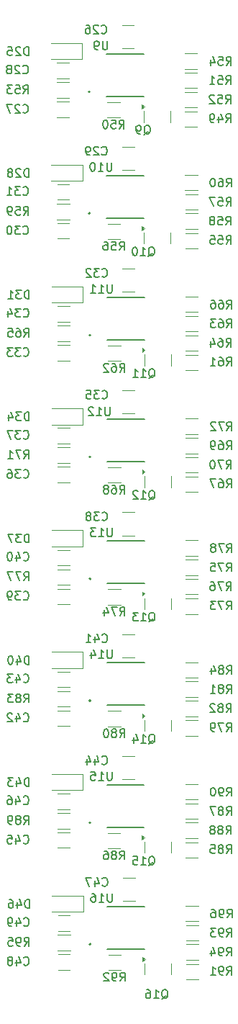
<source format=gbr>
%TF.GenerationSoftware,KiCad,Pcbnew,8.0.1*%
%TF.CreationDate,2024-09-04T11:05:25-04:00*%
%TF.ProjectId,16ch-driver-v1,31366368-2d64-4726-9976-65722d76312e,rev?*%
%TF.SameCoordinates,Original*%
%TF.FileFunction,Legend,Bot*%
%TF.FilePolarity,Positive*%
%FSLAX46Y46*%
G04 Gerber Fmt 4.6, Leading zero omitted, Abs format (unit mm)*
G04 Created by KiCad (PCBNEW 8.0.1) date 2024-09-04 11:05:25*
%MOMM*%
%LPD*%
G01*
G04 APERTURE LIST*
%ADD10C,0.150000*%
%ADD11C,0.120000*%
%ADD12C,0.127000*%
%ADD13C,0.200000*%
G04 APERTURE END LIST*
D10*
X138510359Y-106089818D02*
X138843692Y-105613627D01*
X139081787Y-106089818D02*
X139081787Y-105089818D01*
X139081787Y-105089818D02*
X138700835Y-105089818D01*
X138700835Y-105089818D02*
X138605597Y-105137437D01*
X138605597Y-105137437D02*
X138557978Y-105185056D01*
X138557978Y-105185056D02*
X138510359Y-105280294D01*
X138510359Y-105280294D02*
X138510359Y-105423151D01*
X138510359Y-105423151D02*
X138557978Y-105518389D01*
X138557978Y-105518389D02*
X138605597Y-105566008D01*
X138605597Y-105566008D02*
X138700835Y-105613627D01*
X138700835Y-105613627D02*
X139081787Y-105613627D01*
X138177025Y-105089818D02*
X137510359Y-105089818D01*
X137510359Y-105089818D02*
X137938930Y-106089818D01*
X136986549Y-105518389D02*
X137081787Y-105470770D01*
X137081787Y-105470770D02*
X137129406Y-105423151D01*
X137129406Y-105423151D02*
X137177025Y-105327913D01*
X137177025Y-105327913D02*
X137177025Y-105280294D01*
X137177025Y-105280294D02*
X137129406Y-105185056D01*
X137129406Y-105185056D02*
X137081787Y-105137437D01*
X137081787Y-105137437D02*
X136986549Y-105089818D01*
X136986549Y-105089818D02*
X136796073Y-105089818D01*
X136796073Y-105089818D02*
X136700835Y-105137437D01*
X136700835Y-105137437D02*
X136653216Y-105185056D01*
X136653216Y-105185056D02*
X136605597Y-105280294D01*
X136605597Y-105280294D02*
X136605597Y-105327913D01*
X136605597Y-105327913D02*
X136653216Y-105423151D01*
X136653216Y-105423151D02*
X136700835Y-105470770D01*
X136700835Y-105470770D02*
X136796073Y-105518389D01*
X136796073Y-105518389D02*
X136986549Y-105518389D01*
X136986549Y-105518389D02*
X137081787Y-105566008D01*
X137081787Y-105566008D02*
X137129406Y-105613627D01*
X137129406Y-105613627D02*
X137177025Y-105708865D01*
X137177025Y-105708865D02*
X137177025Y-105899341D01*
X137177025Y-105899341D02*
X137129406Y-105994579D01*
X137129406Y-105994579D02*
X137081787Y-106042199D01*
X137081787Y-106042199D02*
X136986549Y-106089818D01*
X136986549Y-106089818D02*
X136796073Y-106089818D01*
X136796073Y-106089818D02*
X136700835Y-106042199D01*
X136700835Y-106042199D02*
X136653216Y-105994579D01*
X136653216Y-105994579D02*
X136605597Y-105899341D01*
X136605597Y-105899341D02*
X136605597Y-105708865D01*
X136605597Y-105708865D02*
X136653216Y-105613627D01*
X136653216Y-105613627D02*
X136700835Y-105566008D01*
X136700835Y-105566008D02*
X136796073Y-105518389D01*
X138430359Y-69844819D02*
X138763692Y-69368628D01*
X139001787Y-69844819D02*
X139001787Y-68844819D01*
X139001787Y-68844819D02*
X138620835Y-68844819D01*
X138620835Y-68844819D02*
X138525597Y-68892438D01*
X138525597Y-68892438D02*
X138477978Y-68940057D01*
X138477978Y-68940057D02*
X138430359Y-69035295D01*
X138430359Y-69035295D02*
X138430359Y-69178152D01*
X138430359Y-69178152D02*
X138477978Y-69273390D01*
X138477978Y-69273390D02*
X138525597Y-69321009D01*
X138525597Y-69321009D02*
X138620835Y-69368628D01*
X138620835Y-69368628D02*
X139001787Y-69368628D01*
X137525597Y-68844819D02*
X138001787Y-68844819D01*
X138001787Y-68844819D02*
X138049406Y-69321009D01*
X138049406Y-69321009D02*
X138001787Y-69273390D01*
X138001787Y-69273390D02*
X137906549Y-69225771D01*
X137906549Y-69225771D02*
X137668454Y-69225771D01*
X137668454Y-69225771D02*
X137573216Y-69273390D01*
X137573216Y-69273390D02*
X137525597Y-69321009D01*
X137525597Y-69321009D02*
X137477978Y-69416247D01*
X137477978Y-69416247D02*
X137477978Y-69654342D01*
X137477978Y-69654342D02*
X137525597Y-69749580D01*
X137525597Y-69749580D02*
X137573216Y-69797200D01*
X137573216Y-69797200D02*
X137668454Y-69844819D01*
X137668454Y-69844819D02*
X137906549Y-69844819D01*
X137906549Y-69844819D02*
X138001787Y-69797200D01*
X138001787Y-69797200D02*
X138049406Y-69749580D01*
X136573216Y-68844819D02*
X137049406Y-68844819D01*
X137049406Y-68844819D02*
X137097025Y-69321009D01*
X137097025Y-69321009D02*
X137049406Y-69273390D01*
X137049406Y-69273390D02*
X136954168Y-69225771D01*
X136954168Y-69225771D02*
X136716073Y-69225771D01*
X136716073Y-69225771D02*
X136620835Y-69273390D01*
X136620835Y-69273390D02*
X136573216Y-69321009D01*
X136573216Y-69321009D02*
X136525597Y-69416247D01*
X136525597Y-69416247D02*
X136525597Y-69654342D01*
X136525597Y-69654342D02*
X136573216Y-69749580D01*
X136573216Y-69749580D02*
X136620835Y-69797200D01*
X136620835Y-69797200D02*
X136716073Y-69844819D01*
X136716073Y-69844819D02*
X136954168Y-69844819D01*
X136954168Y-69844819D02*
X137049406Y-69797200D01*
X137049406Y-69797200D02*
X137097025Y-69749580D01*
X138480359Y-98494819D02*
X138813692Y-98018628D01*
X139051787Y-98494819D02*
X139051787Y-97494819D01*
X139051787Y-97494819D02*
X138670835Y-97494819D01*
X138670835Y-97494819D02*
X138575597Y-97542438D01*
X138575597Y-97542438D02*
X138527978Y-97590057D01*
X138527978Y-97590057D02*
X138480359Y-97685295D01*
X138480359Y-97685295D02*
X138480359Y-97828152D01*
X138480359Y-97828152D02*
X138527978Y-97923390D01*
X138527978Y-97923390D02*
X138575597Y-97971009D01*
X138575597Y-97971009D02*
X138670835Y-98018628D01*
X138670835Y-98018628D02*
X139051787Y-98018628D01*
X137623216Y-97494819D02*
X137813692Y-97494819D01*
X137813692Y-97494819D02*
X137908930Y-97542438D01*
X137908930Y-97542438D02*
X137956549Y-97590057D01*
X137956549Y-97590057D02*
X138051787Y-97732914D01*
X138051787Y-97732914D02*
X138099406Y-97923390D01*
X138099406Y-97923390D02*
X138099406Y-98304342D01*
X138099406Y-98304342D02*
X138051787Y-98399580D01*
X138051787Y-98399580D02*
X138004168Y-98447200D01*
X138004168Y-98447200D02*
X137908930Y-98494819D01*
X137908930Y-98494819D02*
X137718454Y-98494819D01*
X137718454Y-98494819D02*
X137623216Y-98447200D01*
X137623216Y-98447200D02*
X137575597Y-98399580D01*
X137575597Y-98399580D02*
X137527978Y-98304342D01*
X137527978Y-98304342D02*
X137527978Y-98066247D01*
X137527978Y-98066247D02*
X137575597Y-97971009D01*
X137575597Y-97971009D02*
X137623216Y-97923390D01*
X137623216Y-97923390D02*
X137718454Y-97875771D01*
X137718454Y-97875771D02*
X137908930Y-97875771D01*
X137908930Y-97875771D02*
X138004168Y-97923390D01*
X138004168Y-97923390D02*
X138051787Y-97971009D01*
X138051787Y-97971009D02*
X138099406Y-98066247D01*
X137194644Y-97494819D02*
X136527978Y-97494819D01*
X136527978Y-97494819D02*
X136956549Y-98494819D01*
X128747740Y-57002555D02*
X128842978Y-56954936D01*
X128842978Y-56954936D02*
X128938216Y-56859698D01*
X128938216Y-56859698D02*
X129081073Y-56716840D01*
X129081073Y-56716840D02*
X129176311Y-56669221D01*
X129176311Y-56669221D02*
X129271549Y-56669221D01*
X129223930Y-56907317D02*
X129319168Y-56859698D01*
X129319168Y-56859698D02*
X129414406Y-56764459D01*
X129414406Y-56764459D02*
X129462025Y-56573983D01*
X129462025Y-56573983D02*
X129462025Y-56240650D01*
X129462025Y-56240650D02*
X129414406Y-56050174D01*
X129414406Y-56050174D02*
X129319168Y-55954936D01*
X129319168Y-55954936D02*
X129223930Y-55907317D01*
X129223930Y-55907317D02*
X129033454Y-55907317D01*
X129033454Y-55907317D02*
X128938216Y-55954936D01*
X128938216Y-55954936D02*
X128842978Y-56050174D01*
X128842978Y-56050174D02*
X128795359Y-56240650D01*
X128795359Y-56240650D02*
X128795359Y-56573983D01*
X128795359Y-56573983D02*
X128842978Y-56764459D01*
X128842978Y-56764459D02*
X128938216Y-56859698D01*
X128938216Y-56859698D02*
X129033454Y-56907317D01*
X129033454Y-56907317D02*
X129223930Y-56907317D01*
X128319168Y-56907317D02*
X128128692Y-56907317D01*
X128128692Y-56907317D02*
X128033454Y-56859698D01*
X128033454Y-56859698D02*
X127985835Y-56812078D01*
X127985835Y-56812078D02*
X127890597Y-56669221D01*
X127890597Y-56669221D02*
X127842978Y-56478745D01*
X127842978Y-56478745D02*
X127842978Y-56097793D01*
X127842978Y-56097793D02*
X127890597Y-56002555D01*
X127890597Y-56002555D02*
X127938216Y-55954936D01*
X127938216Y-55954936D02*
X128033454Y-55907317D01*
X128033454Y-55907317D02*
X128223930Y-55907317D01*
X128223930Y-55907317D02*
X128319168Y-55954936D01*
X128319168Y-55954936D02*
X128366787Y-56002555D01*
X128366787Y-56002555D02*
X128414406Y-56097793D01*
X128414406Y-56097793D02*
X128414406Y-56335888D01*
X128414406Y-56335888D02*
X128366787Y-56431126D01*
X128366787Y-56431126D02*
X128319168Y-56478745D01*
X128319168Y-56478745D02*
X128223930Y-56526364D01*
X128223930Y-56526364D02*
X128033454Y-56526364D01*
X128033454Y-56526364D02*
X127938216Y-56478745D01*
X127938216Y-56478745D02*
X127890597Y-56431126D01*
X127890597Y-56431126D02*
X127842978Y-56335888D01*
X138460359Y-63114818D02*
X138793692Y-62638627D01*
X139031787Y-63114818D02*
X139031787Y-62114818D01*
X139031787Y-62114818D02*
X138650835Y-62114818D01*
X138650835Y-62114818D02*
X138555597Y-62162437D01*
X138555597Y-62162437D02*
X138507978Y-62210056D01*
X138507978Y-62210056D02*
X138460359Y-62305294D01*
X138460359Y-62305294D02*
X138460359Y-62448151D01*
X138460359Y-62448151D02*
X138507978Y-62543389D01*
X138507978Y-62543389D02*
X138555597Y-62591008D01*
X138555597Y-62591008D02*
X138650835Y-62638627D01*
X138650835Y-62638627D02*
X139031787Y-62638627D01*
X137603216Y-62114818D02*
X137793692Y-62114818D01*
X137793692Y-62114818D02*
X137888930Y-62162437D01*
X137888930Y-62162437D02*
X137936549Y-62210056D01*
X137936549Y-62210056D02*
X138031787Y-62352913D01*
X138031787Y-62352913D02*
X138079406Y-62543389D01*
X138079406Y-62543389D02*
X138079406Y-62924341D01*
X138079406Y-62924341D02*
X138031787Y-63019579D01*
X138031787Y-63019579D02*
X137984168Y-63067199D01*
X137984168Y-63067199D02*
X137888930Y-63114818D01*
X137888930Y-63114818D02*
X137698454Y-63114818D01*
X137698454Y-63114818D02*
X137603216Y-63067199D01*
X137603216Y-63067199D02*
X137555597Y-63019579D01*
X137555597Y-63019579D02*
X137507978Y-62924341D01*
X137507978Y-62924341D02*
X137507978Y-62686246D01*
X137507978Y-62686246D02*
X137555597Y-62591008D01*
X137555597Y-62591008D02*
X137603216Y-62543389D01*
X137603216Y-62543389D02*
X137698454Y-62495770D01*
X137698454Y-62495770D02*
X137888930Y-62495770D01*
X137888930Y-62495770D02*
X137984168Y-62543389D01*
X137984168Y-62543389D02*
X138031787Y-62591008D01*
X138031787Y-62591008D02*
X138079406Y-62686246D01*
X136888930Y-62114818D02*
X136793692Y-62114818D01*
X136793692Y-62114818D02*
X136698454Y-62162437D01*
X136698454Y-62162437D02*
X136650835Y-62210056D01*
X136650835Y-62210056D02*
X136603216Y-62305294D01*
X136603216Y-62305294D02*
X136555597Y-62495770D01*
X136555597Y-62495770D02*
X136555597Y-62733865D01*
X136555597Y-62733865D02*
X136603216Y-62924341D01*
X136603216Y-62924341D02*
X136650835Y-63019579D01*
X136650835Y-63019579D02*
X136698454Y-63067199D01*
X136698454Y-63067199D02*
X136793692Y-63114818D01*
X136793692Y-63114818D02*
X136888930Y-63114818D01*
X136888930Y-63114818D02*
X136984168Y-63067199D01*
X136984168Y-63067199D02*
X137031787Y-63019579D01*
X137031787Y-63019579D02*
X137079406Y-62924341D01*
X137079406Y-62924341D02*
X137127025Y-62733865D01*
X137127025Y-62733865D02*
X137127025Y-62495770D01*
X137127025Y-62495770D02*
X137079406Y-62305294D01*
X137079406Y-62305294D02*
X137031787Y-62210056D01*
X137031787Y-62210056D02*
X136984168Y-62162437D01*
X136984168Y-62162437D02*
X136888930Y-62114818D01*
X123825359Y-102279579D02*
X123872978Y-102327199D01*
X123872978Y-102327199D02*
X124015835Y-102374818D01*
X124015835Y-102374818D02*
X124111073Y-102374818D01*
X124111073Y-102374818D02*
X124253930Y-102327199D01*
X124253930Y-102327199D02*
X124349168Y-102231960D01*
X124349168Y-102231960D02*
X124396787Y-102136722D01*
X124396787Y-102136722D02*
X124444406Y-101946246D01*
X124444406Y-101946246D02*
X124444406Y-101803389D01*
X124444406Y-101803389D02*
X124396787Y-101612913D01*
X124396787Y-101612913D02*
X124349168Y-101517675D01*
X124349168Y-101517675D02*
X124253930Y-101422437D01*
X124253930Y-101422437D02*
X124111073Y-101374818D01*
X124111073Y-101374818D02*
X124015835Y-101374818D01*
X124015835Y-101374818D02*
X123872978Y-101422437D01*
X123872978Y-101422437D02*
X123825359Y-101470056D01*
X123492025Y-101374818D02*
X122872978Y-101374818D01*
X122872978Y-101374818D02*
X123206311Y-101755770D01*
X123206311Y-101755770D02*
X123063454Y-101755770D01*
X123063454Y-101755770D02*
X122968216Y-101803389D01*
X122968216Y-101803389D02*
X122920597Y-101851008D01*
X122920597Y-101851008D02*
X122872978Y-101946246D01*
X122872978Y-101946246D02*
X122872978Y-102184341D01*
X122872978Y-102184341D02*
X122920597Y-102279579D01*
X122920597Y-102279579D02*
X122968216Y-102327199D01*
X122968216Y-102327199D02*
X123063454Y-102374818D01*
X123063454Y-102374818D02*
X123349168Y-102374818D01*
X123349168Y-102374818D02*
X123444406Y-102327199D01*
X123444406Y-102327199D02*
X123492025Y-102279579D01*
X122301549Y-101803389D02*
X122396787Y-101755770D01*
X122396787Y-101755770D02*
X122444406Y-101708151D01*
X122444406Y-101708151D02*
X122492025Y-101612913D01*
X122492025Y-101612913D02*
X122492025Y-101565294D01*
X122492025Y-101565294D02*
X122444406Y-101470056D01*
X122444406Y-101470056D02*
X122396787Y-101422437D01*
X122396787Y-101422437D02*
X122301549Y-101374818D01*
X122301549Y-101374818D02*
X122111073Y-101374818D01*
X122111073Y-101374818D02*
X122015835Y-101422437D01*
X122015835Y-101422437D02*
X121968216Y-101470056D01*
X121968216Y-101470056D02*
X121920597Y-101565294D01*
X121920597Y-101565294D02*
X121920597Y-101612913D01*
X121920597Y-101612913D02*
X121968216Y-101708151D01*
X121968216Y-101708151D02*
X122015835Y-101755770D01*
X122015835Y-101755770D02*
X122111073Y-101803389D01*
X122111073Y-101803389D02*
X122301549Y-101803389D01*
X122301549Y-101803389D02*
X122396787Y-101851008D01*
X122396787Y-101851008D02*
X122444406Y-101898627D01*
X122444406Y-101898627D02*
X122492025Y-101993865D01*
X122492025Y-101993865D02*
X122492025Y-102184341D01*
X122492025Y-102184341D02*
X122444406Y-102279579D01*
X122444406Y-102279579D02*
X122396787Y-102327199D01*
X122396787Y-102327199D02*
X122301549Y-102374818D01*
X122301549Y-102374818D02*
X122111073Y-102374818D01*
X122111073Y-102374818D02*
X122015835Y-102327199D01*
X122015835Y-102327199D02*
X121968216Y-102279579D01*
X121968216Y-102279579D02*
X121920597Y-102184341D01*
X121920597Y-102184341D02*
X121920597Y-101993865D01*
X121920597Y-101993865D02*
X121968216Y-101898627D01*
X121968216Y-101898627D02*
X122015835Y-101851008D01*
X122015835Y-101851008D02*
X122111073Y-101803389D01*
X123825359Y-73629579D02*
X123872978Y-73677199D01*
X123872978Y-73677199D02*
X124015835Y-73724818D01*
X124015835Y-73724818D02*
X124111073Y-73724818D01*
X124111073Y-73724818D02*
X124253930Y-73677199D01*
X124253930Y-73677199D02*
X124349168Y-73581960D01*
X124349168Y-73581960D02*
X124396787Y-73486722D01*
X124396787Y-73486722D02*
X124444406Y-73296246D01*
X124444406Y-73296246D02*
X124444406Y-73153389D01*
X124444406Y-73153389D02*
X124396787Y-72962913D01*
X124396787Y-72962913D02*
X124349168Y-72867675D01*
X124349168Y-72867675D02*
X124253930Y-72772437D01*
X124253930Y-72772437D02*
X124111073Y-72724818D01*
X124111073Y-72724818D02*
X124015835Y-72724818D01*
X124015835Y-72724818D02*
X123872978Y-72772437D01*
X123872978Y-72772437D02*
X123825359Y-72820056D01*
X123492025Y-72724818D02*
X122872978Y-72724818D01*
X122872978Y-72724818D02*
X123206311Y-73105770D01*
X123206311Y-73105770D02*
X123063454Y-73105770D01*
X123063454Y-73105770D02*
X122968216Y-73153389D01*
X122968216Y-73153389D02*
X122920597Y-73201008D01*
X122920597Y-73201008D02*
X122872978Y-73296246D01*
X122872978Y-73296246D02*
X122872978Y-73534341D01*
X122872978Y-73534341D02*
X122920597Y-73629579D01*
X122920597Y-73629579D02*
X122968216Y-73677199D01*
X122968216Y-73677199D02*
X123063454Y-73724818D01*
X123063454Y-73724818D02*
X123349168Y-73724818D01*
X123349168Y-73724818D02*
X123444406Y-73677199D01*
X123444406Y-73677199D02*
X123492025Y-73629579D01*
X122492025Y-72820056D02*
X122444406Y-72772437D01*
X122444406Y-72772437D02*
X122349168Y-72724818D01*
X122349168Y-72724818D02*
X122111073Y-72724818D01*
X122111073Y-72724818D02*
X122015835Y-72772437D01*
X122015835Y-72772437D02*
X121968216Y-72820056D01*
X121968216Y-72820056D02*
X121920597Y-72915294D01*
X121920597Y-72915294D02*
X121920597Y-73010532D01*
X121920597Y-73010532D02*
X121968216Y-73153389D01*
X121968216Y-73153389D02*
X122539644Y-73724818D01*
X122539644Y-73724818D02*
X121920597Y-73724818D01*
X114495359Y-54332079D02*
X114542978Y-54379699D01*
X114542978Y-54379699D02*
X114685835Y-54427318D01*
X114685835Y-54427318D02*
X114781073Y-54427318D01*
X114781073Y-54427318D02*
X114923930Y-54379699D01*
X114923930Y-54379699D02*
X115019168Y-54284460D01*
X115019168Y-54284460D02*
X115066787Y-54189222D01*
X115066787Y-54189222D02*
X115114406Y-53998746D01*
X115114406Y-53998746D02*
X115114406Y-53855889D01*
X115114406Y-53855889D02*
X115066787Y-53665413D01*
X115066787Y-53665413D02*
X115019168Y-53570175D01*
X115019168Y-53570175D02*
X114923930Y-53474937D01*
X114923930Y-53474937D02*
X114781073Y-53427318D01*
X114781073Y-53427318D02*
X114685835Y-53427318D01*
X114685835Y-53427318D02*
X114542978Y-53474937D01*
X114542978Y-53474937D02*
X114495359Y-53522556D01*
X114114406Y-53522556D02*
X114066787Y-53474937D01*
X114066787Y-53474937D02*
X113971549Y-53427318D01*
X113971549Y-53427318D02*
X113733454Y-53427318D01*
X113733454Y-53427318D02*
X113638216Y-53474937D01*
X113638216Y-53474937D02*
X113590597Y-53522556D01*
X113590597Y-53522556D02*
X113542978Y-53617794D01*
X113542978Y-53617794D02*
X113542978Y-53713032D01*
X113542978Y-53713032D02*
X113590597Y-53855889D01*
X113590597Y-53855889D02*
X114162025Y-54427318D01*
X114162025Y-54427318D02*
X113542978Y-54427318D01*
X113209644Y-53427318D02*
X112542978Y-53427318D01*
X112542978Y-53427318D02*
X112971549Y-54427318D01*
X130821428Y-158610057D02*
X130916666Y-158562438D01*
X130916666Y-158562438D02*
X131011904Y-158467200D01*
X131011904Y-158467200D02*
X131154761Y-158324342D01*
X131154761Y-158324342D02*
X131249999Y-158276723D01*
X131249999Y-158276723D02*
X131345237Y-158276723D01*
X131297618Y-158514819D02*
X131392856Y-158467200D01*
X131392856Y-158467200D02*
X131488094Y-158371961D01*
X131488094Y-158371961D02*
X131535713Y-158181485D01*
X131535713Y-158181485D02*
X131535713Y-157848152D01*
X131535713Y-157848152D02*
X131488094Y-157657676D01*
X131488094Y-157657676D02*
X131392856Y-157562438D01*
X131392856Y-157562438D02*
X131297618Y-157514819D01*
X131297618Y-157514819D02*
X131107142Y-157514819D01*
X131107142Y-157514819D02*
X131011904Y-157562438D01*
X131011904Y-157562438D02*
X130916666Y-157657676D01*
X130916666Y-157657676D02*
X130869047Y-157848152D01*
X130869047Y-157848152D02*
X130869047Y-158181485D01*
X130869047Y-158181485D02*
X130916666Y-158371961D01*
X130916666Y-158371961D02*
X131011904Y-158467200D01*
X131011904Y-158467200D02*
X131107142Y-158514819D01*
X131107142Y-158514819D02*
X131297618Y-158514819D01*
X129916666Y-158514819D02*
X130488094Y-158514819D01*
X130202380Y-158514819D02*
X130202380Y-157514819D01*
X130202380Y-157514819D02*
X130297618Y-157657676D01*
X130297618Y-157657676D02*
X130392856Y-157752914D01*
X130392856Y-157752914D02*
X130488094Y-157800533D01*
X129059523Y-157514819D02*
X129249999Y-157514819D01*
X129249999Y-157514819D02*
X129345237Y-157562438D01*
X129345237Y-157562438D02*
X129392856Y-157610057D01*
X129392856Y-157610057D02*
X129488094Y-157752914D01*
X129488094Y-157752914D02*
X129535713Y-157943390D01*
X129535713Y-157943390D02*
X129535713Y-158324342D01*
X129535713Y-158324342D02*
X129488094Y-158419580D01*
X129488094Y-158419580D02*
X129440475Y-158467200D01*
X129440475Y-158467200D02*
X129345237Y-158514819D01*
X129345237Y-158514819D02*
X129154761Y-158514819D01*
X129154761Y-158514819D02*
X129059523Y-158467200D01*
X129059523Y-158467200D02*
X129011904Y-158419580D01*
X129011904Y-158419580D02*
X128964285Y-158324342D01*
X128964285Y-158324342D02*
X128964285Y-158086247D01*
X128964285Y-158086247D02*
X129011904Y-157991009D01*
X129011904Y-157991009D02*
X129059523Y-157943390D01*
X129059523Y-157943390D02*
X129154761Y-157895771D01*
X129154761Y-157895771D02*
X129345237Y-157895771D01*
X129345237Y-157895771D02*
X129440475Y-157943390D01*
X129440475Y-157943390D02*
X129488094Y-157991009D01*
X129488094Y-157991009D02*
X129535713Y-158086247D01*
X138440359Y-96254819D02*
X138773692Y-95778628D01*
X139011787Y-96254819D02*
X139011787Y-95254819D01*
X139011787Y-95254819D02*
X138630835Y-95254819D01*
X138630835Y-95254819D02*
X138535597Y-95302438D01*
X138535597Y-95302438D02*
X138487978Y-95350057D01*
X138487978Y-95350057D02*
X138440359Y-95445295D01*
X138440359Y-95445295D02*
X138440359Y-95588152D01*
X138440359Y-95588152D02*
X138487978Y-95683390D01*
X138487978Y-95683390D02*
X138535597Y-95731009D01*
X138535597Y-95731009D02*
X138630835Y-95778628D01*
X138630835Y-95778628D02*
X139011787Y-95778628D01*
X138107025Y-95254819D02*
X137440359Y-95254819D01*
X137440359Y-95254819D02*
X137868930Y-96254819D01*
X136868930Y-95254819D02*
X136773692Y-95254819D01*
X136773692Y-95254819D02*
X136678454Y-95302438D01*
X136678454Y-95302438D02*
X136630835Y-95350057D01*
X136630835Y-95350057D02*
X136583216Y-95445295D01*
X136583216Y-95445295D02*
X136535597Y-95635771D01*
X136535597Y-95635771D02*
X136535597Y-95873866D01*
X136535597Y-95873866D02*
X136583216Y-96064342D01*
X136583216Y-96064342D02*
X136630835Y-96159580D01*
X136630835Y-96159580D02*
X136678454Y-96207200D01*
X136678454Y-96207200D02*
X136773692Y-96254819D01*
X136773692Y-96254819D02*
X136868930Y-96254819D01*
X136868930Y-96254819D02*
X136964168Y-96207200D01*
X136964168Y-96207200D02*
X137011787Y-96159580D01*
X137011787Y-96159580D02*
X137059406Y-96064342D01*
X137059406Y-96064342D02*
X137107025Y-95873866D01*
X137107025Y-95873866D02*
X137107025Y-95635771D01*
X137107025Y-95635771D02*
X137059406Y-95445295D01*
X137059406Y-95445295D02*
X137011787Y-95350057D01*
X137011787Y-95350057D02*
X136964168Y-95302438D01*
X136964168Y-95302438D02*
X136868930Y-95254819D01*
X123825359Y-87954579D02*
X123872978Y-88002199D01*
X123872978Y-88002199D02*
X124015835Y-88049818D01*
X124015835Y-88049818D02*
X124111073Y-88049818D01*
X124111073Y-88049818D02*
X124253930Y-88002199D01*
X124253930Y-88002199D02*
X124349168Y-87906960D01*
X124349168Y-87906960D02*
X124396787Y-87811722D01*
X124396787Y-87811722D02*
X124444406Y-87621246D01*
X124444406Y-87621246D02*
X124444406Y-87478389D01*
X124444406Y-87478389D02*
X124396787Y-87287913D01*
X124396787Y-87287913D02*
X124349168Y-87192675D01*
X124349168Y-87192675D02*
X124253930Y-87097437D01*
X124253930Y-87097437D02*
X124111073Y-87049818D01*
X124111073Y-87049818D02*
X124015835Y-87049818D01*
X124015835Y-87049818D02*
X123872978Y-87097437D01*
X123872978Y-87097437D02*
X123825359Y-87145056D01*
X123492025Y-87049818D02*
X122872978Y-87049818D01*
X122872978Y-87049818D02*
X123206311Y-87430770D01*
X123206311Y-87430770D02*
X123063454Y-87430770D01*
X123063454Y-87430770D02*
X122968216Y-87478389D01*
X122968216Y-87478389D02*
X122920597Y-87526008D01*
X122920597Y-87526008D02*
X122872978Y-87621246D01*
X122872978Y-87621246D02*
X122872978Y-87859341D01*
X122872978Y-87859341D02*
X122920597Y-87954579D01*
X122920597Y-87954579D02*
X122968216Y-88002199D01*
X122968216Y-88002199D02*
X123063454Y-88049818D01*
X123063454Y-88049818D02*
X123349168Y-88049818D01*
X123349168Y-88049818D02*
X123444406Y-88002199D01*
X123444406Y-88002199D02*
X123492025Y-87954579D01*
X121968216Y-87049818D02*
X122444406Y-87049818D01*
X122444406Y-87049818D02*
X122492025Y-87526008D01*
X122492025Y-87526008D02*
X122444406Y-87478389D01*
X122444406Y-87478389D02*
X122349168Y-87430770D01*
X122349168Y-87430770D02*
X122111073Y-87430770D01*
X122111073Y-87430770D02*
X122015835Y-87478389D01*
X122015835Y-87478389D02*
X121968216Y-87526008D01*
X121968216Y-87526008D02*
X121920597Y-87621246D01*
X121920597Y-87621246D02*
X121920597Y-87859341D01*
X121920597Y-87859341D02*
X121968216Y-87954579D01*
X121968216Y-87954579D02*
X122015835Y-88002199D01*
X122015835Y-88002199D02*
X122111073Y-88049818D01*
X122111073Y-88049818D02*
X122349168Y-88049818D01*
X122349168Y-88049818D02*
X122444406Y-88002199D01*
X122444406Y-88002199D02*
X122492025Y-87954579D01*
X138430359Y-65354818D02*
X138763692Y-64878627D01*
X139001787Y-65354818D02*
X139001787Y-64354818D01*
X139001787Y-64354818D02*
X138620835Y-64354818D01*
X138620835Y-64354818D02*
X138525597Y-64402437D01*
X138525597Y-64402437D02*
X138477978Y-64450056D01*
X138477978Y-64450056D02*
X138430359Y-64545294D01*
X138430359Y-64545294D02*
X138430359Y-64688151D01*
X138430359Y-64688151D02*
X138477978Y-64783389D01*
X138477978Y-64783389D02*
X138525597Y-64831008D01*
X138525597Y-64831008D02*
X138620835Y-64878627D01*
X138620835Y-64878627D02*
X139001787Y-64878627D01*
X137525597Y-64354818D02*
X138001787Y-64354818D01*
X138001787Y-64354818D02*
X138049406Y-64831008D01*
X138049406Y-64831008D02*
X138001787Y-64783389D01*
X138001787Y-64783389D02*
X137906549Y-64735770D01*
X137906549Y-64735770D02*
X137668454Y-64735770D01*
X137668454Y-64735770D02*
X137573216Y-64783389D01*
X137573216Y-64783389D02*
X137525597Y-64831008D01*
X137525597Y-64831008D02*
X137477978Y-64926246D01*
X137477978Y-64926246D02*
X137477978Y-65164341D01*
X137477978Y-65164341D02*
X137525597Y-65259579D01*
X137525597Y-65259579D02*
X137573216Y-65307199D01*
X137573216Y-65307199D02*
X137668454Y-65354818D01*
X137668454Y-65354818D02*
X137906549Y-65354818D01*
X137906549Y-65354818D02*
X138001787Y-65307199D01*
X138001787Y-65307199D02*
X138049406Y-65259579D01*
X137144644Y-64354818D02*
X136477978Y-64354818D01*
X136477978Y-64354818D02*
X136906549Y-65354818D01*
X124738094Y-89014819D02*
X124738094Y-89824342D01*
X124738094Y-89824342D02*
X124690475Y-89919580D01*
X124690475Y-89919580D02*
X124642856Y-89967200D01*
X124642856Y-89967200D02*
X124547618Y-90014819D01*
X124547618Y-90014819D02*
X124357142Y-90014819D01*
X124357142Y-90014819D02*
X124261904Y-89967200D01*
X124261904Y-89967200D02*
X124214285Y-89919580D01*
X124214285Y-89919580D02*
X124166666Y-89824342D01*
X124166666Y-89824342D02*
X124166666Y-89014819D01*
X123166666Y-90014819D02*
X123738094Y-90014819D01*
X123452380Y-90014819D02*
X123452380Y-89014819D01*
X123452380Y-89014819D02*
X123547618Y-89157676D01*
X123547618Y-89157676D02*
X123642856Y-89252914D01*
X123642856Y-89252914D02*
X123738094Y-89300533D01*
X122785713Y-89110057D02*
X122738094Y-89062438D01*
X122738094Y-89062438D02*
X122642856Y-89014819D01*
X122642856Y-89014819D02*
X122404761Y-89014819D01*
X122404761Y-89014819D02*
X122309523Y-89062438D01*
X122309523Y-89062438D02*
X122261904Y-89110057D01*
X122261904Y-89110057D02*
X122214285Y-89205295D01*
X122214285Y-89205295D02*
X122214285Y-89300533D01*
X122214285Y-89300533D02*
X122261904Y-89443390D01*
X122261904Y-89443390D02*
X122833332Y-90014819D01*
X122833332Y-90014819D02*
X122214285Y-90014819D01*
X125931358Y-156509818D02*
X126264691Y-156033627D01*
X126502786Y-156509818D02*
X126502786Y-155509818D01*
X126502786Y-155509818D02*
X126121834Y-155509818D01*
X126121834Y-155509818D02*
X126026596Y-155557437D01*
X126026596Y-155557437D02*
X125978977Y-155605056D01*
X125978977Y-155605056D02*
X125931358Y-155700294D01*
X125931358Y-155700294D02*
X125931358Y-155843151D01*
X125931358Y-155843151D02*
X125978977Y-155938389D01*
X125978977Y-155938389D02*
X126026596Y-155986008D01*
X126026596Y-155986008D02*
X126121834Y-156033627D01*
X126121834Y-156033627D02*
X126502786Y-156033627D01*
X125455167Y-156509818D02*
X125264691Y-156509818D01*
X125264691Y-156509818D02*
X125169453Y-156462199D01*
X125169453Y-156462199D02*
X125121834Y-156414579D01*
X125121834Y-156414579D02*
X125026596Y-156271722D01*
X125026596Y-156271722D02*
X124978977Y-156081246D01*
X124978977Y-156081246D02*
X124978977Y-155700294D01*
X124978977Y-155700294D02*
X125026596Y-155605056D01*
X125026596Y-155605056D02*
X125074215Y-155557437D01*
X125074215Y-155557437D02*
X125169453Y-155509818D01*
X125169453Y-155509818D02*
X125359929Y-155509818D01*
X125359929Y-155509818D02*
X125455167Y-155557437D01*
X125455167Y-155557437D02*
X125502786Y-155605056D01*
X125502786Y-155605056D02*
X125550405Y-155700294D01*
X125550405Y-155700294D02*
X125550405Y-155938389D01*
X125550405Y-155938389D02*
X125502786Y-156033627D01*
X125502786Y-156033627D02*
X125455167Y-156081246D01*
X125455167Y-156081246D02*
X125359929Y-156128865D01*
X125359929Y-156128865D02*
X125169453Y-156128865D01*
X125169453Y-156128865D02*
X125074215Y-156081246D01*
X125074215Y-156081246D02*
X125026596Y-156033627D01*
X125026596Y-156033627D02*
X124978977Y-155938389D01*
X124598024Y-155605056D02*
X124550405Y-155557437D01*
X124550405Y-155557437D02*
X124455167Y-155509818D01*
X124455167Y-155509818D02*
X124217072Y-155509818D01*
X124217072Y-155509818D02*
X124121834Y-155557437D01*
X124121834Y-155557437D02*
X124074215Y-155605056D01*
X124074215Y-155605056D02*
X124026596Y-155700294D01*
X124026596Y-155700294D02*
X124026596Y-155795532D01*
X124026596Y-155795532D02*
X124074215Y-155938389D01*
X124074215Y-155938389D02*
X124645643Y-156509818D01*
X124645643Y-156509818D02*
X124026596Y-156509818D01*
X138440359Y-110579819D02*
X138773692Y-110103628D01*
X139011787Y-110579819D02*
X139011787Y-109579819D01*
X139011787Y-109579819D02*
X138630835Y-109579819D01*
X138630835Y-109579819D02*
X138535597Y-109627438D01*
X138535597Y-109627438D02*
X138487978Y-109675057D01*
X138487978Y-109675057D02*
X138440359Y-109770295D01*
X138440359Y-109770295D02*
X138440359Y-109913152D01*
X138440359Y-109913152D02*
X138487978Y-110008390D01*
X138487978Y-110008390D02*
X138535597Y-110056009D01*
X138535597Y-110056009D02*
X138630835Y-110103628D01*
X138630835Y-110103628D02*
X139011787Y-110103628D01*
X138107025Y-109579819D02*
X137440359Y-109579819D01*
X137440359Y-109579819D02*
X137868930Y-110579819D01*
X136630835Y-109579819D02*
X136821311Y-109579819D01*
X136821311Y-109579819D02*
X136916549Y-109627438D01*
X136916549Y-109627438D02*
X136964168Y-109675057D01*
X136964168Y-109675057D02*
X137059406Y-109817914D01*
X137059406Y-109817914D02*
X137107025Y-110008390D01*
X137107025Y-110008390D02*
X137107025Y-110389342D01*
X137107025Y-110389342D02*
X137059406Y-110484580D01*
X137059406Y-110484580D02*
X137011787Y-110532200D01*
X137011787Y-110532200D02*
X136916549Y-110579819D01*
X136916549Y-110579819D02*
X136726073Y-110579819D01*
X136726073Y-110579819D02*
X136630835Y-110532200D01*
X136630835Y-110532200D02*
X136583216Y-110484580D01*
X136583216Y-110484580D02*
X136535597Y-110389342D01*
X136535597Y-110389342D02*
X136535597Y-110151247D01*
X136535597Y-110151247D02*
X136583216Y-110056009D01*
X136583216Y-110056009D02*
X136630835Y-110008390D01*
X136630835Y-110008390D02*
X136726073Y-109960771D01*
X136726073Y-109960771D02*
X136916549Y-109960771D01*
X136916549Y-109960771D02*
X137011787Y-110008390D01*
X137011787Y-110008390D02*
X137059406Y-110056009D01*
X137059406Y-110056009D02*
X137107025Y-110151247D01*
X138498856Y-134744819D02*
X138832189Y-134268628D01*
X139070284Y-134744819D02*
X139070284Y-133744819D01*
X139070284Y-133744819D02*
X138689332Y-133744819D01*
X138689332Y-133744819D02*
X138594094Y-133792438D01*
X138594094Y-133792438D02*
X138546475Y-133840057D01*
X138546475Y-133840057D02*
X138498856Y-133935295D01*
X138498856Y-133935295D02*
X138498856Y-134078152D01*
X138498856Y-134078152D02*
X138546475Y-134173390D01*
X138546475Y-134173390D02*
X138594094Y-134221009D01*
X138594094Y-134221009D02*
X138689332Y-134268628D01*
X138689332Y-134268628D02*
X139070284Y-134268628D01*
X138022665Y-134744819D02*
X137832189Y-134744819D01*
X137832189Y-134744819D02*
X137736951Y-134697200D01*
X137736951Y-134697200D02*
X137689332Y-134649580D01*
X137689332Y-134649580D02*
X137594094Y-134506723D01*
X137594094Y-134506723D02*
X137546475Y-134316247D01*
X137546475Y-134316247D02*
X137546475Y-133935295D01*
X137546475Y-133935295D02*
X137594094Y-133840057D01*
X137594094Y-133840057D02*
X137641713Y-133792438D01*
X137641713Y-133792438D02*
X137736951Y-133744819D01*
X137736951Y-133744819D02*
X137927427Y-133744819D01*
X137927427Y-133744819D02*
X138022665Y-133792438D01*
X138022665Y-133792438D02*
X138070284Y-133840057D01*
X138070284Y-133840057D02*
X138117903Y-133935295D01*
X138117903Y-133935295D02*
X138117903Y-134173390D01*
X138117903Y-134173390D02*
X138070284Y-134268628D01*
X138070284Y-134268628D02*
X138022665Y-134316247D01*
X138022665Y-134316247D02*
X137927427Y-134363866D01*
X137927427Y-134363866D02*
X137736951Y-134363866D01*
X137736951Y-134363866D02*
X137641713Y-134316247D01*
X137641713Y-134316247D02*
X137594094Y-134268628D01*
X137594094Y-134268628D02*
X137546475Y-134173390D01*
X136927427Y-133744819D02*
X136832189Y-133744819D01*
X136832189Y-133744819D02*
X136736951Y-133792438D01*
X136736951Y-133792438D02*
X136689332Y-133840057D01*
X136689332Y-133840057D02*
X136641713Y-133935295D01*
X136641713Y-133935295D02*
X136594094Y-134125771D01*
X136594094Y-134125771D02*
X136594094Y-134363866D01*
X136594094Y-134363866D02*
X136641713Y-134554342D01*
X136641713Y-134554342D02*
X136689332Y-134649580D01*
X136689332Y-134649580D02*
X136736951Y-134697200D01*
X136736951Y-134697200D02*
X136832189Y-134744819D01*
X136832189Y-134744819D02*
X136927427Y-134744819D01*
X136927427Y-134744819D02*
X137022665Y-134697200D01*
X137022665Y-134697200D02*
X137070284Y-134649580D01*
X137070284Y-134649580D02*
X137117903Y-134554342D01*
X137117903Y-134554342D02*
X137165522Y-134363866D01*
X137165522Y-134363866D02*
X137165522Y-134125771D01*
X137165522Y-134125771D02*
X137117903Y-133935295D01*
X137117903Y-133935295D02*
X137070284Y-133840057D01*
X137070284Y-133840057D02*
X137022665Y-133792438D01*
X137022665Y-133792438D02*
X136927427Y-133744819D01*
X114601358Y-149964579D02*
X114648977Y-150012199D01*
X114648977Y-150012199D02*
X114791834Y-150059818D01*
X114791834Y-150059818D02*
X114887072Y-150059818D01*
X114887072Y-150059818D02*
X115029929Y-150012199D01*
X115029929Y-150012199D02*
X115125167Y-149916960D01*
X115125167Y-149916960D02*
X115172786Y-149821722D01*
X115172786Y-149821722D02*
X115220405Y-149631246D01*
X115220405Y-149631246D02*
X115220405Y-149488389D01*
X115220405Y-149488389D02*
X115172786Y-149297913D01*
X115172786Y-149297913D02*
X115125167Y-149202675D01*
X115125167Y-149202675D02*
X115029929Y-149107437D01*
X115029929Y-149107437D02*
X114887072Y-149059818D01*
X114887072Y-149059818D02*
X114791834Y-149059818D01*
X114791834Y-149059818D02*
X114648977Y-149107437D01*
X114648977Y-149107437D02*
X114601358Y-149155056D01*
X113744215Y-149393151D02*
X113744215Y-150059818D01*
X113982310Y-149012199D02*
X114220405Y-149726484D01*
X114220405Y-149726484D02*
X113601358Y-149726484D01*
X113172786Y-150059818D02*
X112982310Y-150059818D01*
X112982310Y-150059818D02*
X112887072Y-150012199D01*
X112887072Y-150012199D02*
X112839453Y-149964579D01*
X112839453Y-149964579D02*
X112744215Y-149821722D01*
X112744215Y-149821722D02*
X112696596Y-149631246D01*
X112696596Y-149631246D02*
X112696596Y-149250294D01*
X112696596Y-149250294D02*
X112744215Y-149155056D01*
X112744215Y-149155056D02*
X112791834Y-149107437D01*
X112791834Y-149107437D02*
X112887072Y-149059818D01*
X112887072Y-149059818D02*
X113077548Y-149059818D01*
X113077548Y-149059818D02*
X113172786Y-149107437D01*
X113172786Y-149107437D02*
X113220405Y-149155056D01*
X113220405Y-149155056D02*
X113268024Y-149250294D01*
X113268024Y-149250294D02*
X113268024Y-149488389D01*
X113268024Y-149488389D02*
X113220405Y-149583627D01*
X113220405Y-149583627D02*
X113172786Y-149631246D01*
X113172786Y-149631246D02*
X113077548Y-149678865D01*
X113077548Y-149678865D02*
X112887072Y-149678865D01*
X112887072Y-149678865D02*
X112791834Y-149631246D01*
X112791834Y-149631246D02*
X112744215Y-149583627D01*
X112744215Y-149583627D02*
X112696596Y-149488389D01*
X114570359Y-111594579D02*
X114617978Y-111642199D01*
X114617978Y-111642199D02*
X114760835Y-111689818D01*
X114760835Y-111689818D02*
X114856073Y-111689818D01*
X114856073Y-111689818D02*
X114998930Y-111642199D01*
X114998930Y-111642199D02*
X115094168Y-111546960D01*
X115094168Y-111546960D02*
X115141787Y-111451722D01*
X115141787Y-111451722D02*
X115189406Y-111261246D01*
X115189406Y-111261246D02*
X115189406Y-111118389D01*
X115189406Y-111118389D02*
X115141787Y-110927913D01*
X115141787Y-110927913D02*
X115094168Y-110832675D01*
X115094168Y-110832675D02*
X114998930Y-110737437D01*
X114998930Y-110737437D02*
X114856073Y-110689818D01*
X114856073Y-110689818D02*
X114760835Y-110689818D01*
X114760835Y-110689818D02*
X114617978Y-110737437D01*
X114617978Y-110737437D02*
X114570359Y-110785056D01*
X114237025Y-110689818D02*
X113617978Y-110689818D01*
X113617978Y-110689818D02*
X113951311Y-111070770D01*
X113951311Y-111070770D02*
X113808454Y-111070770D01*
X113808454Y-111070770D02*
X113713216Y-111118389D01*
X113713216Y-111118389D02*
X113665597Y-111166008D01*
X113665597Y-111166008D02*
X113617978Y-111261246D01*
X113617978Y-111261246D02*
X113617978Y-111499341D01*
X113617978Y-111499341D02*
X113665597Y-111594579D01*
X113665597Y-111594579D02*
X113713216Y-111642199D01*
X113713216Y-111642199D02*
X113808454Y-111689818D01*
X113808454Y-111689818D02*
X114094168Y-111689818D01*
X114094168Y-111689818D02*
X114189406Y-111642199D01*
X114189406Y-111642199D02*
X114237025Y-111594579D01*
X113141787Y-111689818D02*
X112951311Y-111689818D01*
X112951311Y-111689818D02*
X112856073Y-111642199D01*
X112856073Y-111642199D02*
X112808454Y-111594579D01*
X112808454Y-111594579D02*
X112713216Y-111451722D01*
X112713216Y-111451722D02*
X112665597Y-111261246D01*
X112665597Y-111261246D02*
X112665597Y-110880294D01*
X112665597Y-110880294D02*
X112713216Y-110785056D01*
X112713216Y-110785056D02*
X112760835Y-110737437D01*
X112760835Y-110737437D02*
X112856073Y-110689818D01*
X112856073Y-110689818D02*
X113046549Y-110689818D01*
X113046549Y-110689818D02*
X113141787Y-110737437D01*
X113141787Y-110737437D02*
X113189406Y-110785056D01*
X113189406Y-110785056D02*
X113237025Y-110880294D01*
X113237025Y-110880294D02*
X113237025Y-111118389D01*
X113237025Y-111118389D02*
X113189406Y-111213627D01*
X113189406Y-111213627D02*
X113141787Y-111261246D01*
X113141787Y-111261246D02*
X113046549Y-111308865D01*
X113046549Y-111308865D02*
X112856073Y-111308865D01*
X112856073Y-111308865D02*
X112760835Y-111261246D01*
X112760835Y-111261246D02*
X112713216Y-111213627D01*
X112713216Y-111213627D02*
X112665597Y-111118389D01*
X125900359Y-113539818D02*
X126233692Y-113063627D01*
X126471787Y-113539818D02*
X126471787Y-112539818D01*
X126471787Y-112539818D02*
X126090835Y-112539818D01*
X126090835Y-112539818D02*
X125995597Y-112587437D01*
X125995597Y-112587437D02*
X125947978Y-112635056D01*
X125947978Y-112635056D02*
X125900359Y-112730294D01*
X125900359Y-112730294D02*
X125900359Y-112873151D01*
X125900359Y-112873151D02*
X125947978Y-112968389D01*
X125947978Y-112968389D02*
X125995597Y-113016008D01*
X125995597Y-113016008D02*
X126090835Y-113063627D01*
X126090835Y-113063627D02*
X126471787Y-113063627D01*
X125567025Y-112539818D02*
X124900359Y-112539818D01*
X124900359Y-112539818D02*
X125328930Y-113539818D01*
X124090835Y-112873151D02*
X124090835Y-113539818D01*
X124328930Y-112492199D02*
X124567025Y-113206484D01*
X124567025Y-113206484D02*
X123947978Y-113206484D01*
X138480359Y-79679818D02*
X138813692Y-79203627D01*
X139051787Y-79679818D02*
X139051787Y-78679818D01*
X139051787Y-78679818D02*
X138670835Y-78679818D01*
X138670835Y-78679818D02*
X138575597Y-78727437D01*
X138575597Y-78727437D02*
X138527978Y-78775056D01*
X138527978Y-78775056D02*
X138480359Y-78870294D01*
X138480359Y-78870294D02*
X138480359Y-79013151D01*
X138480359Y-79013151D02*
X138527978Y-79108389D01*
X138527978Y-79108389D02*
X138575597Y-79156008D01*
X138575597Y-79156008D02*
X138670835Y-79203627D01*
X138670835Y-79203627D02*
X139051787Y-79203627D01*
X137623216Y-78679818D02*
X137813692Y-78679818D01*
X137813692Y-78679818D02*
X137908930Y-78727437D01*
X137908930Y-78727437D02*
X137956549Y-78775056D01*
X137956549Y-78775056D02*
X138051787Y-78917913D01*
X138051787Y-78917913D02*
X138099406Y-79108389D01*
X138099406Y-79108389D02*
X138099406Y-79489341D01*
X138099406Y-79489341D02*
X138051787Y-79584579D01*
X138051787Y-79584579D02*
X138004168Y-79632199D01*
X138004168Y-79632199D02*
X137908930Y-79679818D01*
X137908930Y-79679818D02*
X137718454Y-79679818D01*
X137718454Y-79679818D02*
X137623216Y-79632199D01*
X137623216Y-79632199D02*
X137575597Y-79584579D01*
X137575597Y-79584579D02*
X137527978Y-79489341D01*
X137527978Y-79489341D02*
X137527978Y-79251246D01*
X137527978Y-79251246D02*
X137575597Y-79156008D01*
X137575597Y-79156008D02*
X137623216Y-79108389D01*
X137623216Y-79108389D02*
X137718454Y-79060770D01*
X137718454Y-79060770D02*
X137908930Y-79060770D01*
X137908930Y-79060770D02*
X138004168Y-79108389D01*
X138004168Y-79108389D02*
X138051787Y-79156008D01*
X138051787Y-79156008D02*
X138099406Y-79251246D01*
X137194644Y-78679818D02*
X136575597Y-78679818D01*
X136575597Y-78679818D02*
X136908930Y-79060770D01*
X136908930Y-79060770D02*
X136766073Y-79060770D01*
X136766073Y-79060770D02*
X136670835Y-79108389D01*
X136670835Y-79108389D02*
X136623216Y-79156008D01*
X136623216Y-79156008D02*
X136575597Y-79251246D01*
X136575597Y-79251246D02*
X136575597Y-79489341D01*
X136575597Y-79489341D02*
X136623216Y-79584579D01*
X136623216Y-79584579D02*
X136670835Y-79632199D01*
X136670835Y-79632199D02*
X136766073Y-79679818D01*
X136766073Y-79679818D02*
X137051787Y-79679818D01*
X137051787Y-79679818D02*
X137147025Y-79632199D01*
X137147025Y-79632199D02*
X137194644Y-79584579D01*
X129287427Y-142920056D02*
X129382665Y-142872437D01*
X129382665Y-142872437D02*
X129477903Y-142777199D01*
X129477903Y-142777199D02*
X129620760Y-142634341D01*
X129620760Y-142634341D02*
X129715998Y-142586722D01*
X129715998Y-142586722D02*
X129811236Y-142586722D01*
X129763617Y-142824818D02*
X129858855Y-142777199D01*
X129858855Y-142777199D02*
X129954093Y-142681960D01*
X129954093Y-142681960D02*
X130001712Y-142491484D01*
X130001712Y-142491484D02*
X130001712Y-142158151D01*
X130001712Y-142158151D02*
X129954093Y-141967675D01*
X129954093Y-141967675D02*
X129858855Y-141872437D01*
X129858855Y-141872437D02*
X129763617Y-141824818D01*
X129763617Y-141824818D02*
X129573141Y-141824818D01*
X129573141Y-141824818D02*
X129477903Y-141872437D01*
X129477903Y-141872437D02*
X129382665Y-141967675D01*
X129382665Y-141967675D02*
X129335046Y-142158151D01*
X129335046Y-142158151D02*
X129335046Y-142491484D01*
X129335046Y-142491484D02*
X129382665Y-142681960D01*
X129382665Y-142681960D02*
X129477903Y-142777199D01*
X129477903Y-142777199D02*
X129573141Y-142824818D01*
X129573141Y-142824818D02*
X129763617Y-142824818D01*
X128382665Y-142824818D02*
X128954093Y-142824818D01*
X128668379Y-142824818D02*
X128668379Y-141824818D01*
X128668379Y-141824818D02*
X128763617Y-141967675D01*
X128763617Y-141967675D02*
X128858855Y-142062913D01*
X128858855Y-142062913D02*
X128954093Y-142110532D01*
X127477903Y-141824818D02*
X127954093Y-141824818D01*
X127954093Y-141824818D02*
X128001712Y-142301008D01*
X128001712Y-142301008D02*
X127954093Y-142253389D01*
X127954093Y-142253389D02*
X127858855Y-142205770D01*
X127858855Y-142205770D02*
X127620760Y-142205770D01*
X127620760Y-142205770D02*
X127525522Y-142253389D01*
X127525522Y-142253389D02*
X127477903Y-142301008D01*
X127477903Y-142301008D02*
X127430284Y-142396246D01*
X127430284Y-142396246D02*
X127430284Y-142634341D01*
X127430284Y-142634341D02*
X127477903Y-142729579D01*
X127477903Y-142729579D02*
X127525522Y-142777199D01*
X127525522Y-142777199D02*
X127620760Y-142824818D01*
X127620760Y-142824818D02*
X127858855Y-142824818D01*
X127858855Y-142824818D02*
X127954093Y-142777199D01*
X127954093Y-142777199D02*
X128001712Y-142729579D01*
X125900359Y-84889818D02*
X126233692Y-84413627D01*
X126471787Y-84889818D02*
X126471787Y-83889818D01*
X126471787Y-83889818D02*
X126090835Y-83889818D01*
X126090835Y-83889818D02*
X125995597Y-83937437D01*
X125995597Y-83937437D02*
X125947978Y-83985056D01*
X125947978Y-83985056D02*
X125900359Y-84080294D01*
X125900359Y-84080294D02*
X125900359Y-84223151D01*
X125900359Y-84223151D02*
X125947978Y-84318389D01*
X125947978Y-84318389D02*
X125995597Y-84366008D01*
X125995597Y-84366008D02*
X126090835Y-84413627D01*
X126090835Y-84413627D02*
X126471787Y-84413627D01*
X125043216Y-83889818D02*
X125233692Y-83889818D01*
X125233692Y-83889818D02*
X125328930Y-83937437D01*
X125328930Y-83937437D02*
X125376549Y-83985056D01*
X125376549Y-83985056D02*
X125471787Y-84127913D01*
X125471787Y-84127913D02*
X125519406Y-84318389D01*
X125519406Y-84318389D02*
X125519406Y-84699341D01*
X125519406Y-84699341D02*
X125471787Y-84794579D01*
X125471787Y-84794579D02*
X125424168Y-84842199D01*
X125424168Y-84842199D02*
X125328930Y-84889818D01*
X125328930Y-84889818D02*
X125138454Y-84889818D01*
X125138454Y-84889818D02*
X125043216Y-84842199D01*
X125043216Y-84842199D02*
X124995597Y-84794579D01*
X124995597Y-84794579D02*
X124947978Y-84699341D01*
X124947978Y-84699341D02*
X124947978Y-84461246D01*
X124947978Y-84461246D02*
X124995597Y-84366008D01*
X124995597Y-84366008D02*
X125043216Y-84318389D01*
X125043216Y-84318389D02*
X125138454Y-84270770D01*
X125138454Y-84270770D02*
X125328930Y-84270770D01*
X125328930Y-84270770D02*
X125424168Y-84318389D01*
X125424168Y-84318389D02*
X125471787Y-84366008D01*
X125471787Y-84366008D02*
X125519406Y-84461246D01*
X124567025Y-83985056D02*
X124519406Y-83937437D01*
X124519406Y-83937437D02*
X124424168Y-83889818D01*
X124424168Y-83889818D02*
X124186073Y-83889818D01*
X124186073Y-83889818D02*
X124090835Y-83937437D01*
X124090835Y-83937437D02*
X124043216Y-83985056D01*
X124043216Y-83985056D02*
X123995597Y-84080294D01*
X123995597Y-84080294D02*
X123995597Y-84175532D01*
X123995597Y-84175532D02*
X124043216Y-84318389D01*
X124043216Y-84318389D02*
X124614644Y-84889818D01*
X124614644Y-84889818D02*
X123995597Y-84889818D01*
X115171787Y-61964817D02*
X115171787Y-60964817D01*
X115171787Y-60964817D02*
X114933692Y-60964817D01*
X114933692Y-60964817D02*
X114790835Y-61012436D01*
X114790835Y-61012436D02*
X114695597Y-61107674D01*
X114695597Y-61107674D02*
X114647978Y-61202912D01*
X114647978Y-61202912D02*
X114600359Y-61393388D01*
X114600359Y-61393388D02*
X114600359Y-61536245D01*
X114600359Y-61536245D02*
X114647978Y-61726721D01*
X114647978Y-61726721D02*
X114695597Y-61821959D01*
X114695597Y-61821959D02*
X114790835Y-61917198D01*
X114790835Y-61917198D02*
X114933692Y-61964817D01*
X114933692Y-61964817D02*
X115171787Y-61964817D01*
X114219406Y-61060055D02*
X114171787Y-61012436D01*
X114171787Y-61012436D02*
X114076549Y-60964817D01*
X114076549Y-60964817D02*
X113838454Y-60964817D01*
X113838454Y-60964817D02*
X113743216Y-61012436D01*
X113743216Y-61012436D02*
X113695597Y-61060055D01*
X113695597Y-61060055D02*
X113647978Y-61155293D01*
X113647978Y-61155293D02*
X113647978Y-61250531D01*
X113647978Y-61250531D02*
X113695597Y-61393388D01*
X113695597Y-61393388D02*
X114267025Y-61964817D01*
X114267025Y-61964817D02*
X113647978Y-61964817D01*
X113076549Y-61393388D02*
X113171787Y-61345769D01*
X113171787Y-61345769D02*
X113219406Y-61298150D01*
X113219406Y-61298150D02*
X113267025Y-61202912D01*
X113267025Y-61202912D02*
X113267025Y-61155293D01*
X113267025Y-61155293D02*
X113219406Y-61060055D01*
X113219406Y-61060055D02*
X113171787Y-61012436D01*
X113171787Y-61012436D02*
X113076549Y-60964817D01*
X113076549Y-60964817D02*
X112886073Y-60964817D01*
X112886073Y-60964817D02*
X112790835Y-61012436D01*
X112790835Y-61012436D02*
X112743216Y-61060055D01*
X112743216Y-61060055D02*
X112695597Y-61155293D01*
X112695597Y-61155293D02*
X112695597Y-61202912D01*
X112695597Y-61202912D02*
X112743216Y-61298150D01*
X112743216Y-61298150D02*
X112790835Y-61345769D01*
X112790835Y-61345769D02*
X112886073Y-61393388D01*
X112886073Y-61393388D02*
X113076549Y-61393388D01*
X113076549Y-61393388D02*
X113171787Y-61441007D01*
X113171787Y-61441007D02*
X113219406Y-61488626D01*
X113219406Y-61488626D02*
X113267025Y-61583864D01*
X113267025Y-61583864D02*
X113267025Y-61774340D01*
X113267025Y-61774340D02*
X113219406Y-61869578D01*
X113219406Y-61869578D02*
X113171787Y-61917198D01*
X113171787Y-61917198D02*
X113076549Y-61964817D01*
X113076549Y-61964817D02*
X112886073Y-61964817D01*
X112886073Y-61964817D02*
X112790835Y-61917198D01*
X112790835Y-61917198D02*
X112743216Y-61869578D01*
X112743216Y-61869578D02*
X112695597Y-61774340D01*
X112695597Y-61774340D02*
X112695597Y-61583864D01*
X112695597Y-61583864D02*
X112743216Y-61488626D01*
X112743216Y-61488626D02*
X112790835Y-61441007D01*
X112790835Y-61441007D02*
X112886073Y-61393388D01*
X124995597Y-103239818D02*
X124995597Y-104049341D01*
X124995597Y-104049341D02*
X124947978Y-104144579D01*
X124947978Y-104144579D02*
X124900359Y-104192199D01*
X124900359Y-104192199D02*
X124805121Y-104239818D01*
X124805121Y-104239818D02*
X124614645Y-104239818D01*
X124614645Y-104239818D02*
X124519407Y-104192199D01*
X124519407Y-104192199D02*
X124471788Y-104144579D01*
X124471788Y-104144579D02*
X124424169Y-104049341D01*
X124424169Y-104049341D02*
X124424169Y-103239818D01*
X123424169Y-104239818D02*
X123995597Y-104239818D01*
X123709883Y-104239818D02*
X123709883Y-103239818D01*
X123709883Y-103239818D02*
X123805121Y-103382675D01*
X123805121Y-103382675D02*
X123900359Y-103477913D01*
X123900359Y-103477913D02*
X123995597Y-103525532D01*
X123090835Y-103239818D02*
X122471788Y-103239818D01*
X122471788Y-103239818D02*
X122805121Y-103620770D01*
X122805121Y-103620770D02*
X122662264Y-103620770D01*
X122662264Y-103620770D02*
X122567026Y-103668389D01*
X122567026Y-103668389D02*
X122519407Y-103716008D01*
X122519407Y-103716008D02*
X122471788Y-103811246D01*
X122471788Y-103811246D02*
X122471788Y-104049341D01*
X122471788Y-104049341D02*
X122519407Y-104144579D01*
X122519407Y-104144579D02*
X122567026Y-104192199D01*
X122567026Y-104192199D02*
X122662264Y-104239818D01*
X122662264Y-104239818D02*
X122947978Y-104239818D01*
X122947978Y-104239818D02*
X123043216Y-104192199D01*
X123043216Y-104192199D02*
X123090835Y-104144579D01*
X114520359Y-68619579D02*
X114567978Y-68667199D01*
X114567978Y-68667199D02*
X114710835Y-68714818D01*
X114710835Y-68714818D02*
X114806073Y-68714818D01*
X114806073Y-68714818D02*
X114948930Y-68667199D01*
X114948930Y-68667199D02*
X115044168Y-68571960D01*
X115044168Y-68571960D02*
X115091787Y-68476722D01*
X115091787Y-68476722D02*
X115139406Y-68286246D01*
X115139406Y-68286246D02*
X115139406Y-68143389D01*
X115139406Y-68143389D02*
X115091787Y-67952913D01*
X115091787Y-67952913D02*
X115044168Y-67857675D01*
X115044168Y-67857675D02*
X114948930Y-67762437D01*
X114948930Y-67762437D02*
X114806073Y-67714818D01*
X114806073Y-67714818D02*
X114710835Y-67714818D01*
X114710835Y-67714818D02*
X114567978Y-67762437D01*
X114567978Y-67762437D02*
X114520359Y-67810056D01*
X114187025Y-67714818D02*
X113567978Y-67714818D01*
X113567978Y-67714818D02*
X113901311Y-68095770D01*
X113901311Y-68095770D02*
X113758454Y-68095770D01*
X113758454Y-68095770D02*
X113663216Y-68143389D01*
X113663216Y-68143389D02*
X113615597Y-68191008D01*
X113615597Y-68191008D02*
X113567978Y-68286246D01*
X113567978Y-68286246D02*
X113567978Y-68524341D01*
X113567978Y-68524341D02*
X113615597Y-68619579D01*
X113615597Y-68619579D02*
X113663216Y-68667199D01*
X113663216Y-68667199D02*
X113758454Y-68714818D01*
X113758454Y-68714818D02*
X114044168Y-68714818D01*
X114044168Y-68714818D02*
X114139406Y-68667199D01*
X114139406Y-68667199D02*
X114187025Y-68619579D01*
X112948930Y-67714818D02*
X112853692Y-67714818D01*
X112853692Y-67714818D02*
X112758454Y-67762437D01*
X112758454Y-67762437D02*
X112710835Y-67810056D01*
X112710835Y-67810056D02*
X112663216Y-67905294D01*
X112663216Y-67905294D02*
X112615597Y-68095770D01*
X112615597Y-68095770D02*
X112615597Y-68333865D01*
X112615597Y-68333865D02*
X112663216Y-68524341D01*
X112663216Y-68524341D02*
X112710835Y-68619579D01*
X112710835Y-68619579D02*
X112758454Y-68667199D01*
X112758454Y-68667199D02*
X112853692Y-68714818D01*
X112853692Y-68714818D02*
X112948930Y-68714818D01*
X112948930Y-68714818D02*
X113044168Y-68667199D01*
X113044168Y-68667199D02*
X113091787Y-68619579D01*
X113091787Y-68619579D02*
X113139406Y-68524341D01*
X113139406Y-68524341D02*
X113187025Y-68333865D01*
X113187025Y-68333865D02*
X113187025Y-68095770D01*
X113187025Y-68095770D02*
X113139406Y-67905294D01*
X113139406Y-67905294D02*
X113091787Y-67810056D01*
X113091787Y-67810056D02*
X113044168Y-67762437D01*
X113044168Y-67762437D02*
X112948930Y-67714818D01*
X115146787Y-47677317D02*
X115146787Y-46677317D01*
X115146787Y-46677317D02*
X114908692Y-46677317D01*
X114908692Y-46677317D02*
X114765835Y-46724936D01*
X114765835Y-46724936D02*
X114670597Y-46820174D01*
X114670597Y-46820174D02*
X114622978Y-46915412D01*
X114622978Y-46915412D02*
X114575359Y-47105888D01*
X114575359Y-47105888D02*
X114575359Y-47248745D01*
X114575359Y-47248745D02*
X114622978Y-47439221D01*
X114622978Y-47439221D02*
X114670597Y-47534459D01*
X114670597Y-47534459D02*
X114765835Y-47629698D01*
X114765835Y-47629698D02*
X114908692Y-47677317D01*
X114908692Y-47677317D02*
X115146787Y-47677317D01*
X114194406Y-46772555D02*
X114146787Y-46724936D01*
X114146787Y-46724936D02*
X114051549Y-46677317D01*
X114051549Y-46677317D02*
X113813454Y-46677317D01*
X113813454Y-46677317D02*
X113718216Y-46724936D01*
X113718216Y-46724936D02*
X113670597Y-46772555D01*
X113670597Y-46772555D02*
X113622978Y-46867793D01*
X113622978Y-46867793D02*
X113622978Y-46963031D01*
X113622978Y-46963031D02*
X113670597Y-47105888D01*
X113670597Y-47105888D02*
X114242025Y-47677317D01*
X114242025Y-47677317D02*
X113622978Y-47677317D01*
X112718216Y-46677317D02*
X113194406Y-46677317D01*
X113194406Y-46677317D02*
X113242025Y-47153507D01*
X113242025Y-47153507D02*
X113194406Y-47105888D01*
X113194406Y-47105888D02*
X113099168Y-47058269D01*
X113099168Y-47058269D02*
X112861073Y-47058269D01*
X112861073Y-47058269D02*
X112765835Y-47105888D01*
X112765835Y-47105888D02*
X112718216Y-47153507D01*
X112718216Y-47153507D02*
X112670597Y-47248745D01*
X112670597Y-47248745D02*
X112670597Y-47486840D01*
X112670597Y-47486840D02*
X112718216Y-47582078D01*
X112718216Y-47582078D02*
X112765835Y-47629698D01*
X112765835Y-47629698D02*
X112861073Y-47677317D01*
X112861073Y-47677317D02*
X113099168Y-47677317D01*
X113099168Y-47677317D02*
X113194406Y-47629698D01*
X113194406Y-47629698D02*
X113242025Y-47582078D01*
X138480359Y-94004818D02*
X138813692Y-93528627D01*
X139051787Y-94004818D02*
X139051787Y-93004818D01*
X139051787Y-93004818D02*
X138670835Y-93004818D01*
X138670835Y-93004818D02*
X138575597Y-93052437D01*
X138575597Y-93052437D02*
X138527978Y-93100056D01*
X138527978Y-93100056D02*
X138480359Y-93195294D01*
X138480359Y-93195294D02*
X138480359Y-93338151D01*
X138480359Y-93338151D02*
X138527978Y-93433389D01*
X138527978Y-93433389D02*
X138575597Y-93481008D01*
X138575597Y-93481008D02*
X138670835Y-93528627D01*
X138670835Y-93528627D02*
X139051787Y-93528627D01*
X137623216Y-93004818D02*
X137813692Y-93004818D01*
X137813692Y-93004818D02*
X137908930Y-93052437D01*
X137908930Y-93052437D02*
X137956549Y-93100056D01*
X137956549Y-93100056D02*
X138051787Y-93242913D01*
X138051787Y-93242913D02*
X138099406Y-93433389D01*
X138099406Y-93433389D02*
X138099406Y-93814341D01*
X138099406Y-93814341D02*
X138051787Y-93909579D01*
X138051787Y-93909579D02*
X138004168Y-93957199D01*
X138004168Y-93957199D02*
X137908930Y-94004818D01*
X137908930Y-94004818D02*
X137718454Y-94004818D01*
X137718454Y-94004818D02*
X137623216Y-93957199D01*
X137623216Y-93957199D02*
X137575597Y-93909579D01*
X137575597Y-93909579D02*
X137527978Y-93814341D01*
X137527978Y-93814341D02*
X137527978Y-93576246D01*
X137527978Y-93576246D02*
X137575597Y-93481008D01*
X137575597Y-93481008D02*
X137623216Y-93433389D01*
X137623216Y-93433389D02*
X137718454Y-93385770D01*
X137718454Y-93385770D02*
X137908930Y-93385770D01*
X137908930Y-93385770D02*
X138004168Y-93433389D01*
X138004168Y-93433389D02*
X138051787Y-93481008D01*
X138051787Y-93481008D02*
X138099406Y-93576246D01*
X137051787Y-94004818D02*
X136861311Y-94004818D01*
X136861311Y-94004818D02*
X136766073Y-93957199D01*
X136766073Y-93957199D02*
X136718454Y-93909579D01*
X136718454Y-93909579D02*
X136623216Y-93766722D01*
X136623216Y-93766722D02*
X136575597Y-93576246D01*
X136575597Y-93576246D02*
X136575597Y-93195294D01*
X136575597Y-93195294D02*
X136623216Y-93100056D01*
X136623216Y-93100056D02*
X136670835Y-93052437D01*
X136670835Y-93052437D02*
X136766073Y-93004818D01*
X136766073Y-93004818D02*
X136956549Y-93004818D01*
X136956549Y-93004818D02*
X137051787Y-93052437D01*
X137051787Y-93052437D02*
X137099406Y-93100056D01*
X137099406Y-93100056D02*
X137147025Y-93195294D01*
X137147025Y-93195294D02*
X137147025Y-93433389D01*
X137147025Y-93433389D02*
X137099406Y-93528627D01*
X137099406Y-93528627D02*
X137051787Y-93576246D01*
X137051787Y-93576246D02*
X136956549Y-93623865D01*
X136956549Y-93623865D02*
X136766073Y-93623865D01*
X136766073Y-93623865D02*
X136670835Y-93576246D01*
X136670835Y-93576246D02*
X136623216Y-93528627D01*
X136623216Y-93528627D02*
X136575597Y-93433389D01*
X138480359Y-84169819D02*
X138813692Y-83693628D01*
X139051787Y-84169819D02*
X139051787Y-83169819D01*
X139051787Y-83169819D02*
X138670835Y-83169819D01*
X138670835Y-83169819D02*
X138575597Y-83217438D01*
X138575597Y-83217438D02*
X138527978Y-83265057D01*
X138527978Y-83265057D02*
X138480359Y-83360295D01*
X138480359Y-83360295D02*
X138480359Y-83503152D01*
X138480359Y-83503152D02*
X138527978Y-83598390D01*
X138527978Y-83598390D02*
X138575597Y-83646009D01*
X138575597Y-83646009D02*
X138670835Y-83693628D01*
X138670835Y-83693628D02*
X139051787Y-83693628D01*
X137623216Y-83169819D02*
X137813692Y-83169819D01*
X137813692Y-83169819D02*
X137908930Y-83217438D01*
X137908930Y-83217438D02*
X137956549Y-83265057D01*
X137956549Y-83265057D02*
X138051787Y-83407914D01*
X138051787Y-83407914D02*
X138099406Y-83598390D01*
X138099406Y-83598390D02*
X138099406Y-83979342D01*
X138099406Y-83979342D02*
X138051787Y-84074580D01*
X138051787Y-84074580D02*
X138004168Y-84122200D01*
X138004168Y-84122200D02*
X137908930Y-84169819D01*
X137908930Y-84169819D02*
X137718454Y-84169819D01*
X137718454Y-84169819D02*
X137623216Y-84122200D01*
X137623216Y-84122200D02*
X137575597Y-84074580D01*
X137575597Y-84074580D02*
X137527978Y-83979342D01*
X137527978Y-83979342D02*
X137527978Y-83741247D01*
X137527978Y-83741247D02*
X137575597Y-83646009D01*
X137575597Y-83646009D02*
X137623216Y-83598390D01*
X137623216Y-83598390D02*
X137718454Y-83550771D01*
X137718454Y-83550771D02*
X137908930Y-83550771D01*
X137908930Y-83550771D02*
X138004168Y-83598390D01*
X138004168Y-83598390D02*
X138051787Y-83646009D01*
X138051787Y-83646009D02*
X138099406Y-83741247D01*
X136575597Y-84169819D02*
X137147025Y-84169819D01*
X136861311Y-84169819D02*
X136861311Y-83169819D01*
X136861311Y-83169819D02*
X136956549Y-83312676D01*
X136956549Y-83312676D02*
X137051787Y-83407914D01*
X137051787Y-83407914D02*
X137147025Y-83455533D01*
X125900359Y-99214818D02*
X126233692Y-98738627D01*
X126471787Y-99214818D02*
X126471787Y-98214818D01*
X126471787Y-98214818D02*
X126090835Y-98214818D01*
X126090835Y-98214818D02*
X125995597Y-98262437D01*
X125995597Y-98262437D02*
X125947978Y-98310056D01*
X125947978Y-98310056D02*
X125900359Y-98405294D01*
X125900359Y-98405294D02*
X125900359Y-98548151D01*
X125900359Y-98548151D02*
X125947978Y-98643389D01*
X125947978Y-98643389D02*
X125995597Y-98691008D01*
X125995597Y-98691008D02*
X126090835Y-98738627D01*
X126090835Y-98738627D02*
X126471787Y-98738627D01*
X125043216Y-98214818D02*
X125233692Y-98214818D01*
X125233692Y-98214818D02*
X125328930Y-98262437D01*
X125328930Y-98262437D02*
X125376549Y-98310056D01*
X125376549Y-98310056D02*
X125471787Y-98452913D01*
X125471787Y-98452913D02*
X125519406Y-98643389D01*
X125519406Y-98643389D02*
X125519406Y-99024341D01*
X125519406Y-99024341D02*
X125471787Y-99119579D01*
X125471787Y-99119579D02*
X125424168Y-99167199D01*
X125424168Y-99167199D02*
X125328930Y-99214818D01*
X125328930Y-99214818D02*
X125138454Y-99214818D01*
X125138454Y-99214818D02*
X125043216Y-99167199D01*
X125043216Y-99167199D02*
X124995597Y-99119579D01*
X124995597Y-99119579D02*
X124947978Y-99024341D01*
X124947978Y-99024341D02*
X124947978Y-98786246D01*
X124947978Y-98786246D02*
X124995597Y-98691008D01*
X124995597Y-98691008D02*
X125043216Y-98643389D01*
X125043216Y-98643389D02*
X125138454Y-98595770D01*
X125138454Y-98595770D02*
X125328930Y-98595770D01*
X125328930Y-98595770D02*
X125424168Y-98643389D01*
X125424168Y-98643389D02*
X125471787Y-98691008D01*
X125471787Y-98691008D02*
X125519406Y-98786246D01*
X124376549Y-98643389D02*
X124471787Y-98595770D01*
X124471787Y-98595770D02*
X124519406Y-98548151D01*
X124519406Y-98548151D02*
X124567025Y-98452913D01*
X124567025Y-98452913D02*
X124567025Y-98405294D01*
X124567025Y-98405294D02*
X124519406Y-98310056D01*
X124519406Y-98310056D02*
X124471787Y-98262437D01*
X124471787Y-98262437D02*
X124376549Y-98214818D01*
X124376549Y-98214818D02*
X124186073Y-98214818D01*
X124186073Y-98214818D02*
X124090835Y-98262437D01*
X124090835Y-98262437D02*
X124043216Y-98310056D01*
X124043216Y-98310056D02*
X123995597Y-98405294D01*
X123995597Y-98405294D02*
X123995597Y-98452913D01*
X123995597Y-98452913D02*
X124043216Y-98548151D01*
X124043216Y-98548151D02*
X124090835Y-98595770D01*
X124090835Y-98595770D02*
X124186073Y-98643389D01*
X124186073Y-98643389D02*
X124376549Y-98643389D01*
X124376549Y-98643389D02*
X124471787Y-98691008D01*
X124471787Y-98691008D02*
X124519406Y-98738627D01*
X124519406Y-98738627D02*
X124567025Y-98833865D01*
X124567025Y-98833865D02*
X124567025Y-99024341D01*
X124567025Y-99024341D02*
X124519406Y-99119579D01*
X124519406Y-99119579D02*
X124471787Y-99167199D01*
X124471787Y-99167199D02*
X124376549Y-99214818D01*
X124376549Y-99214818D02*
X124186073Y-99214818D01*
X124186073Y-99214818D02*
X124090835Y-99167199D01*
X124090835Y-99167199D02*
X124043216Y-99119579D01*
X124043216Y-99119579D02*
X123995597Y-99024341D01*
X123995597Y-99024341D02*
X123995597Y-98833865D01*
X123995597Y-98833865D02*
X124043216Y-98738627D01*
X124043216Y-98738627D02*
X124090835Y-98691008D01*
X124090835Y-98691008D02*
X124186073Y-98643389D01*
X123775359Y-59304579D02*
X123822978Y-59352199D01*
X123822978Y-59352199D02*
X123965835Y-59399818D01*
X123965835Y-59399818D02*
X124061073Y-59399818D01*
X124061073Y-59399818D02*
X124203930Y-59352199D01*
X124203930Y-59352199D02*
X124299168Y-59256960D01*
X124299168Y-59256960D02*
X124346787Y-59161722D01*
X124346787Y-59161722D02*
X124394406Y-58971246D01*
X124394406Y-58971246D02*
X124394406Y-58828389D01*
X124394406Y-58828389D02*
X124346787Y-58637913D01*
X124346787Y-58637913D02*
X124299168Y-58542675D01*
X124299168Y-58542675D02*
X124203930Y-58447437D01*
X124203930Y-58447437D02*
X124061073Y-58399818D01*
X124061073Y-58399818D02*
X123965835Y-58399818D01*
X123965835Y-58399818D02*
X123822978Y-58447437D01*
X123822978Y-58447437D02*
X123775359Y-58495056D01*
X123394406Y-58495056D02*
X123346787Y-58447437D01*
X123346787Y-58447437D02*
X123251549Y-58399818D01*
X123251549Y-58399818D02*
X123013454Y-58399818D01*
X123013454Y-58399818D02*
X122918216Y-58447437D01*
X122918216Y-58447437D02*
X122870597Y-58495056D01*
X122870597Y-58495056D02*
X122822978Y-58590294D01*
X122822978Y-58590294D02*
X122822978Y-58685532D01*
X122822978Y-58685532D02*
X122870597Y-58828389D01*
X122870597Y-58828389D02*
X123442025Y-59399818D01*
X123442025Y-59399818D02*
X122822978Y-59399818D01*
X122346787Y-59399818D02*
X122156311Y-59399818D01*
X122156311Y-59399818D02*
X122061073Y-59352199D01*
X122061073Y-59352199D02*
X122013454Y-59304579D01*
X122013454Y-59304579D02*
X121918216Y-59161722D01*
X121918216Y-59161722D02*
X121870597Y-58971246D01*
X121870597Y-58971246D02*
X121870597Y-58590294D01*
X121870597Y-58590294D02*
X121918216Y-58495056D01*
X121918216Y-58495056D02*
X121965835Y-58447437D01*
X121965835Y-58447437D02*
X122061073Y-58399818D01*
X122061073Y-58399818D02*
X122251549Y-58399818D01*
X122251549Y-58399818D02*
X122346787Y-58447437D01*
X122346787Y-58447437D02*
X122394406Y-58495056D01*
X122394406Y-58495056D02*
X122442025Y-58590294D01*
X122442025Y-58590294D02*
X122442025Y-58828389D01*
X122442025Y-58828389D02*
X122394406Y-58923627D01*
X122394406Y-58923627D02*
X122346787Y-58971246D01*
X122346787Y-58971246D02*
X122251549Y-59018865D01*
X122251549Y-59018865D02*
X122061073Y-59018865D01*
X122061073Y-59018865D02*
X121965835Y-58971246D01*
X121965835Y-58971246D02*
X121918216Y-58923627D01*
X121918216Y-58923627D02*
X121870597Y-58828389D01*
X138471358Y-153549819D02*
X138804691Y-153073628D01*
X139042786Y-153549819D02*
X139042786Y-152549819D01*
X139042786Y-152549819D02*
X138661834Y-152549819D01*
X138661834Y-152549819D02*
X138566596Y-152597438D01*
X138566596Y-152597438D02*
X138518977Y-152645057D01*
X138518977Y-152645057D02*
X138471358Y-152740295D01*
X138471358Y-152740295D02*
X138471358Y-152883152D01*
X138471358Y-152883152D02*
X138518977Y-152978390D01*
X138518977Y-152978390D02*
X138566596Y-153026009D01*
X138566596Y-153026009D02*
X138661834Y-153073628D01*
X138661834Y-153073628D02*
X139042786Y-153073628D01*
X137995167Y-153549819D02*
X137804691Y-153549819D01*
X137804691Y-153549819D02*
X137709453Y-153502200D01*
X137709453Y-153502200D02*
X137661834Y-153454580D01*
X137661834Y-153454580D02*
X137566596Y-153311723D01*
X137566596Y-153311723D02*
X137518977Y-153121247D01*
X137518977Y-153121247D02*
X137518977Y-152740295D01*
X137518977Y-152740295D02*
X137566596Y-152645057D01*
X137566596Y-152645057D02*
X137614215Y-152597438D01*
X137614215Y-152597438D02*
X137709453Y-152549819D01*
X137709453Y-152549819D02*
X137899929Y-152549819D01*
X137899929Y-152549819D02*
X137995167Y-152597438D01*
X137995167Y-152597438D02*
X138042786Y-152645057D01*
X138042786Y-152645057D02*
X138090405Y-152740295D01*
X138090405Y-152740295D02*
X138090405Y-152978390D01*
X138090405Y-152978390D02*
X138042786Y-153073628D01*
X138042786Y-153073628D02*
X137995167Y-153121247D01*
X137995167Y-153121247D02*
X137899929Y-153168866D01*
X137899929Y-153168866D02*
X137709453Y-153168866D01*
X137709453Y-153168866D02*
X137614215Y-153121247D01*
X137614215Y-153121247D02*
X137566596Y-153073628D01*
X137566596Y-153073628D02*
X137518977Y-152978390D01*
X136661834Y-152883152D02*
X136661834Y-153549819D01*
X136899929Y-152502200D02*
X137138024Y-153216485D01*
X137138024Y-153216485D02*
X136518977Y-153216485D01*
X138468856Y-141474820D02*
X138802189Y-140998629D01*
X139040284Y-141474820D02*
X139040284Y-140474820D01*
X139040284Y-140474820D02*
X138659332Y-140474820D01*
X138659332Y-140474820D02*
X138564094Y-140522439D01*
X138564094Y-140522439D02*
X138516475Y-140570058D01*
X138516475Y-140570058D02*
X138468856Y-140665296D01*
X138468856Y-140665296D02*
X138468856Y-140808153D01*
X138468856Y-140808153D02*
X138516475Y-140903391D01*
X138516475Y-140903391D02*
X138564094Y-140951010D01*
X138564094Y-140951010D02*
X138659332Y-140998629D01*
X138659332Y-140998629D02*
X139040284Y-140998629D01*
X137897427Y-140903391D02*
X137992665Y-140855772D01*
X137992665Y-140855772D02*
X138040284Y-140808153D01*
X138040284Y-140808153D02*
X138087903Y-140712915D01*
X138087903Y-140712915D02*
X138087903Y-140665296D01*
X138087903Y-140665296D02*
X138040284Y-140570058D01*
X138040284Y-140570058D02*
X137992665Y-140522439D01*
X137992665Y-140522439D02*
X137897427Y-140474820D01*
X137897427Y-140474820D02*
X137706951Y-140474820D01*
X137706951Y-140474820D02*
X137611713Y-140522439D01*
X137611713Y-140522439D02*
X137564094Y-140570058D01*
X137564094Y-140570058D02*
X137516475Y-140665296D01*
X137516475Y-140665296D02*
X137516475Y-140712915D01*
X137516475Y-140712915D02*
X137564094Y-140808153D01*
X137564094Y-140808153D02*
X137611713Y-140855772D01*
X137611713Y-140855772D02*
X137706951Y-140903391D01*
X137706951Y-140903391D02*
X137897427Y-140903391D01*
X137897427Y-140903391D02*
X137992665Y-140951010D01*
X137992665Y-140951010D02*
X138040284Y-140998629D01*
X138040284Y-140998629D02*
X138087903Y-141093867D01*
X138087903Y-141093867D02*
X138087903Y-141284343D01*
X138087903Y-141284343D02*
X138040284Y-141379581D01*
X138040284Y-141379581D02*
X137992665Y-141427201D01*
X137992665Y-141427201D02*
X137897427Y-141474820D01*
X137897427Y-141474820D02*
X137706951Y-141474820D01*
X137706951Y-141474820D02*
X137611713Y-141427201D01*
X137611713Y-141427201D02*
X137564094Y-141379581D01*
X137564094Y-141379581D02*
X137516475Y-141284343D01*
X137516475Y-141284343D02*
X137516475Y-141093867D01*
X137516475Y-141093867D02*
X137564094Y-140998629D01*
X137564094Y-140998629D02*
X137611713Y-140951010D01*
X137611713Y-140951010D02*
X137706951Y-140903391D01*
X136611713Y-140474820D02*
X137087903Y-140474820D01*
X137087903Y-140474820D02*
X137135522Y-140951010D01*
X137135522Y-140951010D02*
X137087903Y-140903391D01*
X137087903Y-140903391D02*
X136992665Y-140855772D01*
X136992665Y-140855772D02*
X136754570Y-140855772D01*
X136754570Y-140855772D02*
X136659332Y-140903391D01*
X136659332Y-140903391D02*
X136611713Y-140951010D01*
X136611713Y-140951010D02*
X136564094Y-141046248D01*
X136564094Y-141046248D02*
X136564094Y-141284343D01*
X136564094Y-141284343D02*
X136611713Y-141379581D01*
X136611713Y-141379581D02*
X136659332Y-141427201D01*
X136659332Y-141427201D02*
X136754570Y-141474820D01*
X136754570Y-141474820D02*
X136992665Y-141474820D01*
X136992665Y-141474820D02*
X137087903Y-141427201D01*
X137087903Y-141427201D02*
X137135522Y-141379581D01*
X138440359Y-81929819D02*
X138773692Y-81453628D01*
X139011787Y-81929819D02*
X139011787Y-80929819D01*
X139011787Y-80929819D02*
X138630835Y-80929819D01*
X138630835Y-80929819D02*
X138535597Y-80977438D01*
X138535597Y-80977438D02*
X138487978Y-81025057D01*
X138487978Y-81025057D02*
X138440359Y-81120295D01*
X138440359Y-81120295D02*
X138440359Y-81263152D01*
X138440359Y-81263152D02*
X138487978Y-81358390D01*
X138487978Y-81358390D02*
X138535597Y-81406009D01*
X138535597Y-81406009D02*
X138630835Y-81453628D01*
X138630835Y-81453628D02*
X139011787Y-81453628D01*
X137583216Y-80929819D02*
X137773692Y-80929819D01*
X137773692Y-80929819D02*
X137868930Y-80977438D01*
X137868930Y-80977438D02*
X137916549Y-81025057D01*
X137916549Y-81025057D02*
X138011787Y-81167914D01*
X138011787Y-81167914D02*
X138059406Y-81358390D01*
X138059406Y-81358390D02*
X138059406Y-81739342D01*
X138059406Y-81739342D02*
X138011787Y-81834580D01*
X138011787Y-81834580D02*
X137964168Y-81882200D01*
X137964168Y-81882200D02*
X137868930Y-81929819D01*
X137868930Y-81929819D02*
X137678454Y-81929819D01*
X137678454Y-81929819D02*
X137583216Y-81882200D01*
X137583216Y-81882200D02*
X137535597Y-81834580D01*
X137535597Y-81834580D02*
X137487978Y-81739342D01*
X137487978Y-81739342D02*
X137487978Y-81501247D01*
X137487978Y-81501247D02*
X137535597Y-81406009D01*
X137535597Y-81406009D02*
X137583216Y-81358390D01*
X137583216Y-81358390D02*
X137678454Y-81310771D01*
X137678454Y-81310771D02*
X137868930Y-81310771D01*
X137868930Y-81310771D02*
X137964168Y-81358390D01*
X137964168Y-81358390D02*
X138011787Y-81406009D01*
X138011787Y-81406009D02*
X138059406Y-81501247D01*
X136630835Y-81263152D02*
X136630835Y-81929819D01*
X136868930Y-80882200D02*
X137107025Y-81596485D01*
X137107025Y-81596485D02*
X136487978Y-81596485D01*
X114570359Y-66434818D02*
X114903692Y-65958627D01*
X115141787Y-66434818D02*
X115141787Y-65434818D01*
X115141787Y-65434818D02*
X114760835Y-65434818D01*
X114760835Y-65434818D02*
X114665597Y-65482437D01*
X114665597Y-65482437D02*
X114617978Y-65530056D01*
X114617978Y-65530056D02*
X114570359Y-65625294D01*
X114570359Y-65625294D02*
X114570359Y-65768151D01*
X114570359Y-65768151D02*
X114617978Y-65863389D01*
X114617978Y-65863389D02*
X114665597Y-65911008D01*
X114665597Y-65911008D02*
X114760835Y-65958627D01*
X114760835Y-65958627D02*
X115141787Y-65958627D01*
X113665597Y-65434818D02*
X114141787Y-65434818D01*
X114141787Y-65434818D02*
X114189406Y-65911008D01*
X114189406Y-65911008D02*
X114141787Y-65863389D01*
X114141787Y-65863389D02*
X114046549Y-65815770D01*
X114046549Y-65815770D02*
X113808454Y-65815770D01*
X113808454Y-65815770D02*
X113713216Y-65863389D01*
X113713216Y-65863389D02*
X113665597Y-65911008D01*
X113665597Y-65911008D02*
X113617978Y-66006246D01*
X113617978Y-66006246D02*
X113617978Y-66244341D01*
X113617978Y-66244341D02*
X113665597Y-66339579D01*
X113665597Y-66339579D02*
X113713216Y-66387199D01*
X113713216Y-66387199D02*
X113808454Y-66434818D01*
X113808454Y-66434818D02*
X114046549Y-66434818D01*
X114046549Y-66434818D02*
X114141787Y-66387199D01*
X114141787Y-66387199D02*
X114189406Y-66339579D01*
X113141787Y-66434818D02*
X112951311Y-66434818D01*
X112951311Y-66434818D02*
X112856073Y-66387199D01*
X112856073Y-66387199D02*
X112808454Y-66339579D01*
X112808454Y-66339579D02*
X112713216Y-66196722D01*
X112713216Y-66196722D02*
X112665597Y-66006246D01*
X112665597Y-66006246D02*
X112665597Y-65625294D01*
X112665597Y-65625294D02*
X112713216Y-65530056D01*
X112713216Y-65530056D02*
X112760835Y-65482437D01*
X112760835Y-65482437D02*
X112856073Y-65434818D01*
X112856073Y-65434818D02*
X113046549Y-65434818D01*
X113046549Y-65434818D02*
X113141787Y-65482437D01*
X113141787Y-65482437D02*
X113189406Y-65530056D01*
X113189406Y-65530056D02*
X113237025Y-65625294D01*
X113237025Y-65625294D02*
X113237025Y-65863389D01*
X113237025Y-65863389D02*
X113189406Y-65958627D01*
X113189406Y-65958627D02*
X113141787Y-66006246D01*
X113141787Y-66006246D02*
X113046549Y-66053865D01*
X113046549Y-66053865D02*
X112856073Y-66053865D01*
X112856073Y-66053865D02*
X112760835Y-66006246D01*
X112760835Y-66006246D02*
X112713216Y-65958627D01*
X112713216Y-65958627D02*
X112665597Y-65863389D01*
X138510359Y-120414818D02*
X138843692Y-119938627D01*
X139081787Y-120414818D02*
X139081787Y-119414818D01*
X139081787Y-119414818D02*
X138700835Y-119414818D01*
X138700835Y-119414818D02*
X138605597Y-119462437D01*
X138605597Y-119462437D02*
X138557978Y-119510056D01*
X138557978Y-119510056D02*
X138510359Y-119605294D01*
X138510359Y-119605294D02*
X138510359Y-119748151D01*
X138510359Y-119748151D02*
X138557978Y-119843389D01*
X138557978Y-119843389D02*
X138605597Y-119891008D01*
X138605597Y-119891008D02*
X138700835Y-119938627D01*
X138700835Y-119938627D02*
X139081787Y-119938627D01*
X137938930Y-119843389D02*
X138034168Y-119795770D01*
X138034168Y-119795770D02*
X138081787Y-119748151D01*
X138081787Y-119748151D02*
X138129406Y-119652913D01*
X138129406Y-119652913D02*
X138129406Y-119605294D01*
X138129406Y-119605294D02*
X138081787Y-119510056D01*
X138081787Y-119510056D02*
X138034168Y-119462437D01*
X138034168Y-119462437D02*
X137938930Y-119414818D01*
X137938930Y-119414818D02*
X137748454Y-119414818D01*
X137748454Y-119414818D02*
X137653216Y-119462437D01*
X137653216Y-119462437D02*
X137605597Y-119510056D01*
X137605597Y-119510056D02*
X137557978Y-119605294D01*
X137557978Y-119605294D02*
X137557978Y-119652913D01*
X137557978Y-119652913D02*
X137605597Y-119748151D01*
X137605597Y-119748151D02*
X137653216Y-119795770D01*
X137653216Y-119795770D02*
X137748454Y-119843389D01*
X137748454Y-119843389D02*
X137938930Y-119843389D01*
X137938930Y-119843389D02*
X138034168Y-119891008D01*
X138034168Y-119891008D02*
X138081787Y-119938627D01*
X138081787Y-119938627D02*
X138129406Y-120033865D01*
X138129406Y-120033865D02*
X138129406Y-120224341D01*
X138129406Y-120224341D02*
X138081787Y-120319579D01*
X138081787Y-120319579D02*
X138034168Y-120367199D01*
X138034168Y-120367199D02*
X137938930Y-120414818D01*
X137938930Y-120414818D02*
X137748454Y-120414818D01*
X137748454Y-120414818D02*
X137653216Y-120367199D01*
X137653216Y-120367199D02*
X137605597Y-120319579D01*
X137605597Y-120319579D02*
X137557978Y-120224341D01*
X137557978Y-120224341D02*
X137557978Y-120033865D01*
X137557978Y-120033865D02*
X137605597Y-119938627D01*
X137605597Y-119938627D02*
X137653216Y-119891008D01*
X137653216Y-119891008D02*
X137748454Y-119843389D01*
X136700835Y-119748151D02*
X136700835Y-120414818D01*
X136938930Y-119367199D02*
X137177025Y-120081484D01*
X137177025Y-120081484D02*
X136557978Y-120081484D01*
X138435359Y-48827318D02*
X138768692Y-48351127D01*
X139006787Y-48827318D02*
X139006787Y-47827318D01*
X139006787Y-47827318D02*
X138625835Y-47827318D01*
X138625835Y-47827318D02*
X138530597Y-47874937D01*
X138530597Y-47874937D02*
X138482978Y-47922556D01*
X138482978Y-47922556D02*
X138435359Y-48017794D01*
X138435359Y-48017794D02*
X138435359Y-48160651D01*
X138435359Y-48160651D02*
X138482978Y-48255889D01*
X138482978Y-48255889D02*
X138530597Y-48303508D01*
X138530597Y-48303508D02*
X138625835Y-48351127D01*
X138625835Y-48351127D02*
X139006787Y-48351127D01*
X137530597Y-47827318D02*
X138006787Y-47827318D01*
X138006787Y-47827318D02*
X138054406Y-48303508D01*
X138054406Y-48303508D02*
X138006787Y-48255889D01*
X138006787Y-48255889D02*
X137911549Y-48208270D01*
X137911549Y-48208270D02*
X137673454Y-48208270D01*
X137673454Y-48208270D02*
X137578216Y-48255889D01*
X137578216Y-48255889D02*
X137530597Y-48303508D01*
X137530597Y-48303508D02*
X137482978Y-48398746D01*
X137482978Y-48398746D02*
X137482978Y-48636841D01*
X137482978Y-48636841D02*
X137530597Y-48732079D01*
X137530597Y-48732079D02*
X137578216Y-48779699D01*
X137578216Y-48779699D02*
X137673454Y-48827318D01*
X137673454Y-48827318D02*
X137911549Y-48827318D01*
X137911549Y-48827318D02*
X138006787Y-48779699D01*
X138006787Y-48779699D02*
X138054406Y-48732079D01*
X136625835Y-48160651D02*
X136625835Y-48827318D01*
X136863930Y-47779699D02*
X137102025Y-48493984D01*
X137102025Y-48493984D02*
X136482978Y-48493984D01*
X114570359Y-106994579D02*
X114617978Y-107042199D01*
X114617978Y-107042199D02*
X114760835Y-107089818D01*
X114760835Y-107089818D02*
X114856073Y-107089818D01*
X114856073Y-107089818D02*
X114998930Y-107042199D01*
X114998930Y-107042199D02*
X115094168Y-106946960D01*
X115094168Y-106946960D02*
X115141787Y-106851722D01*
X115141787Y-106851722D02*
X115189406Y-106661246D01*
X115189406Y-106661246D02*
X115189406Y-106518389D01*
X115189406Y-106518389D02*
X115141787Y-106327913D01*
X115141787Y-106327913D02*
X115094168Y-106232675D01*
X115094168Y-106232675D02*
X114998930Y-106137437D01*
X114998930Y-106137437D02*
X114856073Y-106089818D01*
X114856073Y-106089818D02*
X114760835Y-106089818D01*
X114760835Y-106089818D02*
X114617978Y-106137437D01*
X114617978Y-106137437D02*
X114570359Y-106185056D01*
X113713216Y-106423151D02*
X113713216Y-107089818D01*
X113951311Y-106042199D02*
X114189406Y-106756484D01*
X114189406Y-106756484D02*
X113570359Y-106756484D01*
X112998930Y-106089818D02*
X112903692Y-106089818D01*
X112903692Y-106089818D02*
X112808454Y-106137437D01*
X112808454Y-106137437D02*
X112760835Y-106185056D01*
X112760835Y-106185056D02*
X112713216Y-106280294D01*
X112713216Y-106280294D02*
X112665597Y-106470770D01*
X112665597Y-106470770D02*
X112665597Y-106708865D01*
X112665597Y-106708865D02*
X112713216Y-106899341D01*
X112713216Y-106899341D02*
X112760835Y-106994579D01*
X112760835Y-106994579D02*
X112808454Y-107042199D01*
X112808454Y-107042199D02*
X112903692Y-107089818D01*
X112903692Y-107089818D02*
X112998930Y-107089818D01*
X112998930Y-107089818D02*
X113094168Y-107042199D01*
X113094168Y-107042199D02*
X113141787Y-106994579D01*
X113141787Y-106994579D02*
X113189406Y-106899341D01*
X113189406Y-106899341D02*
X113237025Y-106708865D01*
X113237025Y-106708865D02*
X113237025Y-106470770D01*
X113237025Y-106470770D02*
X113189406Y-106280294D01*
X113189406Y-106280294D02*
X113141787Y-106185056D01*
X113141787Y-106185056D02*
X113094168Y-106137437D01*
X113094168Y-106137437D02*
X112998930Y-106089818D01*
X115221787Y-104939817D02*
X115221787Y-103939817D01*
X115221787Y-103939817D02*
X114983692Y-103939817D01*
X114983692Y-103939817D02*
X114840835Y-103987436D01*
X114840835Y-103987436D02*
X114745597Y-104082674D01*
X114745597Y-104082674D02*
X114697978Y-104177912D01*
X114697978Y-104177912D02*
X114650359Y-104368388D01*
X114650359Y-104368388D02*
X114650359Y-104511245D01*
X114650359Y-104511245D02*
X114697978Y-104701721D01*
X114697978Y-104701721D02*
X114745597Y-104796959D01*
X114745597Y-104796959D02*
X114840835Y-104892198D01*
X114840835Y-104892198D02*
X114983692Y-104939817D01*
X114983692Y-104939817D02*
X115221787Y-104939817D01*
X114317025Y-103939817D02*
X113697978Y-103939817D01*
X113697978Y-103939817D02*
X114031311Y-104320769D01*
X114031311Y-104320769D02*
X113888454Y-104320769D01*
X113888454Y-104320769D02*
X113793216Y-104368388D01*
X113793216Y-104368388D02*
X113745597Y-104416007D01*
X113745597Y-104416007D02*
X113697978Y-104511245D01*
X113697978Y-104511245D02*
X113697978Y-104749340D01*
X113697978Y-104749340D02*
X113745597Y-104844578D01*
X113745597Y-104844578D02*
X113793216Y-104892198D01*
X113793216Y-104892198D02*
X113888454Y-104939817D01*
X113888454Y-104939817D02*
X114174168Y-104939817D01*
X114174168Y-104939817D02*
X114269406Y-104892198D01*
X114269406Y-104892198D02*
X114317025Y-104844578D01*
X113364644Y-103939817D02*
X112697978Y-103939817D01*
X112697978Y-103939817D02*
X113126549Y-104939817D01*
X138405359Y-55557319D02*
X138738692Y-55081128D01*
X138976787Y-55557319D02*
X138976787Y-54557319D01*
X138976787Y-54557319D02*
X138595835Y-54557319D01*
X138595835Y-54557319D02*
X138500597Y-54604938D01*
X138500597Y-54604938D02*
X138452978Y-54652557D01*
X138452978Y-54652557D02*
X138405359Y-54747795D01*
X138405359Y-54747795D02*
X138405359Y-54890652D01*
X138405359Y-54890652D02*
X138452978Y-54985890D01*
X138452978Y-54985890D02*
X138500597Y-55033509D01*
X138500597Y-55033509D02*
X138595835Y-55081128D01*
X138595835Y-55081128D02*
X138976787Y-55081128D01*
X137548216Y-54890652D02*
X137548216Y-55557319D01*
X137786311Y-54509700D02*
X138024406Y-55223985D01*
X138024406Y-55223985D02*
X137405359Y-55223985D01*
X136976787Y-55557319D02*
X136786311Y-55557319D01*
X136786311Y-55557319D02*
X136691073Y-55509700D01*
X136691073Y-55509700D02*
X136643454Y-55462080D01*
X136643454Y-55462080D02*
X136548216Y-55319223D01*
X136548216Y-55319223D02*
X136500597Y-55128747D01*
X136500597Y-55128747D02*
X136500597Y-54747795D01*
X136500597Y-54747795D02*
X136548216Y-54652557D01*
X136548216Y-54652557D02*
X136595835Y-54604938D01*
X136595835Y-54604938D02*
X136691073Y-54557319D01*
X136691073Y-54557319D02*
X136881549Y-54557319D01*
X136881549Y-54557319D02*
X136976787Y-54604938D01*
X136976787Y-54604938D02*
X137024406Y-54652557D01*
X137024406Y-54652557D02*
X137072025Y-54747795D01*
X137072025Y-54747795D02*
X137072025Y-54985890D01*
X137072025Y-54985890D02*
X137024406Y-55081128D01*
X137024406Y-55081128D02*
X136976787Y-55128747D01*
X136976787Y-55128747D02*
X136881549Y-55176366D01*
X136881549Y-55176366D02*
X136691073Y-55176366D01*
X136691073Y-55176366D02*
X136595835Y-55128747D01*
X136595835Y-55128747D02*
X136548216Y-55081128D01*
X136548216Y-55081128D02*
X136500597Y-54985890D01*
X124444407Y-45977318D02*
X124444407Y-46786841D01*
X124444407Y-46786841D02*
X124396788Y-46882079D01*
X124396788Y-46882079D02*
X124349169Y-46929699D01*
X124349169Y-46929699D02*
X124253931Y-46977318D01*
X124253931Y-46977318D02*
X124063455Y-46977318D01*
X124063455Y-46977318D02*
X123968217Y-46929699D01*
X123968217Y-46929699D02*
X123920598Y-46882079D01*
X123920598Y-46882079D02*
X123872979Y-46786841D01*
X123872979Y-46786841D02*
X123872979Y-45977318D01*
X123349169Y-46977318D02*
X123158693Y-46977318D01*
X123158693Y-46977318D02*
X123063455Y-46929699D01*
X123063455Y-46929699D02*
X123015836Y-46882079D01*
X123015836Y-46882079D02*
X122920598Y-46739222D01*
X122920598Y-46739222D02*
X122872979Y-46548746D01*
X122872979Y-46548746D02*
X122872979Y-46167794D01*
X122872979Y-46167794D02*
X122920598Y-46072556D01*
X122920598Y-46072556D02*
X122968217Y-46024937D01*
X122968217Y-46024937D02*
X123063455Y-45977318D01*
X123063455Y-45977318D02*
X123253931Y-45977318D01*
X123253931Y-45977318D02*
X123349169Y-46024937D01*
X123349169Y-46024937D02*
X123396788Y-46072556D01*
X123396788Y-46072556D02*
X123444407Y-46167794D01*
X123444407Y-46167794D02*
X123444407Y-46405889D01*
X123444407Y-46405889D02*
X123396788Y-46501127D01*
X123396788Y-46501127D02*
X123349169Y-46548746D01*
X123349169Y-46548746D02*
X123253931Y-46596365D01*
X123253931Y-46596365D02*
X123063455Y-46596365D01*
X123063455Y-46596365D02*
X122968217Y-46548746D01*
X122968217Y-46548746D02*
X122920598Y-46501127D01*
X122920598Y-46501127D02*
X122872979Y-46405889D01*
X125825359Y-56277318D02*
X126158692Y-55801127D01*
X126396787Y-56277318D02*
X126396787Y-55277318D01*
X126396787Y-55277318D02*
X126015835Y-55277318D01*
X126015835Y-55277318D02*
X125920597Y-55324937D01*
X125920597Y-55324937D02*
X125872978Y-55372556D01*
X125872978Y-55372556D02*
X125825359Y-55467794D01*
X125825359Y-55467794D02*
X125825359Y-55610651D01*
X125825359Y-55610651D02*
X125872978Y-55705889D01*
X125872978Y-55705889D02*
X125920597Y-55753508D01*
X125920597Y-55753508D02*
X126015835Y-55801127D01*
X126015835Y-55801127D02*
X126396787Y-55801127D01*
X124920597Y-55277318D02*
X125396787Y-55277318D01*
X125396787Y-55277318D02*
X125444406Y-55753508D01*
X125444406Y-55753508D02*
X125396787Y-55705889D01*
X125396787Y-55705889D02*
X125301549Y-55658270D01*
X125301549Y-55658270D02*
X125063454Y-55658270D01*
X125063454Y-55658270D02*
X124968216Y-55705889D01*
X124968216Y-55705889D02*
X124920597Y-55753508D01*
X124920597Y-55753508D02*
X124872978Y-55848746D01*
X124872978Y-55848746D02*
X124872978Y-56086841D01*
X124872978Y-56086841D02*
X124920597Y-56182079D01*
X124920597Y-56182079D02*
X124968216Y-56229699D01*
X124968216Y-56229699D02*
X125063454Y-56277318D01*
X125063454Y-56277318D02*
X125301549Y-56277318D01*
X125301549Y-56277318D02*
X125396787Y-56229699D01*
X125396787Y-56229699D02*
X125444406Y-56182079D01*
X124253930Y-55277318D02*
X124158692Y-55277318D01*
X124158692Y-55277318D02*
X124063454Y-55324937D01*
X124063454Y-55324937D02*
X124015835Y-55372556D01*
X124015835Y-55372556D02*
X123968216Y-55467794D01*
X123968216Y-55467794D02*
X123920597Y-55658270D01*
X123920597Y-55658270D02*
X123920597Y-55896365D01*
X123920597Y-55896365D02*
X123968216Y-56086841D01*
X123968216Y-56086841D02*
X124015835Y-56182079D01*
X124015835Y-56182079D02*
X124063454Y-56229699D01*
X124063454Y-56229699D02*
X124158692Y-56277318D01*
X124158692Y-56277318D02*
X124253930Y-56277318D01*
X124253930Y-56277318D02*
X124349168Y-56229699D01*
X124349168Y-56229699D02*
X124396787Y-56182079D01*
X124396787Y-56182079D02*
X124444406Y-56086841D01*
X124444406Y-56086841D02*
X124492025Y-55896365D01*
X124492025Y-55896365D02*
X124492025Y-55658270D01*
X124492025Y-55658270D02*
X124444406Y-55467794D01*
X124444406Y-55467794D02*
X124396787Y-55372556D01*
X124396787Y-55372556D02*
X124349168Y-55324937D01*
X124349168Y-55324937D02*
X124253930Y-55277318D01*
X138480359Y-112819819D02*
X138813692Y-112343628D01*
X139051787Y-112819819D02*
X139051787Y-111819819D01*
X139051787Y-111819819D02*
X138670835Y-111819819D01*
X138670835Y-111819819D02*
X138575597Y-111867438D01*
X138575597Y-111867438D02*
X138527978Y-111915057D01*
X138527978Y-111915057D02*
X138480359Y-112010295D01*
X138480359Y-112010295D02*
X138480359Y-112153152D01*
X138480359Y-112153152D02*
X138527978Y-112248390D01*
X138527978Y-112248390D02*
X138575597Y-112296009D01*
X138575597Y-112296009D02*
X138670835Y-112343628D01*
X138670835Y-112343628D02*
X139051787Y-112343628D01*
X138147025Y-111819819D02*
X137480359Y-111819819D01*
X137480359Y-111819819D02*
X137908930Y-112819819D01*
X137194644Y-111819819D02*
X136575597Y-111819819D01*
X136575597Y-111819819D02*
X136908930Y-112200771D01*
X136908930Y-112200771D02*
X136766073Y-112200771D01*
X136766073Y-112200771D02*
X136670835Y-112248390D01*
X136670835Y-112248390D02*
X136623216Y-112296009D01*
X136623216Y-112296009D02*
X136575597Y-112391247D01*
X136575597Y-112391247D02*
X136575597Y-112629342D01*
X136575597Y-112629342D02*
X136623216Y-112724580D01*
X136623216Y-112724580D02*
X136670835Y-112772200D01*
X136670835Y-112772200D02*
X136766073Y-112819819D01*
X136766073Y-112819819D02*
X137051787Y-112819819D01*
X137051787Y-112819819D02*
X137147025Y-112772200D01*
X137147025Y-112772200D02*
X137194644Y-112724580D01*
X129248930Y-71290055D02*
X129344168Y-71242436D01*
X129344168Y-71242436D02*
X129439406Y-71147198D01*
X129439406Y-71147198D02*
X129582263Y-71004340D01*
X129582263Y-71004340D02*
X129677501Y-70956721D01*
X129677501Y-70956721D02*
X129772739Y-70956721D01*
X129725120Y-71194817D02*
X129820358Y-71147198D01*
X129820358Y-71147198D02*
X129915596Y-71051959D01*
X129915596Y-71051959D02*
X129963215Y-70861483D01*
X129963215Y-70861483D02*
X129963215Y-70528150D01*
X129963215Y-70528150D02*
X129915596Y-70337674D01*
X129915596Y-70337674D02*
X129820358Y-70242436D01*
X129820358Y-70242436D02*
X129725120Y-70194817D01*
X129725120Y-70194817D02*
X129534644Y-70194817D01*
X129534644Y-70194817D02*
X129439406Y-70242436D01*
X129439406Y-70242436D02*
X129344168Y-70337674D01*
X129344168Y-70337674D02*
X129296549Y-70528150D01*
X129296549Y-70528150D02*
X129296549Y-70861483D01*
X129296549Y-70861483D02*
X129344168Y-71051959D01*
X129344168Y-71051959D02*
X129439406Y-71147198D01*
X129439406Y-71147198D02*
X129534644Y-71194817D01*
X129534644Y-71194817D02*
X129725120Y-71194817D01*
X128344168Y-71194817D02*
X128915596Y-71194817D01*
X128629882Y-71194817D02*
X128629882Y-70194817D01*
X128629882Y-70194817D02*
X128725120Y-70337674D01*
X128725120Y-70337674D02*
X128820358Y-70432912D01*
X128820358Y-70432912D02*
X128915596Y-70480531D01*
X127725120Y-70194817D02*
X127629882Y-70194817D01*
X127629882Y-70194817D02*
X127534644Y-70242436D01*
X127534644Y-70242436D02*
X127487025Y-70290055D01*
X127487025Y-70290055D02*
X127439406Y-70385293D01*
X127439406Y-70385293D02*
X127391787Y-70575769D01*
X127391787Y-70575769D02*
X127391787Y-70813864D01*
X127391787Y-70813864D02*
X127439406Y-71004340D01*
X127439406Y-71004340D02*
X127487025Y-71099578D01*
X127487025Y-71099578D02*
X127534644Y-71147198D01*
X127534644Y-71147198D02*
X127629882Y-71194817D01*
X127629882Y-71194817D02*
X127725120Y-71194817D01*
X127725120Y-71194817D02*
X127820358Y-71147198D01*
X127820358Y-71147198D02*
X127867977Y-71099578D01*
X127867977Y-71099578D02*
X127915596Y-71004340D01*
X127915596Y-71004340D02*
X127963215Y-70813864D01*
X127963215Y-70813864D02*
X127963215Y-70575769D01*
X127963215Y-70575769D02*
X127915596Y-70385293D01*
X127915596Y-70385293D02*
X127867977Y-70290055D01*
X127867977Y-70290055D02*
X127820358Y-70242436D01*
X127820358Y-70242436D02*
X127725120Y-70194817D01*
X123750359Y-45017079D02*
X123797978Y-45064699D01*
X123797978Y-45064699D02*
X123940835Y-45112318D01*
X123940835Y-45112318D02*
X124036073Y-45112318D01*
X124036073Y-45112318D02*
X124178930Y-45064699D01*
X124178930Y-45064699D02*
X124274168Y-44969460D01*
X124274168Y-44969460D02*
X124321787Y-44874222D01*
X124321787Y-44874222D02*
X124369406Y-44683746D01*
X124369406Y-44683746D02*
X124369406Y-44540889D01*
X124369406Y-44540889D02*
X124321787Y-44350413D01*
X124321787Y-44350413D02*
X124274168Y-44255175D01*
X124274168Y-44255175D02*
X124178930Y-44159937D01*
X124178930Y-44159937D02*
X124036073Y-44112318D01*
X124036073Y-44112318D02*
X123940835Y-44112318D01*
X123940835Y-44112318D02*
X123797978Y-44159937D01*
X123797978Y-44159937D02*
X123750359Y-44207556D01*
X123369406Y-44207556D02*
X123321787Y-44159937D01*
X123321787Y-44159937D02*
X123226549Y-44112318D01*
X123226549Y-44112318D02*
X122988454Y-44112318D01*
X122988454Y-44112318D02*
X122893216Y-44159937D01*
X122893216Y-44159937D02*
X122845597Y-44207556D01*
X122845597Y-44207556D02*
X122797978Y-44302794D01*
X122797978Y-44302794D02*
X122797978Y-44398032D01*
X122797978Y-44398032D02*
X122845597Y-44540889D01*
X122845597Y-44540889D02*
X123417025Y-45112318D01*
X123417025Y-45112318D02*
X122797978Y-45112318D01*
X121940835Y-44112318D02*
X122131311Y-44112318D01*
X122131311Y-44112318D02*
X122226549Y-44159937D01*
X122226549Y-44159937D02*
X122274168Y-44207556D01*
X122274168Y-44207556D02*
X122369406Y-44350413D01*
X122369406Y-44350413D02*
X122417025Y-44540889D01*
X122417025Y-44540889D02*
X122417025Y-44921841D01*
X122417025Y-44921841D02*
X122369406Y-45017079D01*
X122369406Y-45017079D02*
X122321787Y-45064699D01*
X122321787Y-45064699D02*
X122226549Y-45112318D01*
X122226549Y-45112318D02*
X122036073Y-45112318D01*
X122036073Y-45112318D02*
X121940835Y-45064699D01*
X121940835Y-45064699D02*
X121893216Y-45017079D01*
X121893216Y-45017079D02*
X121845597Y-44921841D01*
X121845597Y-44921841D02*
X121845597Y-44683746D01*
X121845597Y-44683746D02*
X121893216Y-44588508D01*
X121893216Y-44588508D02*
X121940835Y-44540889D01*
X121940835Y-44540889D02*
X122036073Y-44493270D01*
X122036073Y-44493270D02*
X122226549Y-44493270D01*
X122226549Y-44493270D02*
X122321787Y-44540889D01*
X122321787Y-44540889D02*
X122369406Y-44588508D01*
X122369406Y-44588508D02*
X122417025Y-44683746D01*
X115221787Y-90614817D02*
X115221787Y-89614817D01*
X115221787Y-89614817D02*
X114983692Y-89614817D01*
X114983692Y-89614817D02*
X114840835Y-89662436D01*
X114840835Y-89662436D02*
X114745597Y-89757674D01*
X114745597Y-89757674D02*
X114697978Y-89852912D01*
X114697978Y-89852912D02*
X114650359Y-90043388D01*
X114650359Y-90043388D02*
X114650359Y-90186245D01*
X114650359Y-90186245D02*
X114697978Y-90376721D01*
X114697978Y-90376721D02*
X114745597Y-90471959D01*
X114745597Y-90471959D02*
X114840835Y-90567198D01*
X114840835Y-90567198D02*
X114983692Y-90614817D01*
X114983692Y-90614817D02*
X115221787Y-90614817D01*
X114317025Y-89614817D02*
X113697978Y-89614817D01*
X113697978Y-89614817D02*
X114031311Y-89995769D01*
X114031311Y-89995769D02*
X113888454Y-89995769D01*
X113888454Y-89995769D02*
X113793216Y-90043388D01*
X113793216Y-90043388D02*
X113745597Y-90091007D01*
X113745597Y-90091007D02*
X113697978Y-90186245D01*
X113697978Y-90186245D02*
X113697978Y-90424340D01*
X113697978Y-90424340D02*
X113745597Y-90519578D01*
X113745597Y-90519578D02*
X113793216Y-90567198D01*
X113793216Y-90567198D02*
X113888454Y-90614817D01*
X113888454Y-90614817D02*
X114174168Y-90614817D01*
X114174168Y-90614817D02*
X114269406Y-90567198D01*
X114269406Y-90567198D02*
X114317025Y-90519578D01*
X112840835Y-89948150D02*
X112840835Y-90614817D01*
X113078930Y-89567198D02*
X113317025Y-90281483D01*
X113317025Y-90281483D02*
X112697978Y-90281483D01*
X138510359Y-91764818D02*
X138843692Y-91288627D01*
X139081787Y-91764818D02*
X139081787Y-90764818D01*
X139081787Y-90764818D02*
X138700835Y-90764818D01*
X138700835Y-90764818D02*
X138605597Y-90812437D01*
X138605597Y-90812437D02*
X138557978Y-90860056D01*
X138557978Y-90860056D02*
X138510359Y-90955294D01*
X138510359Y-90955294D02*
X138510359Y-91098151D01*
X138510359Y-91098151D02*
X138557978Y-91193389D01*
X138557978Y-91193389D02*
X138605597Y-91241008D01*
X138605597Y-91241008D02*
X138700835Y-91288627D01*
X138700835Y-91288627D02*
X139081787Y-91288627D01*
X138177025Y-90764818D02*
X137510359Y-90764818D01*
X137510359Y-90764818D02*
X137938930Y-91764818D01*
X137177025Y-90860056D02*
X137129406Y-90812437D01*
X137129406Y-90812437D02*
X137034168Y-90764818D01*
X137034168Y-90764818D02*
X136796073Y-90764818D01*
X136796073Y-90764818D02*
X136700835Y-90812437D01*
X136700835Y-90812437D02*
X136653216Y-90860056D01*
X136653216Y-90860056D02*
X136605597Y-90955294D01*
X136605597Y-90955294D02*
X136605597Y-91050532D01*
X136605597Y-91050532D02*
X136653216Y-91193389D01*
X136653216Y-91193389D02*
X137224644Y-91764818D01*
X137224644Y-91764818D02*
X136605597Y-91764818D01*
X114558856Y-140249580D02*
X114606475Y-140297200D01*
X114606475Y-140297200D02*
X114749332Y-140344819D01*
X114749332Y-140344819D02*
X114844570Y-140344819D01*
X114844570Y-140344819D02*
X114987427Y-140297200D01*
X114987427Y-140297200D02*
X115082665Y-140201961D01*
X115082665Y-140201961D02*
X115130284Y-140106723D01*
X115130284Y-140106723D02*
X115177903Y-139916247D01*
X115177903Y-139916247D02*
X115177903Y-139773390D01*
X115177903Y-139773390D02*
X115130284Y-139582914D01*
X115130284Y-139582914D02*
X115082665Y-139487676D01*
X115082665Y-139487676D02*
X114987427Y-139392438D01*
X114987427Y-139392438D02*
X114844570Y-139344819D01*
X114844570Y-139344819D02*
X114749332Y-139344819D01*
X114749332Y-139344819D02*
X114606475Y-139392438D01*
X114606475Y-139392438D02*
X114558856Y-139440057D01*
X113701713Y-139678152D02*
X113701713Y-140344819D01*
X113939808Y-139297200D02*
X114177903Y-140011485D01*
X114177903Y-140011485D02*
X113558856Y-140011485D01*
X112701713Y-139344819D02*
X113177903Y-139344819D01*
X113177903Y-139344819D02*
X113225522Y-139821009D01*
X113225522Y-139821009D02*
X113177903Y-139773390D01*
X113177903Y-139773390D02*
X113082665Y-139725771D01*
X113082665Y-139725771D02*
X112844570Y-139725771D01*
X112844570Y-139725771D02*
X112749332Y-139773390D01*
X112749332Y-139773390D02*
X112701713Y-139821009D01*
X112701713Y-139821009D02*
X112654094Y-139916247D01*
X112654094Y-139916247D02*
X112654094Y-140154342D01*
X112654094Y-140154342D02*
X112701713Y-140249580D01*
X112701713Y-140249580D02*
X112749332Y-140297200D01*
X112749332Y-140297200D02*
X112844570Y-140344819D01*
X112844570Y-140344819D02*
X113082665Y-140344819D01*
X113082665Y-140344819D02*
X113177903Y-140297200D01*
X113177903Y-140297200D02*
X113225522Y-140249580D01*
X114570359Y-92669579D02*
X114617978Y-92717199D01*
X114617978Y-92717199D02*
X114760835Y-92764818D01*
X114760835Y-92764818D02*
X114856073Y-92764818D01*
X114856073Y-92764818D02*
X114998930Y-92717199D01*
X114998930Y-92717199D02*
X115094168Y-92621960D01*
X115094168Y-92621960D02*
X115141787Y-92526722D01*
X115141787Y-92526722D02*
X115189406Y-92336246D01*
X115189406Y-92336246D02*
X115189406Y-92193389D01*
X115189406Y-92193389D02*
X115141787Y-92002913D01*
X115141787Y-92002913D02*
X115094168Y-91907675D01*
X115094168Y-91907675D02*
X114998930Y-91812437D01*
X114998930Y-91812437D02*
X114856073Y-91764818D01*
X114856073Y-91764818D02*
X114760835Y-91764818D01*
X114760835Y-91764818D02*
X114617978Y-91812437D01*
X114617978Y-91812437D02*
X114570359Y-91860056D01*
X114237025Y-91764818D02*
X113617978Y-91764818D01*
X113617978Y-91764818D02*
X113951311Y-92145770D01*
X113951311Y-92145770D02*
X113808454Y-92145770D01*
X113808454Y-92145770D02*
X113713216Y-92193389D01*
X113713216Y-92193389D02*
X113665597Y-92241008D01*
X113665597Y-92241008D02*
X113617978Y-92336246D01*
X113617978Y-92336246D02*
X113617978Y-92574341D01*
X113617978Y-92574341D02*
X113665597Y-92669579D01*
X113665597Y-92669579D02*
X113713216Y-92717199D01*
X113713216Y-92717199D02*
X113808454Y-92764818D01*
X113808454Y-92764818D02*
X114094168Y-92764818D01*
X114094168Y-92764818D02*
X114189406Y-92717199D01*
X114189406Y-92717199D02*
X114237025Y-92669579D01*
X113284644Y-91764818D02*
X112617978Y-91764818D01*
X112617978Y-91764818D02*
X113046549Y-92764818D01*
X138510359Y-77439818D02*
X138843692Y-76963627D01*
X139081787Y-77439818D02*
X139081787Y-76439818D01*
X139081787Y-76439818D02*
X138700835Y-76439818D01*
X138700835Y-76439818D02*
X138605597Y-76487437D01*
X138605597Y-76487437D02*
X138557978Y-76535056D01*
X138557978Y-76535056D02*
X138510359Y-76630294D01*
X138510359Y-76630294D02*
X138510359Y-76773151D01*
X138510359Y-76773151D02*
X138557978Y-76868389D01*
X138557978Y-76868389D02*
X138605597Y-76916008D01*
X138605597Y-76916008D02*
X138700835Y-76963627D01*
X138700835Y-76963627D02*
X139081787Y-76963627D01*
X137653216Y-76439818D02*
X137843692Y-76439818D01*
X137843692Y-76439818D02*
X137938930Y-76487437D01*
X137938930Y-76487437D02*
X137986549Y-76535056D01*
X137986549Y-76535056D02*
X138081787Y-76677913D01*
X138081787Y-76677913D02*
X138129406Y-76868389D01*
X138129406Y-76868389D02*
X138129406Y-77249341D01*
X138129406Y-77249341D02*
X138081787Y-77344579D01*
X138081787Y-77344579D02*
X138034168Y-77392199D01*
X138034168Y-77392199D02*
X137938930Y-77439818D01*
X137938930Y-77439818D02*
X137748454Y-77439818D01*
X137748454Y-77439818D02*
X137653216Y-77392199D01*
X137653216Y-77392199D02*
X137605597Y-77344579D01*
X137605597Y-77344579D02*
X137557978Y-77249341D01*
X137557978Y-77249341D02*
X137557978Y-77011246D01*
X137557978Y-77011246D02*
X137605597Y-76916008D01*
X137605597Y-76916008D02*
X137653216Y-76868389D01*
X137653216Y-76868389D02*
X137748454Y-76820770D01*
X137748454Y-76820770D02*
X137938930Y-76820770D01*
X137938930Y-76820770D02*
X138034168Y-76868389D01*
X138034168Y-76868389D02*
X138081787Y-76916008D01*
X138081787Y-76916008D02*
X138129406Y-77011246D01*
X136700835Y-76439818D02*
X136891311Y-76439818D01*
X136891311Y-76439818D02*
X136986549Y-76487437D01*
X136986549Y-76487437D02*
X137034168Y-76535056D01*
X137034168Y-76535056D02*
X137129406Y-76677913D01*
X137129406Y-76677913D02*
X137177025Y-76868389D01*
X137177025Y-76868389D02*
X137177025Y-77249341D01*
X137177025Y-77249341D02*
X137129406Y-77344579D01*
X137129406Y-77344579D02*
X137081787Y-77392199D01*
X137081787Y-77392199D02*
X136986549Y-77439818D01*
X136986549Y-77439818D02*
X136796073Y-77439818D01*
X136796073Y-77439818D02*
X136700835Y-77392199D01*
X136700835Y-77392199D02*
X136653216Y-77344579D01*
X136653216Y-77344579D02*
X136605597Y-77249341D01*
X136605597Y-77249341D02*
X136605597Y-77011246D01*
X136605597Y-77011246D02*
X136653216Y-76916008D01*
X136653216Y-76916008D02*
X136700835Y-76868389D01*
X136700835Y-76868389D02*
X136796073Y-76820770D01*
X136796073Y-76820770D02*
X136986549Y-76820770D01*
X136986549Y-76820770D02*
X137081787Y-76868389D01*
X137081787Y-76868389D02*
X137129406Y-76916008D01*
X137129406Y-76916008D02*
X137177025Y-77011246D01*
X114520359Y-64019579D02*
X114567978Y-64067199D01*
X114567978Y-64067199D02*
X114710835Y-64114818D01*
X114710835Y-64114818D02*
X114806073Y-64114818D01*
X114806073Y-64114818D02*
X114948930Y-64067199D01*
X114948930Y-64067199D02*
X115044168Y-63971960D01*
X115044168Y-63971960D02*
X115091787Y-63876722D01*
X115091787Y-63876722D02*
X115139406Y-63686246D01*
X115139406Y-63686246D02*
X115139406Y-63543389D01*
X115139406Y-63543389D02*
X115091787Y-63352913D01*
X115091787Y-63352913D02*
X115044168Y-63257675D01*
X115044168Y-63257675D02*
X114948930Y-63162437D01*
X114948930Y-63162437D02*
X114806073Y-63114818D01*
X114806073Y-63114818D02*
X114710835Y-63114818D01*
X114710835Y-63114818D02*
X114567978Y-63162437D01*
X114567978Y-63162437D02*
X114520359Y-63210056D01*
X114187025Y-63114818D02*
X113567978Y-63114818D01*
X113567978Y-63114818D02*
X113901311Y-63495770D01*
X113901311Y-63495770D02*
X113758454Y-63495770D01*
X113758454Y-63495770D02*
X113663216Y-63543389D01*
X113663216Y-63543389D02*
X113615597Y-63591008D01*
X113615597Y-63591008D02*
X113567978Y-63686246D01*
X113567978Y-63686246D02*
X113567978Y-63924341D01*
X113567978Y-63924341D02*
X113615597Y-64019579D01*
X113615597Y-64019579D02*
X113663216Y-64067199D01*
X113663216Y-64067199D02*
X113758454Y-64114818D01*
X113758454Y-64114818D02*
X114044168Y-64114818D01*
X114044168Y-64114818D02*
X114139406Y-64067199D01*
X114139406Y-64067199D02*
X114187025Y-64019579D01*
X112615597Y-64114818D02*
X113187025Y-64114818D01*
X112901311Y-64114818D02*
X112901311Y-63114818D01*
X112901311Y-63114818D02*
X112996549Y-63257675D01*
X112996549Y-63257675D02*
X113091787Y-63352913D01*
X113091787Y-63352913D02*
X113187025Y-63400532D01*
X138541358Y-149059818D02*
X138874691Y-148583627D01*
X139112786Y-149059818D02*
X139112786Y-148059818D01*
X139112786Y-148059818D02*
X138731834Y-148059818D01*
X138731834Y-148059818D02*
X138636596Y-148107437D01*
X138636596Y-148107437D02*
X138588977Y-148155056D01*
X138588977Y-148155056D02*
X138541358Y-148250294D01*
X138541358Y-148250294D02*
X138541358Y-148393151D01*
X138541358Y-148393151D02*
X138588977Y-148488389D01*
X138588977Y-148488389D02*
X138636596Y-148536008D01*
X138636596Y-148536008D02*
X138731834Y-148583627D01*
X138731834Y-148583627D02*
X139112786Y-148583627D01*
X138065167Y-149059818D02*
X137874691Y-149059818D01*
X137874691Y-149059818D02*
X137779453Y-149012199D01*
X137779453Y-149012199D02*
X137731834Y-148964579D01*
X137731834Y-148964579D02*
X137636596Y-148821722D01*
X137636596Y-148821722D02*
X137588977Y-148631246D01*
X137588977Y-148631246D02*
X137588977Y-148250294D01*
X137588977Y-148250294D02*
X137636596Y-148155056D01*
X137636596Y-148155056D02*
X137684215Y-148107437D01*
X137684215Y-148107437D02*
X137779453Y-148059818D01*
X137779453Y-148059818D02*
X137969929Y-148059818D01*
X137969929Y-148059818D02*
X138065167Y-148107437D01*
X138065167Y-148107437D02*
X138112786Y-148155056D01*
X138112786Y-148155056D02*
X138160405Y-148250294D01*
X138160405Y-148250294D02*
X138160405Y-148488389D01*
X138160405Y-148488389D02*
X138112786Y-148583627D01*
X138112786Y-148583627D02*
X138065167Y-148631246D01*
X138065167Y-148631246D02*
X137969929Y-148678865D01*
X137969929Y-148678865D02*
X137779453Y-148678865D01*
X137779453Y-148678865D02*
X137684215Y-148631246D01*
X137684215Y-148631246D02*
X137636596Y-148583627D01*
X137636596Y-148583627D02*
X137588977Y-148488389D01*
X136731834Y-148059818D02*
X136922310Y-148059818D01*
X136922310Y-148059818D02*
X137017548Y-148107437D01*
X137017548Y-148107437D02*
X137065167Y-148155056D01*
X137065167Y-148155056D02*
X137160405Y-148297913D01*
X137160405Y-148297913D02*
X137208024Y-148488389D01*
X137208024Y-148488389D02*
X137208024Y-148869341D01*
X137208024Y-148869341D02*
X137160405Y-148964579D01*
X137160405Y-148964579D02*
X137112786Y-149012199D01*
X137112786Y-149012199D02*
X137017548Y-149059818D01*
X137017548Y-149059818D02*
X136827072Y-149059818D01*
X136827072Y-149059818D02*
X136731834Y-149012199D01*
X136731834Y-149012199D02*
X136684215Y-148964579D01*
X136684215Y-148964579D02*
X136636596Y-148869341D01*
X136636596Y-148869341D02*
X136636596Y-148631246D01*
X136636596Y-148631246D02*
X136684215Y-148536008D01*
X136684215Y-148536008D02*
X136731834Y-148488389D01*
X136731834Y-148488389D02*
X136827072Y-148440770D01*
X136827072Y-148440770D02*
X137017548Y-148440770D01*
X137017548Y-148440770D02*
X137112786Y-148488389D01*
X137112786Y-148488389D02*
X137160405Y-148536008D01*
X137160405Y-148536008D02*
X137208024Y-148631246D01*
X114570359Y-121319579D02*
X114617978Y-121367199D01*
X114617978Y-121367199D02*
X114760835Y-121414818D01*
X114760835Y-121414818D02*
X114856073Y-121414818D01*
X114856073Y-121414818D02*
X114998930Y-121367199D01*
X114998930Y-121367199D02*
X115094168Y-121271960D01*
X115094168Y-121271960D02*
X115141787Y-121176722D01*
X115141787Y-121176722D02*
X115189406Y-120986246D01*
X115189406Y-120986246D02*
X115189406Y-120843389D01*
X115189406Y-120843389D02*
X115141787Y-120652913D01*
X115141787Y-120652913D02*
X115094168Y-120557675D01*
X115094168Y-120557675D02*
X114998930Y-120462437D01*
X114998930Y-120462437D02*
X114856073Y-120414818D01*
X114856073Y-120414818D02*
X114760835Y-120414818D01*
X114760835Y-120414818D02*
X114617978Y-120462437D01*
X114617978Y-120462437D02*
X114570359Y-120510056D01*
X113713216Y-120748151D02*
X113713216Y-121414818D01*
X113951311Y-120367199D02*
X114189406Y-121081484D01*
X114189406Y-121081484D02*
X113570359Y-121081484D01*
X113284644Y-120414818D02*
X112665597Y-120414818D01*
X112665597Y-120414818D02*
X112998930Y-120795770D01*
X112998930Y-120795770D02*
X112856073Y-120795770D01*
X112856073Y-120795770D02*
X112760835Y-120843389D01*
X112760835Y-120843389D02*
X112713216Y-120891008D01*
X112713216Y-120891008D02*
X112665597Y-120986246D01*
X112665597Y-120986246D02*
X112665597Y-121224341D01*
X112665597Y-121224341D02*
X112713216Y-121319579D01*
X112713216Y-121319579D02*
X112760835Y-121367199D01*
X112760835Y-121367199D02*
X112856073Y-121414818D01*
X112856073Y-121414818D02*
X113141787Y-121414818D01*
X113141787Y-121414818D02*
X113237025Y-121367199D01*
X113237025Y-121367199D02*
X113284644Y-121319579D01*
X114558856Y-135649580D02*
X114606475Y-135697200D01*
X114606475Y-135697200D02*
X114749332Y-135744819D01*
X114749332Y-135744819D02*
X114844570Y-135744819D01*
X114844570Y-135744819D02*
X114987427Y-135697200D01*
X114987427Y-135697200D02*
X115082665Y-135601961D01*
X115082665Y-135601961D02*
X115130284Y-135506723D01*
X115130284Y-135506723D02*
X115177903Y-135316247D01*
X115177903Y-135316247D02*
X115177903Y-135173390D01*
X115177903Y-135173390D02*
X115130284Y-134982914D01*
X115130284Y-134982914D02*
X115082665Y-134887676D01*
X115082665Y-134887676D02*
X114987427Y-134792438D01*
X114987427Y-134792438D02*
X114844570Y-134744819D01*
X114844570Y-134744819D02*
X114749332Y-134744819D01*
X114749332Y-134744819D02*
X114606475Y-134792438D01*
X114606475Y-134792438D02*
X114558856Y-134840057D01*
X113701713Y-135078152D02*
X113701713Y-135744819D01*
X113939808Y-134697200D02*
X114177903Y-135411485D01*
X114177903Y-135411485D02*
X113558856Y-135411485D01*
X112749332Y-134744819D02*
X112939808Y-134744819D01*
X112939808Y-134744819D02*
X113035046Y-134792438D01*
X113035046Y-134792438D02*
X113082665Y-134840057D01*
X113082665Y-134840057D02*
X113177903Y-134982914D01*
X113177903Y-134982914D02*
X113225522Y-135173390D01*
X113225522Y-135173390D02*
X113225522Y-135554342D01*
X113225522Y-135554342D02*
X113177903Y-135649580D01*
X113177903Y-135649580D02*
X113130284Y-135697200D01*
X113130284Y-135697200D02*
X113035046Y-135744819D01*
X113035046Y-135744819D02*
X112844570Y-135744819D01*
X112844570Y-135744819D02*
X112749332Y-135697200D01*
X112749332Y-135697200D02*
X112701713Y-135649580D01*
X112701713Y-135649580D02*
X112654094Y-135554342D01*
X112654094Y-135554342D02*
X112654094Y-135316247D01*
X112654094Y-135316247D02*
X112701713Y-135221009D01*
X112701713Y-135221009D02*
X112749332Y-135173390D01*
X112749332Y-135173390D02*
X112844570Y-135125771D01*
X112844570Y-135125771D02*
X113035046Y-135125771D01*
X113035046Y-135125771D02*
X113130284Y-135173390D01*
X113130284Y-135173390D02*
X113177903Y-135221009D01*
X113177903Y-135221009D02*
X113225522Y-135316247D01*
X114620359Y-95084818D02*
X114953692Y-94608627D01*
X115191787Y-95084818D02*
X115191787Y-94084818D01*
X115191787Y-94084818D02*
X114810835Y-94084818D01*
X114810835Y-94084818D02*
X114715597Y-94132437D01*
X114715597Y-94132437D02*
X114667978Y-94180056D01*
X114667978Y-94180056D02*
X114620359Y-94275294D01*
X114620359Y-94275294D02*
X114620359Y-94418151D01*
X114620359Y-94418151D02*
X114667978Y-94513389D01*
X114667978Y-94513389D02*
X114715597Y-94561008D01*
X114715597Y-94561008D02*
X114810835Y-94608627D01*
X114810835Y-94608627D02*
X115191787Y-94608627D01*
X114287025Y-94084818D02*
X113620359Y-94084818D01*
X113620359Y-94084818D02*
X114048930Y-95084818D01*
X112715597Y-95084818D02*
X113287025Y-95084818D01*
X113001311Y-95084818D02*
X113001311Y-94084818D01*
X113001311Y-94084818D02*
X113096549Y-94227675D01*
X113096549Y-94227675D02*
X113191787Y-94322913D01*
X113191787Y-94322913D02*
X113287025Y-94370532D01*
X138480359Y-108329818D02*
X138813692Y-107853627D01*
X139051787Y-108329818D02*
X139051787Y-107329818D01*
X139051787Y-107329818D02*
X138670835Y-107329818D01*
X138670835Y-107329818D02*
X138575597Y-107377437D01*
X138575597Y-107377437D02*
X138527978Y-107425056D01*
X138527978Y-107425056D02*
X138480359Y-107520294D01*
X138480359Y-107520294D02*
X138480359Y-107663151D01*
X138480359Y-107663151D02*
X138527978Y-107758389D01*
X138527978Y-107758389D02*
X138575597Y-107806008D01*
X138575597Y-107806008D02*
X138670835Y-107853627D01*
X138670835Y-107853627D02*
X139051787Y-107853627D01*
X138147025Y-107329818D02*
X137480359Y-107329818D01*
X137480359Y-107329818D02*
X137908930Y-108329818D01*
X136623216Y-107329818D02*
X137099406Y-107329818D01*
X137099406Y-107329818D02*
X137147025Y-107806008D01*
X137147025Y-107806008D02*
X137099406Y-107758389D01*
X137099406Y-107758389D02*
X137004168Y-107710770D01*
X137004168Y-107710770D02*
X136766073Y-107710770D01*
X136766073Y-107710770D02*
X136670835Y-107758389D01*
X136670835Y-107758389D02*
X136623216Y-107806008D01*
X136623216Y-107806008D02*
X136575597Y-107901246D01*
X136575597Y-107901246D02*
X136575597Y-108139341D01*
X136575597Y-108139341D02*
X136623216Y-108234579D01*
X136623216Y-108234579D02*
X136670835Y-108282199D01*
X136670835Y-108282199D02*
X136766073Y-108329818D01*
X136766073Y-108329818D02*
X137004168Y-108329818D01*
X137004168Y-108329818D02*
X137099406Y-108282199D01*
X137099406Y-108282199D02*
X137147025Y-108234579D01*
X115221787Y-119264817D02*
X115221787Y-118264817D01*
X115221787Y-118264817D02*
X114983692Y-118264817D01*
X114983692Y-118264817D02*
X114840835Y-118312436D01*
X114840835Y-118312436D02*
X114745597Y-118407674D01*
X114745597Y-118407674D02*
X114697978Y-118502912D01*
X114697978Y-118502912D02*
X114650359Y-118693388D01*
X114650359Y-118693388D02*
X114650359Y-118836245D01*
X114650359Y-118836245D02*
X114697978Y-119026721D01*
X114697978Y-119026721D02*
X114745597Y-119121959D01*
X114745597Y-119121959D02*
X114840835Y-119217198D01*
X114840835Y-119217198D02*
X114983692Y-119264817D01*
X114983692Y-119264817D02*
X115221787Y-119264817D01*
X113793216Y-118598150D02*
X113793216Y-119264817D01*
X114031311Y-118217198D02*
X114269406Y-118931483D01*
X114269406Y-118931483D02*
X113650359Y-118931483D01*
X113078930Y-118264817D02*
X112983692Y-118264817D01*
X112983692Y-118264817D02*
X112888454Y-118312436D01*
X112888454Y-118312436D02*
X112840835Y-118360055D01*
X112840835Y-118360055D02*
X112793216Y-118455293D01*
X112793216Y-118455293D02*
X112745597Y-118645769D01*
X112745597Y-118645769D02*
X112745597Y-118883864D01*
X112745597Y-118883864D02*
X112793216Y-119074340D01*
X112793216Y-119074340D02*
X112840835Y-119169578D01*
X112840835Y-119169578D02*
X112888454Y-119217198D01*
X112888454Y-119217198D02*
X112983692Y-119264817D01*
X112983692Y-119264817D02*
X113078930Y-119264817D01*
X113078930Y-119264817D02*
X113174168Y-119217198D01*
X113174168Y-119217198D02*
X113221787Y-119169578D01*
X113221787Y-119169578D02*
X113269406Y-119074340D01*
X113269406Y-119074340D02*
X113317025Y-118883864D01*
X113317025Y-118883864D02*
X113317025Y-118645769D01*
X113317025Y-118645769D02*
X113269406Y-118455293D01*
X113269406Y-118455293D02*
X113221787Y-118360055D01*
X113221787Y-118360055D02*
X113174168Y-118312436D01*
X113174168Y-118312436D02*
X113078930Y-118264817D01*
X125026596Y-146209818D02*
X125026596Y-147019341D01*
X125026596Y-147019341D02*
X124978977Y-147114579D01*
X124978977Y-147114579D02*
X124931358Y-147162199D01*
X124931358Y-147162199D02*
X124836120Y-147209818D01*
X124836120Y-147209818D02*
X124645644Y-147209818D01*
X124645644Y-147209818D02*
X124550406Y-147162199D01*
X124550406Y-147162199D02*
X124502787Y-147114579D01*
X124502787Y-147114579D02*
X124455168Y-147019341D01*
X124455168Y-147019341D02*
X124455168Y-146209818D01*
X123455168Y-147209818D02*
X124026596Y-147209818D01*
X123740882Y-147209818D02*
X123740882Y-146209818D01*
X123740882Y-146209818D02*
X123836120Y-146352675D01*
X123836120Y-146352675D02*
X123931358Y-146447913D01*
X123931358Y-146447913D02*
X124026596Y-146495532D01*
X122598025Y-146209818D02*
X122788501Y-146209818D01*
X122788501Y-146209818D02*
X122883739Y-146257437D01*
X122883739Y-146257437D02*
X122931358Y-146305056D01*
X122931358Y-146305056D02*
X123026596Y-146447913D01*
X123026596Y-146447913D02*
X123074215Y-146638389D01*
X123074215Y-146638389D02*
X123074215Y-147019341D01*
X123074215Y-147019341D02*
X123026596Y-147114579D01*
X123026596Y-147114579D02*
X122978977Y-147162199D01*
X122978977Y-147162199D02*
X122883739Y-147209818D01*
X122883739Y-147209818D02*
X122693263Y-147209818D01*
X122693263Y-147209818D02*
X122598025Y-147162199D01*
X122598025Y-147162199D02*
X122550406Y-147114579D01*
X122550406Y-147114579D02*
X122502787Y-147019341D01*
X122502787Y-147019341D02*
X122502787Y-146781246D01*
X122502787Y-146781246D02*
X122550406Y-146686008D01*
X122550406Y-146686008D02*
X122598025Y-146638389D01*
X122598025Y-146638389D02*
X122693263Y-146590770D01*
X122693263Y-146590770D02*
X122883739Y-146590770D01*
X122883739Y-146590770D02*
X122978977Y-146638389D01*
X122978977Y-146638389D02*
X123026596Y-146686008D01*
X123026596Y-146686008D02*
X123074215Y-146781246D01*
X123825359Y-116604579D02*
X123872978Y-116652199D01*
X123872978Y-116652199D02*
X124015835Y-116699818D01*
X124015835Y-116699818D02*
X124111073Y-116699818D01*
X124111073Y-116699818D02*
X124253930Y-116652199D01*
X124253930Y-116652199D02*
X124349168Y-116556960D01*
X124349168Y-116556960D02*
X124396787Y-116461722D01*
X124396787Y-116461722D02*
X124444406Y-116271246D01*
X124444406Y-116271246D02*
X124444406Y-116128389D01*
X124444406Y-116128389D02*
X124396787Y-115937913D01*
X124396787Y-115937913D02*
X124349168Y-115842675D01*
X124349168Y-115842675D02*
X124253930Y-115747437D01*
X124253930Y-115747437D02*
X124111073Y-115699818D01*
X124111073Y-115699818D02*
X124015835Y-115699818D01*
X124015835Y-115699818D02*
X123872978Y-115747437D01*
X123872978Y-115747437D02*
X123825359Y-115795056D01*
X122968216Y-116033151D02*
X122968216Y-116699818D01*
X123206311Y-115652199D02*
X123444406Y-116366484D01*
X123444406Y-116366484D02*
X122825359Y-116366484D01*
X121920597Y-116699818D02*
X122492025Y-116699818D01*
X122206311Y-116699818D02*
X122206311Y-115699818D01*
X122206311Y-115699818D02*
X122301549Y-115842675D01*
X122301549Y-115842675D02*
X122396787Y-115937913D01*
X122396787Y-115937913D02*
X122492025Y-115985532D01*
X138511358Y-151299818D02*
X138844691Y-150823627D01*
X139082786Y-151299818D02*
X139082786Y-150299818D01*
X139082786Y-150299818D02*
X138701834Y-150299818D01*
X138701834Y-150299818D02*
X138606596Y-150347437D01*
X138606596Y-150347437D02*
X138558977Y-150395056D01*
X138558977Y-150395056D02*
X138511358Y-150490294D01*
X138511358Y-150490294D02*
X138511358Y-150633151D01*
X138511358Y-150633151D02*
X138558977Y-150728389D01*
X138558977Y-150728389D02*
X138606596Y-150776008D01*
X138606596Y-150776008D02*
X138701834Y-150823627D01*
X138701834Y-150823627D02*
X139082786Y-150823627D01*
X138035167Y-151299818D02*
X137844691Y-151299818D01*
X137844691Y-151299818D02*
X137749453Y-151252199D01*
X137749453Y-151252199D02*
X137701834Y-151204579D01*
X137701834Y-151204579D02*
X137606596Y-151061722D01*
X137606596Y-151061722D02*
X137558977Y-150871246D01*
X137558977Y-150871246D02*
X137558977Y-150490294D01*
X137558977Y-150490294D02*
X137606596Y-150395056D01*
X137606596Y-150395056D02*
X137654215Y-150347437D01*
X137654215Y-150347437D02*
X137749453Y-150299818D01*
X137749453Y-150299818D02*
X137939929Y-150299818D01*
X137939929Y-150299818D02*
X138035167Y-150347437D01*
X138035167Y-150347437D02*
X138082786Y-150395056D01*
X138082786Y-150395056D02*
X138130405Y-150490294D01*
X138130405Y-150490294D02*
X138130405Y-150728389D01*
X138130405Y-150728389D02*
X138082786Y-150823627D01*
X138082786Y-150823627D02*
X138035167Y-150871246D01*
X138035167Y-150871246D02*
X137939929Y-150918865D01*
X137939929Y-150918865D02*
X137749453Y-150918865D01*
X137749453Y-150918865D02*
X137654215Y-150871246D01*
X137654215Y-150871246D02*
X137606596Y-150823627D01*
X137606596Y-150823627D02*
X137558977Y-150728389D01*
X137225643Y-150299818D02*
X136606596Y-150299818D01*
X136606596Y-150299818D02*
X136939929Y-150680770D01*
X136939929Y-150680770D02*
X136797072Y-150680770D01*
X136797072Y-150680770D02*
X136701834Y-150728389D01*
X136701834Y-150728389D02*
X136654215Y-150776008D01*
X136654215Y-150776008D02*
X136606596Y-150871246D01*
X136606596Y-150871246D02*
X136606596Y-151109341D01*
X136606596Y-151109341D02*
X136654215Y-151204579D01*
X136654215Y-151204579D02*
X136701834Y-151252199D01*
X136701834Y-151252199D02*
X136797072Y-151299818D01*
X136797072Y-151299818D02*
X137082786Y-151299818D01*
X137082786Y-151299818D02*
X137178024Y-151252199D01*
X137178024Y-151252199D02*
X137225643Y-151204579D01*
X124945597Y-60264818D02*
X124945597Y-61074341D01*
X124945597Y-61074341D02*
X124897978Y-61169579D01*
X124897978Y-61169579D02*
X124850359Y-61217199D01*
X124850359Y-61217199D02*
X124755121Y-61264818D01*
X124755121Y-61264818D02*
X124564645Y-61264818D01*
X124564645Y-61264818D02*
X124469407Y-61217199D01*
X124469407Y-61217199D02*
X124421788Y-61169579D01*
X124421788Y-61169579D02*
X124374169Y-61074341D01*
X124374169Y-61074341D02*
X124374169Y-60264818D01*
X123374169Y-61264818D02*
X123945597Y-61264818D01*
X123659883Y-61264818D02*
X123659883Y-60264818D01*
X123659883Y-60264818D02*
X123755121Y-60407675D01*
X123755121Y-60407675D02*
X123850359Y-60502913D01*
X123850359Y-60502913D02*
X123945597Y-60550532D01*
X122755121Y-60264818D02*
X122659883Y-60264818D01*
X122659883Y-60264818D02*
X122564645Y-60312437D01*
X122564645Y-60312437D02*
X122517026Y-60360056D01*
X122517026Y-60360056D02*
X122469407Y-60455294D01*
X122469407Y-60455294D02*
X122421788Y-60645770D01*
X122421788Y-60645770D02*
X122421788Y-60883865D01*
X122421788Y-60883865D02*
X122469407Y-61074341D01*
X122469407Y-61074341D02*
X122517026Y-61169579D01*
X122517026Y-61169579D02*
X122564645Y-61217199D01*
X122564645Y-61217199D02*
X122659883Y-61264818D01*
X122659883Y-61264818D02*
X122755121Y-61264818D01*
X122755121Y-61264818D02*
X122850359Y-61217199D01*
X122850359Y-61217199D02*
X122897978Y-61169579D01*
X122897978Y-61169579D02*
X122945597Y-61074341D01*
X122945597Y-61074341D02*
X122993216Y-60883865D01*
X122993216Y-60883865D02*
X122993216Y-60645770D01*
X122993216Y-60645770D02*
X122945597Y-60455294D01*
X122945597Y-60455294D02*
X122897978Y-60360056D01*
X122897978Y-60360056D02*
X122850359Y-60312437D01*
X122850359Y-60312437D02*
X122755121Y-60264818D01*
X138405359Y-51067318D02*
X138738692Y-50591127D01*
X138976787Y-51067318D02*
X138976787Y-50067318D01*
X138976787Y-50067318D02*
X138595835Y-50067318D01*
X138595835Y-50067318D02*
X138500597Y-50114937D01*
X138500597Y-50114937D02*
X138452978Y-50162556D01*
X138452978Y-50162556D02*
X138405359Y-50257794D01*
X138405359Y-50257794D02*
X138405359Y-50400651D01*
X138405359Y-50400651D02*
X138452978Y-50495889D01*
X138452978Y-50495889D02*
X138500597Y-50543508D01*
X138500597Y-50543508D02*
X138595835Y-50591127D01*
X138595835Y-50591127D02*
X138976787Y-50591127D01*
X137500597Y-50067318D02*
X137976787Y-50067318D01*
X137976787Y-50067318D02*
X138024406Y-50543508D01*
X138024406Y-50543508D02*
X137976787Y-50495889D01*
X137976787Y-50495889D02*
X137881549Y-50448270D01*
X137881549Y-50448270D02*
X137643454Y-50448270D01*
X137643454Y-50448270D02*
X137548216Y-50495889D01*
X137548216Y-50495889D02*
X137500597Y-50543508D01*
X137500597Y-50543508D02*
X137452978Y-50638746D01*
X137452978Y-50638746D02*
X137452978Y-50876841D01*
X137452978Y-50876841D02*
X137500597Y-50972079D01*
X137500597Y-50972079D02*
X137548216Y-51019699D01*
X137548216Y-51019699D02*
X137643454Y-51067318D01*
X137643454Y-51067318D02*
X137881549Y-51067318D01*
X137881549Y-51067318D02*
X137976787Y-51019699D01*
X137976787Y-51019699D02*
X138024406Y-50972079D01*
X136500597Y-51067318D02*
X137072025Y-51067318D01*
X136786311Y-51067318D02*
X136786311Y-50067318D01*
X136786311Y-50067318D02*
X136881549Y-50210175D01*
X136881549Y-50210175D02*
X136976787Y-50305413D01*
X136976787Y-50305413D02*
X137072025Y-50353032D01*
X114620359Y-109409818D02*
X114953692Y-108933627D01*
X115191787Y-109409818D02*
X115191787Y-108409818D01*
X115191787Y-108409818D02*
X114810835Y-108409818D01*
X114810835Y-108409818D02*
X114715597Y-108457437D01*
X114715597Y-108457437D02*
X114667978Y-108505056D01*
X114667978Y-108505056D02*
X114620359Y-108600294D01*
X114620359Y-108600294D02*
X114620359Y-108743151D01*
X114620359Y-108743151D02*
X114667978Y-108838389D01*
X114667978Y-108838389D02*
X114715597Y-108886008D01*
X114715597Y-108886008D02*
X114810835Y-108933627D01*
X114810835Y-108933627D02*
X115191787Y-108933627D01*
X114287025Y-108409818D02*
X113620359Y-108409818D01*
X113620359Y-108409818D02*
X114048930Y-109409818D01*
X113334644Y-108409818D02*
X112667978Y-108409818D01*
X112667978Y-108409818D02*
X113096549Y-109409818D01*
X115210284Y-133594818D02*
X115210284Y-132594818D01*
X115210284Y-132594818D02*
X114972189Y-132594818D01*
X114972189Y-132594818D02*
X114829332Y-132642437D01*
X114829332Y-132642437D02*
X114734094Y-132737675D01*
X114734094Y-132737675D02*
X114686475Y-132832913D01*
X114686475Y-132832913D02*
X114638856Y-133023389D01*
X114638856Y-133023389D02*
X114638856Y-133166246D01*
X114638856Y-133166246D02*
X114686475Y-133356722D01*
X114686475Y-133356722D02*
X114734094Y-133451960D01*
X114734094Y-133451960D02*
X114829332Y-133547199D01*
X114829332Y-133547199D02*
X114972189Y-133594818D01*
X114972189Y-133594818D02*
X115210284Y-133594818D01*
X113781713Y-132928151D02*
X113781713Y-133594818D01*
X114019808Y-132547199D02*
X114257903Y-133261484D01*
X114257903Y-133261484D02*
X113638856Y-133261484D01*
X113353141Y-132594818D02*
X112734094Y-132594818D01*
X112734094Y-132594818D02*
X113067427Y-132975770D01*
X113067427Y-132975770D02*
X112924570Y-132975770D01*
X112924570Y-132975770D02*
X112829332Y-133023389D01*
X112829332Y-133023389D02*
X112781713Y-133071008D01*
X112781713Y-133071008D02*
X112734094Y-133166246D01*
X112734094Y-133166246D02*
X112734094Y-133404341D01*
X112734094Y-133404341D02*
X112781713Y-133499579D01*
X112781713Y-133499579D02*
X112829332Y-133547199D01*
X112829332Y-133547199D02*
X112924570Y-133594818D01*
X112924570Y-133594818D02*
X113210284Y-133594818D01*
X113210284Y-133594818D02*
X113305522Y-133547199D01*
X113305522Y-133547199D02*
X113353141Y-133499579D01*
X114570359Y-125919579D02*
X114617978Y-125967199D01*
X114617978Y-125967199D02*
X114760835Y-126014818D01*
X114760835Y-126014818D02*
X114856073Y-126014818D01*
X114856073Y-126014818D02*
X114998930Y-125967199D01*
X114998930Y-125967199D02*
X115094168Y-125871960D01*
X115094168Y-125871960D02*
X115141787Y-125776722D01*
X115141787Y-125776722D02*
X115189406Y-125586246D01*
X115189406Y-125586246D02*
X115189406Y-125443389D01*
X115189406Y-125443389D02*
X115141787Y-125252913D01*
X115141787Y-125252913D02*
X115094168Y-125157675D01*
X115094168Y-125157675D02*
X114998930Y-125062437D01*
X114998930Y-125062437D02*
X114856073Y-125014818D01*
X114856073Y-125014818D02*
X114760835Y-125014818D01*
X114760835Y-125014818D02*
X114617978Y-125062437D01*
X114617978Y-125062437D02*
X114570359Y-125110056D01*
X113713216Y-125348151D02*
X113713216Y-126014818D01*
X113951311Y-124967199D02*
X114189406Y-125681484D01*
X114189406Y-125681484D02*
X113570359Y-125681484D01*
X113237025Y-125110056D02*
X113189406Y-125062437D01*
X113189406Y-125062437D02*
X113094168Y-125014818D01*
X113094168Y-125014818D02*
X112856073Y-125014818D01*
X112856073Y-125014818D02*
X112760835Y-125062437D01*
X112760835Y-125062437D02*
X112713216Y-125110056D01*
X112713216Y-125110056D02*
X112665597Y-125205294D01*
X112665597Y-125205294D02*
X112665597Y-125300532D01*
X112665597Y-125300532D02*
X112713216Y-125443389D01*
X112713216Y-125443389D02*
X113284644Y-126014818D01*
X113284644Y-126014818D02*
X112665597Y-126014818D01*
X114570359Y-97269579D02*
X114617978Y-97317199D01*
X114617978Y-97317199D02*
X114760835Y-97364818D01*
X114760835Y-97364818D02*
X114856073Y-97364818D01*
X114856073Y-97364818D02*
X114998930Y-97317199D01*
X114998930Y-97317199D02*
X115094168Y-97221960D01*
X115094168Y-97221960D02*
X115141787Y-97126722D01*
X115141787Y-97126722D02*
X115189406Y-96936246D01*
X115189406Y-96936246D02*
X115189406Y-96793389D01*
X115189406Y-96793389D02*
X115141787Y-96602913D01*
X115141787Y-96602913D02*
X115094168Y-96507675D01*
X115094168Y-96507675D02*
X114998930Y-96412437D01*
X114998930Y-96412437D02*
X114856073Y-96364818D01*
X114856073Y-96364818D02*
X114760835Y-96364818D01*
X114760835Y-96364818D02*
X114617978Y-96412437D01*
X114617978Y-96412437D02*
X114570359Y-96460056D01*
X114237025Y-96364818D02*
X113617978Y-96364818D01*
X113617978Y-96364818D02*
X113951311Y-96745770D01*
X113951311Y-96745770D02*
X113808454Y-96745770D01*
X113808454Y-96745770D02*
X113713216Y-96793389D01*
X113713216Y-96793389D02*
X113665597Y-96841008D01*
X113665597Y-96841008D02*
X113617978Y-96936246D01*
X113617978Y-96936246D02*
X113617978Y-97174341D01*
X113617978Y-97174341D02*
X113665597Y-97269579D01*
X113665597Y-97269579D02*
X113713216Y-97317199D01*
X113713216Y-97317199D02*
X113808454Y-97364818D01*
X113808454Y-97364818D02*
X114094168Y-97364818D01*
X114094168Y-97364818D02*
X114189406Y-97317199D01*
X114189406Y-97317199D02*
X114237025Y-97269579D01*
X112760835Y-96364818D02*
X112951311Y-96364818D01*
X112951311Y-96364818D02*
X113046549Y-96412437D01*
X113046549Y-96412437D02*
X113094168Y-96460056D01*
X113094168Y-96460056D02*
X113189406Y-96602913D01*
X113189406Y-96602913D02*
X113237025Y-96793389D01*
X113237025Y-96793389D02*
X113237025Y-97174341D01*
X113237025Y-97174341D02*
X113189406Y-97269579D01*
X113189406Y-97269579D02*
X113141787Y-97317199D01*
X113141787Y-97317199D02*
X113046549Y-97364818D01*
X113046549Y-97364818D02*
X112856073Y-97364818D01*
X112856073Y-97364818D02*
X112760835Y-97317199D01*
X112760835Y-97317199D02*
X112713216Y-97269579D01*
X112713216Y-97269579D02*
X112665597Y-97174341D01*
X112665597Y-97174341D02*
X112665597Y-96936246D01*
X112665597Y-96936246D02*
X112713216Y-96841008D01*
X112713216Y-96841008D02*
X112760835Y-96793389D01*
X112760835Y-96793389D02*
X112856073Y-96745770D01*
X112856073Y-96745770D02*
X113046549Y-96745770D01*
X113046549Y-96745770D02*
X113141787Y-96793389D01*
X113141787Y-96793389D02*
X113189406Y-96841008D01*
X113189406Y-96841008D02*
X113237025Y-96936246D01*
X123856358Y-145249579D02*
X123903977Y-145297199D01*
X123903977Y-145297199D02*
X124046834Y-145344818D01*
X124046834Y-145344818D02*
X124142072Y-145344818D01*
X124142072Y-145344818D02*
X124284929Y-145297199D01*
X124284929Y-145297199D02*
X124380167Y-145201960D01*
X124380167Y-145201960D02*
X124427786Y-145106722D01*
X124427786Y-145106722D02*
X124475405Y-144916246D01*
X124475405Y-144916246D02*
X124475405Y-144773389D01*
X124475405Y-144773389D02*
X124427786Y-144582913D01*
X124427786Y-144582913D02*
X124380167Y-144487675D01*
X124380167Y-144487675D02*
X124284929Y-144392437D01*
X124284929Y-144392437D02*
X124142072Y-144344818D01*
X124142072Y-144344818D02*
X124046834Y-144344818D01*
X124046834Y-144344818D02*
X123903977Y-144392437D01*
X123903977Y-144392437D02*
X123856358Y-144440056D01*
X122999215Y-144678151D02*
X122999215Y-145344818D01*
X123237310Y-144297199D02*
X123475405Y-145011484D01*
X123475405Y-145011484D02*
X122856358Y-145011484D01*
X122570643Y-144344818D02*
X121903977Y-144344818D01*
X121903977Y-144344818D02*
X122332548Y-145344818D01*
X114570359Y-78344579D02*
X114617978Y-78392199D01*
X114617978Y-78392199D02*
X114760835Y-78439818D01*
X114760835Y-78439818D02*
X114856073Y-78439818D01*
X114856073Y-78439818D02*
X114998930Y-78392199D01*
X114998930Y-78392199D02*
X115094168Y-78296960D01*
X115094168Y-78296960D02*
X115141787Y-78201722D01*
X115141787Y-78201722D02*
X115189406Y-78011246D01*
X115189406Y-78011246D02*
X115189406Y-77868389D01*
X115189406Y-77868389D02*
X115141787Y-77677913D01*
X115141787Y-77677913D02*
X115094168Y-77582675D01*
X115094168Y-77582675D02*
X114998930Y-77487437D01*
X114998930Y-77487437D02*
X114856073Y-77439818D01*
X114856073Y-77439818D02*
X114760835Y-77439818D01*
X114760835Y-77439818D02*
X114617978Y-77487437D01*
X114617978Y-77487437D02*
X114570359Y-77535056D01*
X114237025Y-77439818D02*
X113617978Y-77439818D01*
X113617978Y-77439818D02*
X113951311Y-77820770D01*
X113951311Y-77820770D02*
X113808454Y-77820770D01*
X113808454Y-77820770D02*
X113713216Y-77868389D01*
X113713216Y-77868389D02*
X113665597Y-77916008D01*
X113665597Y-77916008D02*
X113617978Y-78011246D01*
X113617978Y-78011246D02*
X113617978Y-78249341D01*
X113617978Y-78249341D02*
X113665597Y-78344579D01*
X113665597Y-78344579D02*
X113713216Y-78392199D01*
X113713216Y-78392199D02*
X113808454Y-78439818D01*
X113808454Y-78439818D02*
X114094168Y-78439818D01*
X114094168Y-78439818D02*
X114189406Y-78392199D01*
X114189406Y-78392199D02*
X114237025Y-78344579D01*
X112760835Y-77773151D02*
X112760835Y-78439818D01*
X112998930Y-77392199D02*
X113237025Y-78106484D01*
X113237025Y-78106484D02*
X112617978Y-78106484D01*
X138511358Y-155789819D02*
X138844691Y-155313628D01*
X139082786Y-155789819D02*
X139082786Y-154789819D01*
X139082786Y-154789819D02*
X138701834Y-154789819D01*
X138701834Y-154789819D02*
X138606596Y-154837438D01*
X138606596Y-154837438D02*
X138558977Y-154885057D01*
X138558977Y-154885057D02*
X138511358Y-154980295D01*
X138511358Y-154980295D02*
X138511358Y-155123152D01*
X138511358Y-155123152D02*
X138558977Y-155218390D01*
X138558977Y-155218390D02*
X138606596Y-155266009D01*
X138606596Y-155266009D02*
X138701834Y-155313628D01*
X138701834Y-155313628D02*
X139082786Y-155313628D01*
X138035167Y-155789819D02*
X137844691Y-155789819D01*
X137844691Y-155789819D02*
X137749453Y-155742200D01*
X137749453Y-155742200D02*
X137701834Y-155694580D01*
X137701834Y-155694580D02*
X137606596Y-155551723D01*
X137606596Y-155551723D02*
X137558977Y-155361247D01*
X137558977Y-155361247D02*
X137558977Y-154980295D01*
X137558977Y-154980295D02*
X137606596Y-154885057D01*
X137606596Y-154885057D02*
X137654215Y-154837438D01*
X137654215Y-154837438D02*
X137749453Y-154789819D01*
X137749453Y-154789819D02*
X137939929Y-154789819D01*
X137939929Y-154789819D02*
X138035167Y-154837438D01*
X138035167Y-154837438D02*
X138082786Y-154885057D01*
X138082786Y-154885057D02*
X138130405Y-154980295D01*
X138130405Y-154980295D02*
X138130405Y-155218390D01*
X138130405Y-155218390D02*
X138082786Y-155313628D01*
X138082786Y-155313628D02*
X138035167Y-155361247D01*
X138035167Y-155361247D02*
X137939929Y-155408866D01*
X137939929Y-155408866D02*
X137749453Y-155408866D01*
X137749453Y-155408866D02*
X137654215Y-155361247D01*
X137654215Y-155361247D02*
X137606596Y-155313628D01*
X137606596Y-155313628D02*
X137558977Y-155218390D01*
X136606596Y-155789819D02*
X137178024Y-155789819D01*
X136892310Y-155789819D02*
X136892310Y-154789819D01*
X136892310Y-154789819D02*
X136987548Y-154932676D01*
X136987548Y-154932676D02*
X137082786Y-155027914D01*
X137082786Y-155027914D02*
X137178024Y-155075533D01*
X124995597Y-117564818D02*
X124995597Y-118374341D01*
X124995597Y-118374341D02*
X124947978Y-118469579D01*
X124947978Y-118469579D02*
X124900359Y-118517199D01*
X124900359Y-118517199D02*
X124805121Y-118564818D01*
X124805121Y-118564818D02*
X124614645Y-118564818D01*
X124614645Y-118564818D02*
X124519407Y-118517199D01*
X124519407Y-118517199D02*
X124471788Y-118469579D01*
X124471788Y-118469579D02*
X124424169Y-118374341D01*
X124424169Y-118374341D02*
X124424169Y-117564818D01*
X123424169Y-118564818D02*
X123995597Y-118564818D01*
X123709883Y-118564818D02*
X123709883Y-117564818D01*
X123709883Y-117564818D02*
X123805121Y-117707675D01*
X123805121Y-117707675D02*
X123900359Y-117802913D01*
X123900359Y-117802913D02*
X123995597Y-117850532D01*
X122567026Y-117898151D02*
X122567026Y-118564818D01*
X122805121Y-117517199D02*
X123043216Y-118231484D01*
X123043216Y-118231484D02*
X122424169Y-118231484D01*
X138390359Y-67604819D02*
X138723692Y-67128628D01*
X138961787Y-67604819D02*
X138961787Y-66604819D01*
X138961787Y-66604819D02*
X138580835Y-66604819D01*
X138580835Y-66604819D02*
X138485597Y-66652438D01*
X138485597Y-66652438D02*
X138437978Y-66700057D01*
X138437978Y-66700057D02*
X138390359Y-66795295D01*
X138390359Y-66795295D02*
X138390359Y-66938152D01*
X138390359Y-66938152D02*
X138437978Y-67033390D01*
X138437978Y-67033390D02*
X138485597Y-67081009D01*
X138485597Y-67081009D02*
X138580835Y-67128628D01*
X138580835Y-67128628D02*
X138961787Y-67128628D01*
X137485597Y-66604819D02*
X137961787Y-66604819D01*
X137961787Y-66604819D02*
X138009406Y-67081009D01*
X138009406Y-67081009D02*
X137961787Y-67033390D01*
X137961787Y-67033390D02*
X137866549Y-66985771D01*
X137866549Y-66985771D02*
X137628454Y-66985771D01*
X137628454Y-66985771D02*
X137533216Y-67033390D01*
X137533216Y-67033390D02*
X137485597Y-67081009D01*
X137485597Y-67081009D02*
X137437978Y-67176247D01*
X137437978Y-67176247D02*
X137437978Y-67414342D01*
X137437978Y-67414342D02*
X137485597Y-67509580D01*
X137485597Y-67509580D02*
X137533216Y-67557200D01*
X137533216Y-67557200D02*
X137628454Y-67604819D01*
X137628454Y-67604819D02*
X137866549Y-67604819D01*
X137866549Y-67604819D02*
X137961787Y-67557200D01*
X137961787Y-67557200D02*
X138009406Y-67509580D01*
X136866549Y-67033390D02*
X136961787Y-66985771D01*
X136961787Y-66985771D02*
X137009406Y-66938152D01*
X137009406Y-66938152D02*
X137057025Y-66842914D01*
X137057025Y-66842914D02*
X137057025Y-66795295D01*
X137057025Y-66795295D02*
X137009406Y-66700057D01*
X137009406Y-66700057D02*
X136961787Y-66652438D01*
X136961787Y-66652438D02*
X136866549Y-66604819D01*
X136866549Y-66604819D02*
X136676073Y-66604819D01*
X136676073Y-66604819D02*
X136580835Y-66652438D01*
X136580835Y-66652438D02*
X136533216Y-66700057D01*
X136533216Y-66700057D02*
X136485597Y-66795295D01*
X136485597Y-66795295D02*
X136485597Y-66842914D01*
X136485597Y-66842914D02*
X136533216Y-66938152D01*
X136533216Y-66938152D02*
X136580835Y-66985771D01*
X136580835Y-66985771D02*
X136676073Y-67033390D01*
X136676073Y-67033390D02*
X136866549Y-67033390D01*
X136866549Y-67033390D02*
X136961787Y-67081009D01*
X136961787Y-67081009D02*
X137009406Y-67128628D01*
X137009406Y-67128628D02*
X137057025Y-67223866D01*
X137057025Y-67223866D02*
X137057025Y-67414342D01*
X137057025Y-67414342D02*
X137009406Y-67509580D01*
X137009406Y-67509580D02*
X136961787Y-67557200D01*
X136961787Y-67557200D02*
X136866549Y-67604819D01*
X136866549Y-67604819D02*
X136676073Y-67604819D01*
X136676073Y-67604819D02*
X136580835Y-67557200D01*
X136580835Y-67557200D02*
X136533216Y-67509580D01*
X136533216Y-67509580D02*
X136485597Y-67414342D01*
X136485597Y-67414342D02*
X136485597Y-67223866D01*
X136485597Y-67223866D02*
X136533216Y-67128628D01*
X136533216Y-67128628D02*
X136580835Y-67081009D01*
X136580835Y-67081009D02*
X136676073Y-67033390D01*
X114620359Y-80759818D02*
X114953692Y-80283627D01*
X115191787Y-80759818D02*
X115191787Y-79759818D01*
X115191787Y-79759818D02*
X114810835Y-79759818D01*
X114810835Y-79759818D02*
X114715597Y-79807437D01*
X114715597Y-79807437D02*
X114667978Y-79855056D01*
X114667978Y-79855056D02*
X114620359Y-79950294D01*
X114620359Y-79950294D02*
X114620359Y-80093151D01*
X114620359Y-80093151D02*
X114667978Y-80188389D01*
X114667978Y-80188389D02*
X114715597Y-80236008D01*
X114715597Y-80236008D02*
X114810835Y-80283627D01*
X114810835Y-80283627D02*
X115191787Y-80283627D01*
X113763216Y-79759818D02*
X113953692Y-79759818D01*
X113953692Y-79759818D02*
X114048930Y-79807437D01*
X114048930Y-79807437D02*
X114096549Y-79855056D01*
X114096549Y-79855056D02*
X114191787Y-79997913D01*
X114191787Y-79997913D02*
X114239406Y-80188389D01*
X114239406Y-80188389D02*
X114239406Y-80569341D01*
X114239406Y-80569341D02*
X114191787Y-80664579D01*
X114191787Y-80664579D02*
X114144168Y-80712199D01*
X114144168Y-80712199D02*
X114048930Y-80759818D01*
X114048930Y-80759818D02*
X113858454Y-80759818D01*
X113858454Y-80759818D02*
X113763216Y-80712199D01*
X113763216Y-80712199D02*
X113715597Y-80664579D01*
X113715597Y-80664579D02*
X113667978Y-80569341D01*
X113667978Y-80569341D02*
X113667978Y-80331246D01*
X113667978Y-80331246D02*
X113715597Y-80236008D01*
X113715597Y-80236008D02*
X113763216Y-80188389D01*
X113763216Y-80188389D02*
X113858454Y-80140770D01*
X113858454Y-80140770D02*
X114048930Y-80140770D01*
X114048930Y-80140770D02*
X114144168Y-80188389D01*
X114144168Y-80188389D02*
X114191787Y-80236008D01*
X114191787Y-80236008D02*
X114239406Y-80331246D01*
X112763216Y-79759818D02*
X113239406Y-79759818D01*
X113239406Y-79759818D02*
X113287025Y-80236008D01*
X113287025Y-80236008D02*
X113239406Y-80188389D01*
X113239406Y-80188389D02*
X113144168Y-80140770D01*
X113144168Y-80140770D02*
X112906073Y-80140770D01*
X112906073Y-80140770D02*
X112810835Y-80188389D01*
X112810835Y-80188389D02*
X112763216Y-80236008D01*
X112763216Y-80236008D02*
X112715597Y-80331246D01*
X112715597Y-80331246D02*
X112715597Y-80569341D01*
X112715597Y-80569341D02*
X112763216Y-80664579D01*
X112763216Y-80664579D02*
X112810835Y-80712199D01*
X112810835Y-80712199D02*
X112906073Y-80759818D01*
X112906073Y-80759818D02*
X113144168Y-80759818D01*
X113144168Y-80759818D02*
X113239406Y-80712199D01*
X113239406Y-80712199D02*
X113287025Y-80664579D01*
X129298930Y-85615055D02*
X129394168Y-85567436D01*
X129394168Y-85567436D02*
X129489406Y-85472198D01*
X129489406Y-85472198D02*
X129632263Y-85329340D01*
X129632263Y-85329340D02*
X129727501Y-85281721D01*
X129727501Y-85281721D02*
X129822739Y-85281721D01*
X129775120Y-85519817D02*
X129870358Y-85472198D01*
X129870358Y-85472198D02*
X129965596Y-85376959D01*
X129965596Y-85376959D02*
X130013215Y-85186483D01*
X130013215Y-85186483D02*
X130013215Y-84853150D01*
X130013215Y-84853150D02*
X129965596Y-84662674D01*
X129965596Y-84662674D02*
X129870358Y-84567436D01*
X129870358Y-84567436D02*
X129775120Y-84519817D01*
X129775120Y-84519817D02*
X129584644Y-84519817D01*
X129584644Y-84519817D02*
X129489406Y-84567436D01*
X129489406Y-84567436D02*
X129394168Y-84662674D01*
X129394168Y-84662674D02*
X129346549Y-84853150D01*
X129346549Y-84853150D02*
X129346549Y-85186483D01*
X129346549Y-85186483D02*
X129394168Y-85376959D01*
X129394168Y-85376959D02*
X129489406Y-85472198D01*
X129489406Y-85472198D02*
X129584644Y-85519817D01*
X129584644Y-85519817D02*
X129775120Y-85519817D01*
X128394168Y-85519817D02*
X128965596Y-85519817D01*
X128679882Y-85519817D02*
X128679882Y-84519817D01*
X128679882Y-84519817D02*
X128775120Y-84662674D01*
X128775120Y-84662674D02*
X128870358Y-84757912D01*
X128870358Y-84757912D02*
X128965596Y-84805531D01*
X127441787Y-85519817D02*
X128013215Y-85519817D01*
X127727501Y-85519817D02*
X127727501Y-84519817D01*
X127727501Y-84519817D02*
X127822739Y-84662674D01*
X127822739Y-84662674D02*
X127917977Y-84757912D01*
X127917977Y-84757912D02*
X128013215Y-84805531D01*
X129298930Y-128590055D02*
X129394168Y-128542436D01*
X129394168Y-128542436D02*
X129489406Y-128447198D01*
X129489406Y-128447198D02*
X129632263Y-128304340D01*
X129632263Y-128304340D02*
X129727501Y-128256721D01*
X129727501Y-128256721D02*
X129822739Y-128256721D01*
X129775120Y-128494817D02*
X129870358Y-128447198D01*
X129870358Y-128447198D02*
X129965596Y-128351959D01*
X129965596Y-128351959D02*
X130013215Y-128161483D01*
X130013215Y-128161483D02*
X130013215Y-127828150D01*
X130013215Y-127828150D02*
X129965596Y-127637674D01*
X129965596Y-127637674D02*
X129870358Y-127542436D01*
X129870358Y-127542436D02*
X129775120Y-127494817D01*
X129775120Y-127494817D02*
X129584644Y-127494817D01*
X129584644Y-127494817D02*
X129489406Y-127542436D01*
X129489406Y-127542436D02*
X129394168Y-127637674D01*
X129394168Y-127637674D02*
X129346549Y-127828150D01*
X129346549Y-127828150D02*
X129346549Y-128161483D01*
X129346549Y-128161483D02*
X129394168Y-128351959D01*
X129394168Y-128351959D02*
X129489406Y-128447198D01*
X129489406Y-128447198D02*
X129584644Y-128494817D01*
X129584644Y-128494817D02*
X129775120Y-128494817D01*
X128394168Y-128494817D02*
X128965596Y-128494817D01*
X128679882Y-128494817D02*
X128679882Y-127494817D01*
X128679882Y-127494817D02*
X128775120Y-127637674D01*
X128775120Y-127637674D02*
X128870358Y-127732912D01*
X128870358Y-127732912D02*
X128965596Y-127780531D01*
X127537025Y-127828150D02*
X127537025Y-128494817D01*
X127775120Y-127447198D02*
X128013215Y-128161483D01*
X128013215Y-128161483D02*
X127394168Y-128161483D01*
X114608856Y-138064819D02*
X114942189Y-137588628D01*
X115180284Y-138064819D02*
X115180284Y-137064819D01*
X115180284Y-137064819D02*
X114799332Y-137064819D01*
X114799332Y-137064819D02*
X114704094Y-137112438D01*
X114704094Y-137112438D02*
X114656475Y-137160057D01*
X114656475Y-137160057D02*
X114608856Y-137255295D01*
X114608856Y-137255295D02*
X114608856Y-137398152D01*
X114608856Y-137398152D02*
X114656475Y-137493390D01*
X114656475Y-137493390D02*
X114704094Y-137541009D01*
X114704094Y-137541009D02*
X114799332Y-137588628D01*
X114799332Y-137588628D02*
X115180284Y-137588628D01*
X114037427Y-137493390D02*
X114132665Y-137445771D01*
X114132665Y-137445771D02*
X114180284Y-137398152D01*
X114180284Y-137398152D02*
X114227903Y-137302914D01*
X114227903Y-137302914D02*
X114227903Y-137255295D01*
X114227903Y-137255295D02*
X114180284Y-137160057D01*
X114180284Y-137160057D02*
X114132665Y-137112438D01*
X114132665Y-137112438D02*
X114037427Y-137064819D01*
X114037427Y-137064819D02*
X113846951Y-137064819D01*
X113846951Y-137064819D02*
X113751713Y-137112438D01*
X113751713Y-137112438D02*
X113704094Y-137160057D01*
X113704094Y-137160057D02*
X113656475Y-137255295D01*
X113656475Y-137255295D02*
X113656475Y-137302914D01*
X113656475Y-137302914D02*
X113704094Y-137398152D01*
X113704094Y-137398152D02*
X113751713Y-137445771D01*
X113751713Y-137445771D02*
X113846951Y-137493390D01*
X113846951Y-137493390D02*
X114037427Y-137493390D01*
X114037427Y-137493390D02*
X114132665Y-137541009D01*
X114132665Y-137541009D02*
X114180284Y-137588628D01*
X114180284Y-137588628D02*
X114227903Y-137683866D01*
X114227903Y-137683866D02*
X114227903Y-137874342D01*
X114227903Y-137874342D02*
X114180284Y-137969580D01*
X114180284Y-137969580D02*
X114132665Y-138017200D01*
X114132665Y-138017200D02*
X114037427Y-138064819D01*
X114037427Y-138064819D02*
X113846951Y-138064819D01*
X113846951Y-138064819D02*
X113751713Y-138017200D01*
X113751713Y-138017200D02*
X113704094Y-137969580D01*
X113704094Y-137969580D02*
X113656475Y-137874342D01*
X113656475Y-137874342D02*
X113656475Y-137683866D01*
X113656475Y-137683866D02*
X113704094Y-137588628D01*
X113704094Y-137588628D02*
X113751713Y-137541009D01*
X113751713Y-137541009D02*
X113846951Y-137493390D01*
X113180284Y-138064819D02*
X112989808Y-138064819D01*
X112989808Y-138064819D02*
X112894570Y-138017200D01*
X112894570Y-138017200D02*
X112846951Y-137969580D01*
X112846951Y-137969580D02*
X112751713Y-137826723D01*
X112751713Y-137826723D02*
X112704094Y-137636247D01*
X112704094Y-137636247D02*
X112704094Y-137255295D01*
X112704094Y-137255295D02*
X112751713Y-137160057D01*
X112751713Y-137160057D02*
X112799332Y-137112438D01*
X112799332Y-137112438D02*
X112894570Y-137064819D01*
X112894570Y-137064819D02*
X113085046Y-137064819D01*
X113085046Y-137064819D02*
X113180284Y-137112438D01*
X113180284Y-137112438D02*
X113227903Y-137160057D01*
X113227903Y-137160057D02*
X113275522Y-137255295D01*
X113275522Y-137255295D02*
X113275522Y-137493390D01*
X113275522Y-137493390D02*
X113227903Y-137588628D01*
X113227903Y-137588628D02*
X113180284Y-137636247D01*
X113180284Y-137636247D02*
X113085046Y-137683866D01*
X113085046Y-137683866D02*
X112894570Y-137683866D01*
X112894570Y-137683866D02*
X112799332Y-137636247D01*
X112799332Y-137636247D02*
X112751713Y-137588628D01*
X112751713Y-137588628D02*
X112704094Y-137493390D01*
X125900359Y-127864818D02*
X126233692Y-127388627D01*
X126471787Y-127864818D02*
X126471787Y-126864818D01*
X126471787Y-126864818D02*
X126090835Y-126864818D01*
X126090835Y-126864818D02*
X125995597Y-126912437D01*
X125995597Y-126912437D02*
X125947978Y-126960056D01*
X125947978Y-126960056D02*
X125900359Y-127055294D01*
X125900359Y-127055294D02*
X125900359Y-127198151D01*
X125900359Y-127198151D02*
X125947978Y-127293389D01*
X125947978Y-127293389D02*
X125995597Y-127341008D01*
X125995597Y-127341008D02*
X126090835Y-127388627D01*
X126090835Y-127388627D02*
X126471787Y-127388627D01*
X125328930Y-127293389D02*
X125424168Y-127245770D01*
X125424168Y-127245770D02*
X125471787Y-127198151D01*
X125471787Y-127198151D02*
X125519406Y-127102913D01*
X125519406Y-127102913D02*
X125519406Y-127055294D01*
X125519406Y-127055294D02*
X125471787Y-126960056D01*
X125471787Y-126960056D02*
X125424168Y-126912437D01*
X125424168Y-126912437D02*
X125328930Y-126864818D01*
X125328930Y-126864818D02*
X125138454Y-126864818D01*
X125138454Y-126864818D02*
X125043216Y-126912437D01*
X125043216Y-126912437D02*
X124995597Y-126960056D01*
X124995597Y-126960056D02*
X124947978Y-127055294D01*
X124947978Y-127055294D02*
X124947978Y-127102913D01*
X124947978Y-127102913D02*
X124995597Y-127198151D01*
X124995597Y-127198151D02*
X125043216Y-127245770D01*
X125043216Y-127245770D02*
X125138454Y-127293389D01*
X125138454Y-127293389D02*
X125328930Y-127293389D01*
X125328930Y-127293389D02*
X125424168Y-127341008D01*
X125424168Y-127341008D02*
X125471787Y-127388627D01*
X125471787Y-127388627D02*
X125519406Y-127483865D01*
X125519406Y-127483865D02*
X125519406Y-127674341D01*
X125519406Y-127674341D02*
X125471787Y-127769579D01*
X125471787Y-127769579D02*
X125424168Y-127817199D01*
X125424168Y-127817199D02*
X125328930Y-127864818D01*
X125328930Y-127864818D02*
X125138454Y-127864818D01*
X125138454Y-127864818D02*
X125043216Y-127817199D01*
X125043216Y-127817199D02*
X124995597Y-127769579D01*
X124995597Y-127769579D02*
X124947978Y-127674341D01*
X124947978Y-127674341D02*
X124947978Y-127483865D01*
X124947978Y-127483865D02*
X124995597Y-127388627D01*
X124995597Y-127388627D02*
X125043216Y-127341008D01*
X125043216Y-127341008D02*
X125138454Y-127293389D01*
X124328930Y-126864818D02*
X124233692Y-126864818D01*
X124233692Y-126864818D02*
X124138454Y-126912437D01*
X124138454Y-126912437D02*
X124090835Y-126960056D01*
X124090835Y-126960056D02*
X124043216Y-127055294D01*
X124043216Y-127055294D02*
X123995597Y-127245770D01*
X123995597Y-127245770D02*
X123995597Y-127483865D01*
X123995597Y-127483865D02*
X124043216Y-127674341D01*
X124043216Y-127674341D02*
X124090835Y-127769579D01*
X124090835Y-127769579D02*
X124138454Y-127817199D01*
X124138454Y-127817199D02*
X124233692Y-127864818D01*
X124233692Y-127864818D02*
X124328930Y-127864818D01*
X124328930Y-127864818D02*
X124424168Y-127817199D01*
X124424168Y-127817199D02*
X124471787Y-127769579D01*
X124471787Y-127769579D02*
X124519406Y-127674341D01*
X124519406Y-127674341D02*
X124567025Y-127483865D01*
X124567025Y-127483865D02*
X124567025Y-127245770D01*
X124567025Y-127245770D02*
X124519406Y-127055294D01*
X124519406Y-127055294D02*
X124471787Y-126960056D01*
X124471787Y-126960056D02*
X124424168Y-126912437D01*
X124424168Y-126912437D02*
X124328930Y-126864818D01*
X114495359Y-49732079D02*
X114542978Y-49779699D01*
X114542978Y-49779699D02*
X114685835Y-49827318D01*
X114685835Y-49827318D02*
X114781073Y-49827318D01*
X114781073Y-49827318D02*
X114923930Y-49779699D01*
X114923930Y-49779699D02*
X115019168Y-49684460D01*
X115019168Y-49684460D02*
X115066787Y-49589222D01*
X115066787Y-49589222D02*
X115114406Y-49398746D01*
X115114406Y-49398746D02*
X115114406Y-49255889D01*
X115114406Y-49255889D02*
X115066787Y-49065413D01*
X115066787Y-49065413D02*
X115019168Y-48970175D01*
X115019168Y-48970175D02*
X114923930Y-48874937D01*
X114923930Y-48874937D02*
X114781073Y-48827318D01*
X114781073Y-48827318D02*
X114685835Y-48827318D01*
X114685835Y-48827318D02*
X114542978Y-48874937D01*
X114542978Y-48874937D02*
X114495359Y-48922556D01*
X114114406Y-48922556D02*
X114066787Y-48874937D01*
X114066787Y-48874937D02*
X113971549Y-48827318D01*
X113971549Y-48827318D02*
X113733454Y-48827318D01*
X113733454Y-48827318D02*
X113638216Y-48874937D01*
X113638216Y-48874937D02*
X113590597Y-48922556D01*
X113590597Y-48922556D02*
X113542978Y-49017794D01*
X113542978Y-49017794D02*
X113542978Y-49113032D01*
X113542978Y-49113032D02*
X113590597Y-49255889D01*
X113590597Y-49255889D02*
X114162025Y-49827318D01*
X114162025Y-49827318D02*
X113542978Y-49827318D01*
X112971549Y-49255889D02*
X113066787Y-49208270D01*
X113066787Y-49208270D02*
X113114406Y-49160651D01*
X113114406Y-49160651D02*
X113162025Y-49065413D01*
X113162025Y-49065413D02*
X113162025Y-49017794D01*
X113162025Y-49017794D02*
X113114406Y-48922556D01*
X113114406Y-48922556D02*
X113066787Y-48874937D01*
X113066787Y-48874937D02*
X112971549Y-48827318D01*
X112971549Y-48827318D02*
X112781073Y-48827318D01*
X112781073Y-48827318D02*
X112685835Y-48874937D01*
X112685835Y-48874937D02*
X112638216Y-48922556D01*
X112638216Y-48922556D02*
X112590597Y-49017794D01*
X112590597Y-49017794D02*
X112590597Y-49065413D01*
X112590597Y-49065413D02*
X112638216Y-49160651D01*
X112638216Y-49160651D02*
X112685835Y-49208270D01*
X112685835Y-49208270D02*
X112781073Y-49255889D01*
X112781073Y-49255889D02*
X112971549Y-49255889D01*
X112971549Y-49255889D02*
X113066787Y-49303508D01*
X113066787Y-49303508D02*
X113114406Y-49351127D01*
X113114406Y-49351127D02*
X113162025Y-49446365D01*
X113162025Y-49446365D02*
X113162025Y-49636841D01*
X113162025Y-49636841D02*
X113114406Y-49732079D01*
X113114406Y-49732079D02*
X113066787Y-49779699D01*
X113066787Y-49779699D02*
X112971549Y-49827318D01*
X112971549Y-49827318D02*
X112781073Y-49827318D01*
X112781073Y-49827318D02*
X112685835Y-49779699D01*
X112685835Y-49779699D02*
X112638216Y-49732079D01*
X112638216Y-49732079D02*
X112590597Y-49636841D01*
X112590597Y-49636841D02*
X112590597Y-49446365D01*
X112590597Y-49446365D02*
X112638216Y-49351127D01*
X112638216Y-49351127D02*
X112685835Y-49303508D01*
X112685835Y-49303508D02*
X112781073Y-49255889D01*
X124984094Y-131894819D02*
X124984094Y-132704342D01*
X124984094Y-132704342D02*
X124936475Y-132799580D01*
X124936475Y-132799580D02*
X124888856Y-132847200D01*
X124888856Y-132847200D02*
X124793618Y-132894819D01*
X124793618Y-132894819D02*
X124603142Y-132894819D01*
X124603142Y-132894819D02*
X124507904Y-132847200D01*
X124507904Y-132847200D02*
X124460285Y-132799580D01*
X124460285Y-132799580D02*
X124412666Y-132704342D01*
X124412666Y-132704342D02*
X124412666Y-131894819D01*
X123412666Y-132894819D02*
X123984094Y-132894819D01*
X123698380Y-132894819D02*
X123698380Y-131894819D01*
X123698380Y-131894819D02*
X123793618Y-132037676D01*
X123793618Y-132037676D02*
X123888856Y-132132914D01*
X123888856Y-132132914D02*
X123984094Y-132180533D01*
X122507904Y-131894819D02*
X122984094Y-131894819D01*
X122984094Y-131894819D02*
X123031713Y-132371009D01*
X123031713Y-132371009D02*
X122984094Y-132323390D01*
X122984094Y-132323390D02*
X122888856Y-132275771D01*
X122888856Y-132275771D02*
X122650761Y-132275771D01*
X122650761Y-132275771D02*
X122555523Y-132323390D01*
X122555523Y-132323390D02*
X122507904Y-132371009D01*
X122507904Y-132371009D02*
X122460285Y-132466247D01*
X122460285Y-132466247D02*
X122460285Y-132704342D01*
X122460285Y-132704342D02*
X122507904Y-132799580D01*
X122507904Y-132799580D02*
X122555523Y-132847200D01*
X122555523Y-132847200D02*
X122650761Y-132894819D01*
X122650761Y-132894819D02*
X122888856Y-132894819D01*
X122888856Y-132894819D02*
X122984094Y-132847200D01*
X122984094Y-132847200D02*
X123031713Y-132799580D01*
X115252786Y-147909817D02*
X115252786Y-146909817D01*
X115252786Y-146909817D02*
X115014691Y-146909817D01*
X115014691Y-146909817D02*
X114871834Y-146957436D01*
X114871834Y-146957436D02*
X114776596Y-147052674D01*
X114776596Y-147052674D02*
X114728977Y-147147912D01*
X114728977Y-147147912D02*
X114681358Y-147338388D01*
X114681358Y-147338388D02*
X114681358Y-147481245D01*
X114681358Y-147481245D02*
X114728977Y-147671721D01*
X114728977Y-147671721D02*
X114776596Y-147766959D01*
X114776596Y-147766959D02*
X114871834Y-147862198D01*
X114871834Y-147862198D02*
X115014691Y-147909817D01*
X115014691Y-147909817D02*
X115252786Y-147909817D01*
X113824215Y-147243150D02*
X113824215Y-147909817D01*
X114062310Y-146862198D02*
X114300405Y-147576483D01*
X114300405Y-147576483D02*
X113681358Y-147576483D01*
X112871834Y-146909817D02*
X113062310Y-146909817D01*
X113062310Y-146909817D02*
X113157548Y-146957436D01*
X113157548Y-146957436D02*
X113205167Y-147005055D01*
X113205167Y-147005055D02*
X113300405Y-147147912D01*
X113300405Y-147147912D02*
X113348024Y-147338388D01*
X113348024Y-147338388D02*
X113348024Y-147719340D01*
X113348024Y-147719340D02*
X113300405Y-147814578D01*
X113300405Y-147814578D02*
X113252786Y-147862198D01*
X113252786Y-147862198D02*
X113157548Y-147909817D01*
X113157548Y-147909817D02*
X112967072Y-147909817D01*
X112967072Y-147909817D02*
X112871834Y-147862198D01*
X112871834Y-147862198D02*
X112824215Y-147814578D01*
X112824215Y-147814578D02*
X112776596Y-147719340D01*
X112776596Y-147719340D02*
X112776596Y-147481245D01*
X112776596Y-147481245D02*
X112824215Y-147386007D01*
X112824215Y-147386007D02*
X112871834Y-147338388D01*
X112871834Y-147338388D02*
X112967072Y-147290769D01*
X112967072Y-147290769D02*
X113157548Y-147290769D01*
X113157548Y-147290769D02*
X113252786Y-147338388D01*
X113252786Y-147338388D02*
X113300405Y-147386007D01*
X113300405Y-147386007D02*
X113348024Y-147481245D01*
X138480359Y-122654818D02*
X138813692Y-122178627D01*
X139051787Y-122654818D02*
X139051787Y-121654818D01*
X139051787Y-121654818D02*
X138670835Y-121654818D01*
X138670835Y-121654818D02*
X138575597Y-121702437D01*
X138575597Y-121702437D02*
X138527978Y-121750056D01*
X138527978Y-121750056D02*
X138480359Y-121845294D01*
X138480359Y-121845294D02*
X138480359Y-121988151D01*
X138480359Y-121988151D02*
X138527978Y-122083389D01*
X138527978Y-122083389D02*
X138575597Y-122131008D01*
X138575597Y-122131008D02*
X138670835Y-122178627D01*
X138670835Y-122178627D02*
X139051787Y-122178627D01*
X137908930Y-122083389D02*
X138004168Y-122035770D01*
X138004168Y-122035770D02*
X138051787Y-121988151D01*
X138051787Y-121988151D02*
X138099406Y-121892913D01*
X138099406Y-121892913D02*
X138099406Y-121845294D01*
X138099406Y-121845294D02*
X138051787Y-121750056D01*
X138051787Y-121750056D02*
X138004168Y-121702437D01*
X138004168Y-121702437D02*
X137908930Y-121654818D01*
X137908930Y-121654818D02*
X137718454Y-121654818D01*
X137718454Y-121654818D02*
X137623216Y-121702437D01*
X137623216Y-121702437D02*
X137575597Y-121750056D01*
X137575597Y-121750056D02*
X137527978Y-121845294D01*
X137527978Y-121845294D02*
X137527978Y-121892913D01*
X137527978Y-121892913D02*
X137575597Y-121988151D01*
X137575597Y-121988151D02*
X137623216Y-122035770D01*
X137623216Y-122035770D02*
X137718454Y-122083389D01*
X137718454Y-122083389D02*
X137908930Y-122083389D01*
X137908930Y-122083389D02*
X138004168Y-122131008D01*
X138004168Y-122131008D02*
X138051787Y-122178627D01*
X138051787Y-122178627D02*
X138099406Y-122273865D01*
X138099406Y-122273865D02*
X138099406Y-122464341D01*
X138099406Y-122464341D02*
X138051787Y-122559579D01*
X138051787Y-122559579D02*
X138004168Y-122607199D01*
X138004168Y-122607199D02*
X137908930Y-122654818D01*
X137908930Y-122654818D02*
X137718454Y-122654818D01*
X137718454Y-122654818D02*
X137623216Y-122607199D01*
X137623216Y-122607199D02*
X137575597Y-122559579D01*
X137575597Y-122559579D02*
X137527978Y-122464341D01*
X137527978Y-122464341D02*
X137527978Y-122273865D01*
X137527978Y-122273865D02*
X137575597Y-122178627D01*
X137575597Y-122178627D02*
X137623216Y-122131008D01*
X137623216Y-122131008D02*
X137718454Y-122083389D01*
X136575597Y-122654818D02*
X137147025Y-122654818D01*
X136861311Y-122654818D02*
X136861311Y-121654818D01*
X136861311Y-121654818D02*
X136956549Y-121797675D01*
X136956549Y-121797675D02*
X137051787Y-121892913D01*
X137051787Y-121892913D02*
X137147025Y-121940532D01*
X138365359Y-53317319D02*
X138698692Y-52841128D01*
X138936787Y-53317319D02*
X138936787Y-52317319D01*
X138936787Y-52317319D02*
X138555835Y-52317319D01*
X138555835Y-52317319D02*
X138460597Y-52364938D01*
X138460597Y-52364938D02*
X138412978Y-52412557D01*
X138412978Y-52412557D02*
X138365359Y-52507795D01*
X138365359Y-52507795D02*
X138365359Y-52650652D01*
X138365359Y-52650652D02*
X138412978Y-52745890D01*
X138412978Y-52745890D02*
X138460597Y-52793509D01*
X138460597Y-52793509D02*
X138555835Y-52841128D01*
X138555835Y-52841128D02*
X138936787Y-52841128D01*
X137460597Y-52317319D02*
X137936787Y-52317319D01*
X137936787Y-52317319D02*
X137984406Y-52793509D01*
X137984406Y-52793509D02*
X137936787Y-52745890D01*
X137936787Y-52745890D02*
X137841549Y-52698271D01*
X137841549Y-52698271D02*
X137603454Y-52698271D01*
X137603454Y-52698271D02*
X137508216Y-52745890D01*
X137508216Y-52745890D02*
X137460597Y-52793509D01*
X137460597Y-52793509D02*
X137412978Y-52888747D01*
X137412978Y-52888747D02*
X137412978Y-53126842D01*
X137412978Y-53126842D02*
X137460597Y-53222080D01*
X137460597Y-53222080D02*
X137508216Y-53269700D01*
X137508216Y-53269700D02*
X137603454Y-53317319D01*
X137603454Y-53317319D02*
X137841549Y-53317319D01*
X137841549Y-53317319D02*
X137936787Y-53269700D01*
X137936787Y-53269700D02*
X137984406Y-53222080D01*
X137032025Y-52412557D02*
X136984406Y-52364938D01*
X136984406Y-52364938D02*
X136889168Y-52317319D01*
X136889168Y-52317319D02*
X136651073Y-52317319D01*
X136651073Y-52317319D02*
X136555835Y-52364938D01*
X136555835Y-52364938D02*
X136508216Y-52412557D01*
X136508216Y-52412557D02*
X136460597Y-52507795D01*
X136460597Y-52507795D02*
X136460597Y-52603033D01*
X136460597Y-52603033D02*
X136508216Y-52745890D01*
X136508216Y-52745890D02*
X137079644Y-53317319D01*
X137079644Y-53317319D02*
X136460597Y-53317319D01*
X125850359Y-70564818D02*
X126183692Y-70088627D01*
X126421787Y-70564818D02*
X126421787Y-69564818D01*
X126421787Y-69564818D02*
X126040835Y-69564818D01*
X126040835Y-69564818D02*
X125945597Y-69612437D01*
X125945597Y-69612437D02*
X125897978Y-69660056D01*
X125897978Y-69660056D02*
X125850359Y-69755294D01*
X125850359Y-69755294D02*
X125850359Y-69898151D01*
X125850359Y-69898151D02*
X125897978Y-69993389D01*
X125897978Y-69993389D02*
X125945597Y-70041008D01*
X125945597Y-70041008D02*
X126040835Y-70088627D01*
X126040835Y-70088627D02*
X126421787Y-70088627D01*
X124945597Y-69564818D02*
X125421787Y-69564818D01*
X125421787Y-69564818D02*
X125469406Y-70041008D01*
X125469406Y-70041008D02*
X125421787Y-69993389D01*
X125421787Y-69993389D02*
X125326549Y-69945770D01*
X125326549Y-69945770D02*
X125088454Y-69945770D01*
X125088454Y-69945770D02*
X124993216Y-69993389D01*
X124993216Y-69993389D02*
X124945597Y-70041008D01*
X124945597Y-70041008D02*
X124897978Y-70136246D01*
X124897978Y-70136246D02*
X124897978Y-70374341D01*
X124897978Y-70374341D02*
X124945597Y-70469579D01*
X124945597Y-70469579D02*
X124993216Y-70517199D01*
X124993216Y-70517199D02*
X125088454Y-70564818D01*
X125088454Y-70564818D02*
X125326549Y-70564818D01*
X125326549Y-70564818D02*
X125421787Y-70517199D01*
X125421787Y-70517199D02*
X125469406Y-70469579D01*
X124040835Y-69564818D02*
X124231311Y-69564818D01*
X124231311Y-69564818D02*
X124326549Y-69612437D01*
X124326549Y-69612437D02*
X124374168Y-69660056D01*
X124374168Y-69660056D02*
X124469406Y-69802913D01*
X124469406Y-69802913D02*
X124517025Y-69993389D01*
X124517025Y-69993389D02*
X124517025Y-70374341D01*
X124517025Y-70374341D02*
X124469406Y-70469579D01*
X124469406Y-70469579D02*
X124421787Y-70517199D01*
X124421787Y-70517199D02*
X124326549Y-70564818D01*
X124326549Y-70564818D02*
X124136073Y-70564818D01*
X124136073Y-70564818D02*
X124040835Y-70517199D01*
X124040835Y-70517199D02*
X123993216Y-70469579D01*
X123993216Y-70469579D02*
X123945597Y-70374341D01*
X123945597Y-70374341D02*
X123945597Y-70136246D01*
X123945597Y-70136246D02*
X123993216Y-70041008D01*
X123993216Y-70041008D02*
X124040835Y-69993389D01*
X124040835Y-69993389D02*
X124136073Y-69945770D01*
X124136073Y-69945770D02*
X124326549Y-69945770D01*
X124326549Y-69945770D02*
X124421787Y-69993389D01*
X124421787Y-69993389D02*
X124469406Y-70041008D01*
X124469406Y-70041008D02*
X124517025Y-70136246D01*
X138440359Y-124904819D02*
X138773692Y-124428628D01*
X139011787Y-124904819D02*
X139011787Y-123904819D01*
X139011787Y-123904819D02*
X138630835Y-123904819D01*
X138630835Y-123904819D02*
X138535597Y-123952438D01*
X138535597Y-123952438D02*
X138487978Y-124000057D01*
X138487978Y-124000057D02*
X138440359Y-124095295D01*
X138440359Y-124095295D02*
X138440359Y-124238152D01*
X138440359Y-124238152D02*
X138487978Y-124333390D01*
X138487978Y-124333390D02*
X138535597Y-124381009D01*
X138535597Y-124381009D02*
X138630835Y-124428628D01*
X138630835Y-124428628D02*
X139011787Y-124428628D01*
X137868930Y-124333390D02*
X137964168Y-124285771D01*
X137964168Y-124285771D02*
X138011787Y-124238152D01*
X138011787Y-124238152D02*
X138059406Y-124142914D01*
X138059406Y-124142914D02*
X138059406Y-124095295D01*
X138059406Y-124095295D02*
X138011787Y-124000057D01*
X138011787Y-124000057D02*
X137964168Y-123952438D01*
X137964168Y-123952438D02*
X137868930Y-123904819D01*
X137868930Y-123904819D02*
X137678454Y-123904819D01*
X137678454Y-123904819D02*
X137583216Y-123952438D01*
X137583216Y-123952438D02*
X137535597Y-124000057D01*
X137535597Y-124000057D02*
X137487978Y-124095295D01*
X137487978Y-124095295D02*
X137487978Y-124142914D01*
X137487978Y-124142914D02*
X137535597Y-124238152D01*
X137535597Y-124238152D02*
X137583216Y-124285771D01*
X137583216Y-124285771D02*
X137678454Y-124333390D01*
X137678454Y-124333390D02*
X137868930Y-124333390D01*
X137868930Y-124333390D02*
X137964168Y-124381009D01*
X137964168Y-124381009D02*
X138011787Y-124428628D01*
X138011787Y-124428628D02*
X138059406Y-124523866D01*
X138059406Y-124523866D02*
X138059406Y-124714342D01*
X138059406Y-124714342D02*
X138011787Y-124809580D01*
X138011787Y-124809580D02*
X137964168Y-124857200D01*
X137964168Y-124857200D02*
X137868930Y-124904819D01*
X137868930Y-124904819D02*
X137678454Y-124904819D01*
X137678454Y-124904819D02*
X137583216Y-124857200D01*
X137583216Y-124857200D02*
X137535597Y-124809580D01*
X137535597Y-124809580D02*
X137487978Y-124714342D01*
X137487978Y-124714342D02*
X137487978Y-124523866D01*
X137487978Y-124523866D02*
X137535597Y-124428628D01*
X137535597Y-124428628D02*
X137583216Y-124381009D01*
X137583216Y-124381009D02*
X137678454Y-124333390D01*
X137107025Y-124000057D02*
X137059406Y-123952438D01*
X137059406Y-123952438D02*
X136964168Y-123904819D01*
X136964168Y-123904819D02*
X136726073Y-123904819D01*
X136726073Y-123904819D02*
X136630835Y-123952438D01*
X136630835Y-123952438D02*
X136583216Y-124000057D01*
X136583216Y-124000057D02*
X136535597Y-124095295D01*
X136535597Y-124095295D02*
X136535597Y-124190533D01*
X136535597Y-124190533D02*
X136583216Y-124333390D01*
X136583216Y-124333390D02*
X137154644Y-124904819D01*
X137154644Y-124904819D02*
X136535597Y-124904819D01*
X114651358Y-152379818D02*
X114984691Y-151903627D01*
X115222786Y-152379818D02*
X115222786Y-151379818D01*
X115222786Y-151379818D02*
X114841834Y-151379818D01*
X114841834Y-151379818D02*
X114746596Y-151427437D01*
X114746596Y-151427437D02*
X114698977Y-151475056D01*
X114698977Y-151475056D02*
X114651358Y-151570294D01*
X114651358Y-151570294D02*
X114651358Y-151713151D01*
X114651358Y-151713151D02*
X114698977Y-151808389D01*
X114698977Y-151808389D02*
X114746596Y-151856008D01*
X114746596Y-151856008D02*
X114841834Y-151903627D01*
X114841834Y-151903627D02*
X115222786Y-151903627D01*
X114175167Y-152379818D02*
X113984691Y-152379818D01*
X113984691Y-152379818D02*
X113889453Y-152332199D01*
X113889453Y-152332199D02*
X113841834Y-152284579D01*
X113841834Y-152284579D02*
X113746596Y-152141722D01*
X113746596Y-152141722D02*
X113698977Y-151951246D01*
X113698977Y-151951246D02*
X113698977Y-151570294D01*
X113698977Y-151570294D02*
X113746596Y-151475056D01*
X113746596Y-151475056D02*
X113794215Y-151427437D01*
X113794215Y-151427437D02*
X113889453Y-151379818D01*
X113889453Y-151379818D02*
X114079929Y-151379818D01*
X114079929Y-151379818D02*
X114175167Y-151427437D01*
X114175167Y-151427437D02*
X114222786Y-151475056D01*
X114222786Y-151475056D02*
X114270405Y-151570294D01*
X114270405Y-151570294D02*
X114270405Y-151808389D01*
X114270405Y-151808389D02*
X114222786Y-151903627D01*
X114222786Y-151903627D02*
X114175167Y-151951246D01*
X114175167Y-151951246D02*
X114079929Y-151998865D01*
X114079929Y-151998865D02*
X113889453Y-151998865D01*
X113889453Y-151998865D02*
X113794215Y-151951246D01*
X113794215Y-151951246D02*
X113746596Y-151903627D01*
X113746596Y-151903627D02*
X113698977Y-151808389D01*
X112794215Y-151379818D02*
X113270405Y-151379818D01*
X113270405Y-151379818D02*
X113318024Y-151856008D01*
X113318024Y-151856008D02*
X113270405Y-151808389D01*
X113270405Y-151808389D02*
X113175167Y-151760770D01*
X113175167Y-151760770D02*
X112937072Y-151760770D01*
X112937072Y-151760770D02*
X112841834Y-151808389D01*
X112841834Y-151808389D02*
X112794215Y-151856008D01*
X112794215Y-151856008D02*
X112746596Y-151951246D01*
X112746596Y-151951246D02*
X112746596Y-152189341D01*
X112746596Y-152189341D02*
X112794215Y-152284579D01*
X112794215Y-152284579D02*
X112841834Y-152332199D01*
X112841834Y-152332199D02*
X112937072Y-152379818D01*
X112937072Y-152379818D02*
X113175167Y-152379818D01*
X113175167Y-152379818D02*
X113270405Y-152332199D01*
X113270405Y-152332199D02*
X113318024Y-152284579D01*
X138480359Y-127144819D02*
X138813692Y-126668628D01*
X139051787Y-127144819D02*
X139051787Y-126144819D01*
X139051787Y-126144819D02*
X138670835Y-126144819D01*
X138670835Y-126144819D02*
X138575597Y-126192438D01*
X138575597Y-126192438D02*
X138527978Y-126240057D01*
X138527978Y-126240057D02*
X138480359Y-126335295D01*
X138480359Y-126335295D02*
X138480359Y-126478152D01*
X138480359Y-126478152D02*
X138527978Y-126573390D01*
X138527978Y-126573390D02*
X138575597Y-126621009D01*
X138575597Y-126621009D02*
X138670835Y-126668628D01*
X138670835Y-126668628D02*
X139051787Y-126668628D01*
X138147025Y-126144819D02*
X137480359Y-126144819D01*
X137480359Y-126144819D02*
X137908930Y-127144819D01*
X137051787Y-127144819D02*
X136861311Y-127144819D01*
X136861311Y-127144819D02*
X136766073Y-127097200D01*
X136766073Y-127097200D02*
X136718454Y-127049580D01*
X136718454Y-127049580D02*
X136623216Y-126906723D01*
X136623216Y-126906723D02*
X136575597Y-126716247D01*
X136575597Y-126716247D02*
X136575597Y-126335295D01*
X136575597Y-126335295D02*
X136623216Y-126240057D01*
X136623216Y-126240057D02*
X136670835Y-126192438D01*
X136670835Y-126192438D02*
X136766073Y-126144819D01*
X136766073Y-126144819D02*
X136956549Y-126144819D01*
X136956549Y-126144819D02*
X137051787Y-126192438D01*
X137051787Y-126192438D02*
X137099406Y-126240057D01*
X137099406Y-126240057D02*
X137147025Y-126335295D01*
X137147025Y-126335295D02*
X137147025Y-126573390D01*
X137147025Y-126573390D02*
X137099406Y-126668628D01*
X137099406Y-126668628D02*
X137051787Y-126716247D01*
X137051787Y-126716247D02*
X136956549Y-126763866D01*
X136956549Y-126763866D02*
X136766073Y-126763866D01*
X136766073Y-126763866D02*
X136670835Y-126716247D01*
X136670835Y-126716247D02*
X136623216Y-126668628D01*
X136623216Y-126668628D02*
X136575597Y-126573390D01*
X123813856Y-130934580D02*
X123861475Y-130982200D01*
X123861475Y-130982200D02*
X124004332Y-131029819D01*
X124004332Y-131029819D02*
X124099570Y-131029819D01*
X124099570Y-131029819D02*
X124242427Y-130982200D01*
X124242427Y-130982200D02*
X124337665Y-130886961D01*
X124337665Y-130886961D02*
X124385284Y-130791723D01*
X124385284Y-130791723D02*
X124432903Y-130601247D01*
X124432903Y-130601247D02*
X124432903Y-130458390D01*
X124432903Y-130458390D02*
X124385284Y-130267914D01*
X124385284Y-130267914D02*
X124337665Y-130172676D01*
X124337665Y-130172676D02*
X124242427Y-130077438D01*
X124242427Y-130077438D02*
X124099570Y-130029819D01*
X124099570Y-130029819D02*
X124004332Y-130029819D01*
X124004332Y-130029819D02*
X123861475Y-130077438D01*
X123861475Y-130077438D02*
X123813856Y-130125057D01*
X122956713Y-130363152D02*
X122956713Y-131029819D01*
X123194808Y-129982200D02*
X123432903Y-130696485D01*
X123432903Y-130696485D02*
X122813856Y-130696485D01*
X122004332Y-130363152D02*
X122004332Y-131029819D01*
X122242427Y-129982200D02*
X122480522Y-130696485D01*
X122480522Y-130696485D02*
X121861475Y-130696485D01*
X124995597Y-74589818D02*
X124995597Y-75399341D01*
X124995597Y-75399341D02*
X124947978Y-75494579D01*
X124947978Y-75494579D02*
X124900359Y-75542199D01*
X124900359Y-75542199D02*
X124805121Y-75589818D01*
X124805121Y-75589818D02*
X124614645Y-75589818D01*
X124614645Y-75589818D02*
X124519407Y-75542199D01*
X124519407Y-75542199D02*
X124471788Y-75494579D01*
X124471788Y-75494579D02*
X124424169Y-75399341D01*
X124424169Y-75399341D02*
X124424169Y-74589818D01*
X123424169Y-75589818D02*
X123995597Y-75589818D01*
X123709883Y-75589818D02*
X123709883Y-74589818D01*
X123709883Y-74589818D02*
X123805121Y-74732675D01*
X123805121Y-74732675D02*
X123900359Y-74827913D01*
X123900359Y-74827913D02*
X123995597Y-74875532D01*
X122471788Y-75589818D02*
X123043216Y-75589818D01*
X122757502Y-75589818D02*
X122757502Y-74589818D01*
X122757502Y-74589818D02*
X122852740Y-74732675D01*
X122852740Y-74732675D02*
X122947978Y-74827913D01*
X122947978Y-74827913D02*
X123043216Y-74875532D01*
X125888856Y-142194819D02*
X126222189Y-141718628D01*
X126460284Y-142194819D02*
X126460284Y-141194819D01*
X126460284Y-141194819D02*
X126079332Y-141194819D01*
X126079332Y-141194819D02*
X125984094Y-141242438D01*
X125984094Y-141242438D02*
X125936475Y-141290057D01*
X125936475Y-141290057D02*
X125888856Y-141385295D01*
X125888856Y-141385295D02*
X125888856Y-141528152D01*
X125888856Y-141528152D02*
X125936475Y-141623390D01*
X125936475Y-141623390D02*
X125984094Y-141671009D01*
X125984094Y-141671009D02*
X126079332Y-141718628D01*
X126079332Y-141718628D02*
X126460284Y-141718628D01*
X125317427Y-141623390D02*
X125412665Y-141575771D01*
X125412665Y-141575771D02*
X125460284Y-141528152D01*
X125460284Y-141528152D02*
X125507903Y-141432914D01*
X125507903Y-141432914D02*
X125507903Y-141385295D01*
X125507903Y-141385295D02*
X125460284Y-141290057D01*
X125460284Y-141290057D02*
X125412665Y-141242438D01*
X125412665Y-141242438D02*
X125317427Y-141194819D01*
X125317427Y-141194819D02*
X125126951Y-141194819D01*
X125126951Y-141194819D02*
X125031713Y-141242438D01*
X125031713Y-141242438D02*
X124984094Y-141290057D01*
X124984094Y-141290057D02*
X124936475Y-141385295D01*
X124936475Y-141385295D02*
X124936475Y-141432914D01*
X124936475Y-141432914D02*
X124984094Y-141528152D01*
X124984094Y-141528152D02*
X125031713Y-141575771D01*
X125031713Y-141575771D02*
X125126951Y-141623390D01*
X125126951Y-141623390D02*
X125317427Y-141623390D01*
X125317427Y-141623390D02*
X125412665Y-141671009D01*
X125412665Y-141671009D02*
X125460284Y-141718628D01*
X125460284Y-141718628D02*
X125507903Y-141813866D01*
X125507903Y-141813866D02*
X125507903Y-142004342D01*
X125507903Y-142004342D02*
X125460284Y-142099580D01*
X125460284Y-142099580D02*
X125412665Y-142147200D01*
X125412665Y-142147200D02*
X125317427Y-142194819D01*
X125317427Y-142194819D02*
X125126951Y-142194819D01*
X125126951Y-142194819D02*
X125031713Y-142147200D01*
X125031713Y-142147200D02*
X124984094Y-142099580D01*
X124984094Y-142099580D02*
X124936475Y-142004342D01*
X124936475Y-142004342D02*
X124936475Y-141813866D01*
X124936475Y-141813866D02*
X124984094Y-141718628D01*
X124984094Y-141718628D02*
X125031713Y-141671009D01*
X125031713Y-141671009D02*
X125126951Y-141623390D01*
X124079332Y-141194819D02*
X124269808Y-141194819D01*
X124269808Y-141194819D02*
X124365046Y-141242438D01*
X124365046Y-141242438D02*
X124412665Y-141290057D01*
X124412665Y-141290057D02*
X124507903Y-141432914D01*
X124507903Y-141432914D02*
X124555522Y-141623390D01*
X124555522Y-141623390D02*
X124555522Y-142004342D01*
X124555522Y-142004342D02*
X124507903Y-142099580D01*
X124507903Y-142099580D02*
X124460284Y-142147200D01*
X124460284Y-142147200D02*
X124365046Y-142194819D01*
X124365046Y-142194819D02*
X124174570Y-142194819D01*
X124174570Y-142194819D02*
X124079332Y-142147200D01*
X124079332Y-142147200D02*
X124031713Y-142099580D01*
X124031713Y-142099580D02*
X123984094Y-142004342D01*
X123984094Y-142004342D02*
X123984094Y-141766247D01*
X123984094Y-141766247D02*
X124031713Y-141671009D01*
X124031713Y-141671009D02*
X124079332Y-141623390D01*
X124079332Y-141623390D02*
X124174570Y-141575771D01*
X124174570Y-141575771D02*
X124365046Y-141575771D01*
X124365046Y-141575771D02*
X124460284Y-141623390D01*
X124460284Y-141623390D02*
X124507903Y-141671009D01*
X124507903Y-141671009D02*
X124555522Y-141766247D01*
X129298930Y-99940055D02*
X129394168Y-99892436D01*
X129394168Y-99892436D02*
X129489406Y-99797198D01*
X129489406Y-99797198D02*
X129632263Y-99654340D01*
X129632263Y-99654340D02*
X129727501Y-99606721D01*
X129727501Y-99606721D02*
X129822739Y-99606721D01*
X129775120Y-99844817D02*
X129870358Y-99797198D01*
X129870358Y-99797198D02*
X129965596Y-99701959D01*
X129965596Y-99701959D02*
X130013215Y-99511483D01*
X130013215Y-99511483D02*
X130013215Y-99178150D01*
X130013215Y-99178150D02*
X129965596Y-98987674D01*
X129965596Y-98987674D02*
X129870358Y-98892436D01*
X129870358Y-98892436D02*
X129775120Y-98844817D01*
X129775120Y-98844817D02*
X129584644Y-98844817D01*
X129584644Y-98844817D02*
X129489406Y-98892436D01*
X129489406Y-98892436D02*
X129394168Y-98987674D01*
X129394168Y-98987674D02*
X129346549Y-99178150D01*
X129346549Y-99178150D02*
X129346549Y-99511483D01*
X129346549Y-99511483D02*
X129394168Y-99701959D01*
X129394168Y-99701959D02*
X129489406Y-99797198D01*
X129489406Y-99797198D02*
X129584644Y-99844817D01*
X129584644Y-99844817D02*
X129775120Y-99844817D01*
X128394168Y-99844817D02*
X128965596Y-99844817D01*
X128679882Y-99844817D02*
X128679882Y-98844817D01*
X128679882Y-98844817D02*
X128775120Y-98987674D01*
X128775120Y-98987674D02*
X128870358Y-99082912D01*
X128870358Y-99082912D02*
X128965596Y-99130531D01*
X128013215Y-98940055D02*
X127965596Y-98892436D01*
X127965596Y-98892436D02*
X127870358Y-98844817D01*
X127870358Y-98844817D02*
X127632263Y-98844817D01*
X127632263Y-98844817D02*
X127537025Y-98892436D01*
X127537025Y-98892436D02*
X127489406Y-98940055D01*
X127489406Y-98940055D02*
X127441787Y-99035293D01*
X127441787Y-99035293D02*
X127441787Y-99130531D01*
X127441787Y-99130531D02*
X127489406Y-99273388D01*
X127489406Y-99273388D02*
X128060834Y-99844817D01*
X128060834Y-99844817D02*
X127441787Y-99844817D01*
X138428856Y-139234820D02*
X138762189Y-138758629D01*
X139000284Y-139234820D02*
X139000284Y-138234820D01*
X139000284Y-138234820D02*
X138619332Y-138234820D01*
X138619332Y-138234820D02*
X138524094Y-138282439D01*
X138524094Y-138282439D02*
X138476475Y-138330058D01*
X138476475Y-138330058D02*
X138428856Y-138425296D01*
X138428856Y-138425296D02*
X138428856Y-138568153D01*
X138428856Y-138568153D02*
X138476475Y-138663391D01*
X138476475Y-138663391D02*
X138524094Y-138711010D01*
X138524094Y-138711010D02*
X138619332Y-138758629D01*
X138619332Y-138758629D02*
X139000284Y-138758629D01*
X137857427Y-138663391D02*
X137952665Y-138615772D01*
X137952665Y-138615772D02*
X138000284Y-138568153D01*
X138000284Y-138568153D02*
X138047903Y-138472915D01*
X138047903Y-138472915D02*
X138047903Y-138425296D01*
X138047903Y-138425296D02*
X138000284Y-138330058D01*
X138000284Y-138330058D02*
X137952665Y-138282439D01*
X137952665Y-138282439D02*
X137857427Y-138234820D01*
X137857427Y-138234820D02*
X137666951Y-138234820D01*
X137666951Y-138234820D02*
X137571713Y-138282439D01*
X137571713Y-138282439D02*
X137524094Y-138330058D01*
X137524094Y-138330058D02*
X137476475Y-138425296D01*
X137476475Y-138425296D02*
X137476475Y-138472915D01*
X137476475Y-138472915D02*
X137524094Y-138568153D01*
X137524094Y-138568153D02*
X137571713Y-138615772D01*
X137571713Y-138615772D02*
X137666951Y-138663391D01*
X137666951Y-138663391D02*
X137857427Y-138663391D01*
X137857427Y-138663391D02*
X137952665Y-138711010D01*
X137952665Y-138711010D02*
X138000284Y-138758629D01*
X138000284Y-138758629D02*
X138047903Y-138853867D01*
X138047903Y-138853867D02*
X138047903Y-139044343D01*
X138047903Y-139044343D02*
X138000284Y-139139581D01*
X138000284Y-139139581D02*
X137952665Y-139187201D01*
X137952665Y-139187201D02*
X137857427Y-139234820D01*
X137857427Y-139234820D02*
X137666951Y-139234820D01*
X137666951Y-139234820D02*
X137571713Y-139187201D01*
X137571713Y-139187201D02*
X137524094Y-139139581D01*
X137524094Y-139139581D02*
X137476475Y-139044343D01*
X137476475Y-139044343D02*
X137476475Y-138853867D01*
X137476475Y-138853867D02*
X137524094Y-138758629D01*
X137524094Y-138758629D02*
X137571713Y-138711010D01*
X137571713Y-138711010D02*
X137666951Y-138663391D01*
X136905046Y-138663391D02*
X137000284Y-138615772D01*
X137000284Y-138615772D02*
X137047903Y-138568153D01*
X137047903Y-138568153D02*
X137095522Y-138472915D01*
X137095522Y-138472915D02*
X137095522Y-138425296D01*
X137095522Y-138425296D02*
X137047903Y-138330058D01*
X137047903Y-138330058D02*
X137000284Y-138282439D01*
X137000284Y-138282439D02*
X136905046Y-138234820D01*
X136905046Y-138234820D02*
X136714570Y-138234820D01*
X136714570Y-138234820D02*
X136619332Y-138282439D01*
X136619332Y-138282439D02*
X136571713Y-138330058D01*
X136571713Y-138330058D02*
X136524094Y-138425296D01*
X136524094Y-138425296D02*
X136524094Y-138472915D01*
X136524094Y-138472915D02*
X136571713Y-138568153D01*
X136571713Y-138568153D02*
X136619332Y-138615772D01*
X136619332Y-138615772D02*
X136714570Y-138663391D01*
X136714570Y-138663391D02*
X136905046Y-138663391D01*
X136905046Y-138663391D02*
X137000284Y-138711010D01*
X137000284Y-138711010D02*
X137047903Y-138758629D01*
X137047903Y-138758629D02*
X137095522Y-138853867D01*
X137095522Y-138853867D02*
X137095522Y-139044343D01*
X137095522Y-139044343D02*
X137047903Y-139139581D01*
X137047903Y-139139581D02*
X137000284Y-139187201D01*
X137000284Y-139187201D02*
X136905046Y-139234820D01*
X136905046Y-139234820D02*
X136714570Y-139234820D01*
X136714570Y-139234820D02*
X136619332Y-139187201D01*
X136619332Y-139187201D02*
X136571713Y-139139581D01*
X136571713Y-139139581D02*
X136524094Y-139044343D01*
X136524094Y-139044343D02*
X136524094Y-138853867D01*
X136524094Y-138853867D02*
X136571713Y-138758629D01*
X136571713Y-138758629D02*
X136619332Y-138711010D01*
X136619332Y-138711010D02*
X136714570Y-138663391D01*
X129298930Y-114265055D02*
X129394168Y-114217436D01*
X129394168Y-114217436D02*
X129489406Y-114122198D01*
X129489406Y-114122198D02*
X129632263Y-113979340D01*
X129632263Y-113979340D02*
X129727501Y-113931721D01*
X129727501Y-113931721D02*
X129822739Y-113931721D01*
X129775120Y-114169817D02*
X129870358Y-114122198D01*
X129870358Y-114122198D02*
X129965596Y-114026959D01*
X129965596Y-114026959D02*
X130013215Y-113836483D01*
X130013215Y-113836483D02*
X130013215Y-113503150D01*
X130013215Y-113503150D02*
X129965596Y-113312674D01*
X129965596Y-113312674D02*
X129870358Y-113217436D01*
X129870358Y-113217436D02*
X129775120Y-113169817D01*
X129775120Y-113169817D02*
X129584644Y-113169817D01*
X129584644Y-113169817D02*
X129489406Y-113217436D01*
X129489406Y-113217436D02*
X129394168Y-113312674D01*
X129394168Y-113312674D02*
X129346549Y-113503150D01*
X129346549Y-113503150D02*
X129346549Y-113836483D01*
X129346549Y-113836483D02*
X129394168Y-114026959D01*
X129394168Y-114026959D02*
X129489406Y-114122198D01*
X129489406Y-114122198D02*
X129584644Y-114169817D01*
X129584644Y-114169817D02*
X129775120Y-114169817D01*
X128394168Y-114169817D02*
X128965596Y-114169817D01*
X128679882Y-114169817D02*
X128679882Y-113169817D01*
X128679882Y-113169817D02*
X128775120Y-113312674D01*
X128775120Y-113312674D02*
X128870358Y-113407912D01*
X128870358Y-113407912D02*
X128965596Y-113455531D01*
X128060834Y-113169817D02*
X127441787Y-113169817D01*
X127441787Y-113169817D02*
X127775120Y-113550769D01*
X127775120Y-113550769D02*
X127632263Y-113550769D01*
X127632263Y-113550769D02*
X127537025Y-113598388D01*
X127537025Y-113598388D02*
X127489406Y-113646007D01*
X127489406Y-113646007D02*
X127441787Y-113741245D01*
X127441787Y-113741245D02*
X127441787Y-113979340D01*
X127441787Y-113979340D02*
X127489406Y-114074578D01*
X127489406Y-114074578D02*
X127537025Y-114122198D01*
X127537025Y-114122198D02*
X127632263Y-114169817D01*
X127632263Y-114169817D02*
X127917977Y-114169817D01*
X127917977Y-114169817D02*
X128013215Y-114122198D01*
X128013215Y-114122198D02*
X128060834Y-114074578D01*
X114620359Y-123734818D02*
X114953692Y-123258627D01*
X115191787Y-123734818D02*
X115191787Y-122734818D01*
X115191787Y-122734818D02*
X114810835Y-122734818D01*
X114810835Y-122734818D02*
X114715597Y-122782437D01*
X114715597Y-122782437D02*
X114667978Y-122830056D01*
X114667978Y-122830056D02*
X114620359Y-122925294D01*
X114620359Y-122925294D02*
X114620359Y-123068151D01*
X114620359Y-123068151D02*
X114667978Y-123163389D01*
X114667978Y-123163389D02*
X114715597Y-123211008D01*
X114715597Y-123211008D02*
X114810835Y-123258627D01*
X114810835Y-123258627D02*
X115191787Y-123258627D01*
X114048930Y-123163389D02*
X114144168Y-123115770D01*
X114144168Y-123115770D02*
X114191787Y-123068151D01*
X114191787Y-123068151D02*
X114239406Y-122972913D01*
X114239406Y-122972913D02*
X114239406Y-122925294D01*
X114239406Y-122925294D02*
X114191787Y-122830056D01*
X114191787Y-122830056D02*
X114144168Y-122782437D01*
X114144168Y-122782437D02*
X114048930Y-122734818D01*
X114048930Y-122734818D02*
X113858454Y-122734818D01*
X113858454Y-122734818D02*
X113763216Y-122782437D01*
X113763216Y-122782437D02*
X113715597Y-122830056D01*
X113715597Y-122830056D02*
X113667978Y-122925294D01*
X113667978Y-122925294D02*
X113667978Y-122972913D01*
X113667978Y-122972913D02*
X113715597Y-123068151D01*
X113715597Y-123068151D02*
X113763216Y-123115770D01*
X113763216Y-123115770D02*
X113858454Y-123163389D01*
X113858454Y-123163389D02*
X114048930Y-123163389D01*
X114048930Y-123163389D02*
X114144168Y-123211008D01*
X114144168Y-123211008D02*
X114191787Y-123258627D01*
X114191787Y-123258627D02*
X114239406Y-123353865D01*
X114239406Y-123353865D02*
X114239406Y-123544341D01*
X114239406Y-123544341D02*
X114191787Y-123639579D01*
X114191787Y-123639579D02*
X114144168Y-123687199D01*
X114144168Y-123687199D02*
X114048930Y-123734818D01*
X114048930Y-123734818D02*
X113858454Y-123734818D01*
X113858454Y-123734818D02*
X113763216Y-123687199D01*
X113763216Y-123687199D02*
X113715597Y-123639579D01*
X113715597Y-123639579D02*
X113667978Y-123544341D01*
X113667978Y-123544341D02*
X113667978Y-123353865D01*
X113667978Y-123353865D02*
X113715597Y-123258627D01*
X113715597Y-123258627D02*
X113763216Y-123211008D01*
X113763216Y-123211008D02*
X113858454Y-123163389D01*
X113334644Y-122734818D02*
X112715597Y-122734818D01*
X112715597Y-122734818D02*
X113048930Y-123115770D01*
X113048930Y-123115770D02*
X112906073Y-123115770D01*
X112906073Y-123115770D02*
X112810835Y-123163389D01*
X112810835Y-123163389D02*
X112763216Y-123211008D01*
X112763216Y-123211008D02*
X112715597Y-123306246D01*
X112715597Y-123306246D02*
X112715597Y-123544341D01*
X112715597Y-123544341D02*
X112763216Y-123639579D01*
X112763216Y-123639579D02*
X112810835Y-123687199D01*
X112810835Y-123687199D02*
X112906073Y-123734818D01*
X112906073Y-123734818D02*
X113191787Y-123734818D01*
X113191787Y-123734818D02*
X113287025Y-123687199D01*
X113287025Y-123687199D02*
X113334644Y-123639579D01*
X138468856Y-136984819D02*
X138802189Y-136508628D01*
X139040284Y-136984819D02*
X139040284Y-135984819D01*
X139040284Y-135984819D02*
X138659332Y-135984819D01*
X138659332Y-135984819D02*
X138564094Y-136032438D01*
X138564094Y-136032438D02*
X138516475Y-136080057D01*
X138516475Y-136080057D02*
X138468856Y-136175295D01*
X138468856Y-136175295D02*
X138468856Y-136318152D01*
X138468856Y-136318152D02*
X138516475Y-136413390D01*
X138516475Y-136413390D02*
X138564094Y-136461009D01*
X138564094Y-136461009D02*
X138659332Y-136508628D01*
X138659332Y-136508628D02*
X139040284Y-136508628D01*
X137897427Y-136413390D02*
X137992665Y-136365771D01*
X137992665Y-136365771D02*
X138040284Y-136318152D01*
X138040284Y-136318152D02*
X138087903Y-136222914D01*
X138087903Y-136222914D02*
X138087903Y-136175295D01*
X138087903Y-136175295D02*
X138040284Y-136080057D01*
X138040284Y-136080057D02*
X137992665Y-136032438D01*
X137992665Y-136032438D02*
X137897427Y-135984819D01*
X137897427Y-135984819D02*
X137706951Y-135984819D01*
X137706951Y-135984819D02*
X137611713Y-136032438D01*
X137611713Y-136032438D02*
X137564094Y-136080057D01*
X137564094Y-136080057D02*
X137516475Y-136175295D01*
X137516475Y-136175295D02*
X137516475Y-136222914D01*
X137516475Y-136222914D02*
X137564094Y-136318152D01*
X137564094Y-136318152D02*
X137611713Y-136365771D01*
X137611713Y-136365771D02*
X137706951Y-136413390D01*
X137706951Y-136413390D02*
X137897427Y-136413390D01*
X137897427Y-136413390D02*
X137992665Y-136461009D01*
X137992665Y-136461009D02*
X138040284Y-136508628D01*
X138040284Y-136508628D02*
X138087903Y-136603866D01*
X138087903Y-136603866D02*
X138087903Y-136794342D01*
X138087903Y-136794342D02*
X138040284Y-136889580D01*
X138040284Y-136889580D02*
X137992665Y-136937200D01*
X137992665Y-136937200D02*
X137897427Y-136984819D01*
X137897427Y-136984819D02*
X137706951Y-136984819D01*
X137706951Y-136984819D02*
X137611713Y-136937200D01*
X137611713Y-136937200D02*
X137564094Y-136889580D01*
X137564094Y-136889580D02*
X137516475Y-136794342D01*
X137516475Y-136794342D02*
X137516475Y-136603866D01*
X137516475Y-136603866D02*
X137564094Y-136508628D01*
X137564094Y-136508628D02*
X137611713Y-136461009D01*
X137611713Y-136461009D02*
X137706951Y-136413390D01*
X137183141Y-135984819D02*
X136516475Y-135984819D01*
X136516475Y-135984819D02*
X136945046Y-136984819D01*
X114545359Y-52147318D02*
X114878692Y-51671127D01*
X115116787Y-52147318D02*
X115116787Y-51147318D01*
X115116787Y-51147318D02*
X114735835Y-51147318D01*
X114735835Y-51147318D02*
X114640597Y-51194937D01*
X114640597Y-51194937D02*
X114592978Y-51242556D01*
X114592978Y-51242556D02*
X114545359Y-51337794D01*
X114545359Y-51337794D02*
X114545359Y-51480651D01*
X114545359Y-51480651D02*
X114592978Y-51575889D01*
X114592978Y-51575889D02*
X114640597Y-51623508D01*
X114640597Y-51623508D02*
X114735835Y-51671127D01*
X114735835Y-51671127D02*
X115116787Y-51671127D01*
X113640597Y-51147318D02*
X114116787Y-51147318D01*
X114116787Y-51147318D02*
X114164406Y-51623508D01*
X114164406Y-51623508D02*
X114116787Y-51575889D01*
X114116787Y-51575889D02*
X114021549Y-51528270D01*
X114021549Y-51528270D02*
X113783454Y-51528270D01*
X113783454Y-51528270D02*
X113688216Y-51575889D01*
X113688216Y-51575889D02*
X113640597Y-51623508D01*
X113640597Y-51623508D02*
X113592978Y-51718746D01*
X113592978Y-51718746D02*
X113592978Y-51956841D01*
X113592978Y-51956841D02*
X113640597Y-52052079D01*
X113640597Y-52052079D02*
X113688216Y-52099699D01*
X113688216Y-52099699D02*
X113783454Y-52147318D01*
X113783454Y-52147318D02*
X114021549Y-52147318D01*
X114021549Y-52147318D02*
X114116787Y-52099699D01*
X114116787Y-52099699D02*
X114164406Y-52052079D01*
X113259644Y-51147318D02*
X112640597Y-51147318D01*
X112640597Y-51147318D02*
X112973930Y-51528270D01*
X112973930Y-51528270D02*
X112831073Y-51528270D01*
X112831073Y-51528270D02*
X112735835Y-51575889D01*
X112735835Y-51575889D02*
X112688216Y-51623508D01*
X112688216Y-51623508D02*
X112640597Y-51718746D01*
X112640597Y-51718746D02*
X112640597Y-51956841D01*
X112640597Y-51956841D02*
X112688216Y-52052079D01*
X112688216Y-52052079D02*
X112735835Y-52099699D01*
X112735835Y-52099699D02*
X112831073Y-52147318D01*
X112831073Y-52147318D02*
X113116787Y-52147318D01*
X113116787Y-52147318D02*
X113212025Y-52099699D01*
X113212025Y-52099699D02*
X113259644Y-52052079D01*
X115221787Y-76289817D02*
X115221787Y-75289817D01*
X115221787Y-75289817D02*
X114983692Y-75289817D01*
X114983692Y-75289817D02*
X114840835Y-75337436D01*
X114840835Y-75337436D02*
X114745597Y-75432674D01*
X114745597Y-75432674D02*
X114697978Y-75527912D01*
X114697978Y-75527912D02*
X114650359Y-75718388D01*
X114650359Y-75718388D02*
X114650359Y-75861245D01*
X114650359Y-75861245D02*
X114697978Y-76051721D01*
X114697978Y-76051721D02*
X114745597Y-76146959D01*
X114745597Y-76146959D02*
X114840835Y-76242198D01*
X114840835Y-76242198D02*
X114983692Y-76289817D01*
X114983692Y-76289817D02*
X115221787Y-76289817D01*
X114317025Y-75289817D02*
X113697978Y-75289817D01*
X113697978Y-75289817D02*
X114031311Y-75670769D01*
X114031311Y-75670769D02*
X113888454Y-75670769D01*
X113888454Y-75670769D02*
X113793216Y-75718388D01*
X113793216Y-75718388D02*
X113745597Y-75766007D01*
X113745597Y-75766007D02*
X113697978Y-75861245D01*
X113697978Y-75861245D02*
X113697978Y-76099340D01*
X113697978Y-76099340D02*
X113745597Y-76194578D01*
X113745597Y-76194578D02*
X113793216Y-76242198D01*
X113793216Y-76242198D02*
X113888454Y-76289817D01*
X113888454Y-76289817D02*
X114174168Y-76289817D01*
X114174168Y-76289817D02*
X114269406Y-76242198D01*
X114269406Y-76242198D02*
X114317025Y-76194578D01*
X112745597Y-76289817D02*
X113317025Y-76289817D01*
X113031311Y-76289817D02*
X113031311Y-75289817D01*
X113031311Y-75289817D02*
X113126549Y-75432674D01*
X113126549Y-75432674D02*
X113221787Y-75527912D01*
X113221787Y-75527912D02*
X113317025Y-75575531D01*
X114570359Y-82944579D02*
X114617978Y-82992199D01*
X114617978Y-82992199D02*
X114760835Y-83039818D01*
X114760835Y-83039818D02*
X114856073Y-83039818D01*
X114856073Y-83039818D02*
X114998930Y-82992199D01*
X114998930Y-82992199D02*
X115094168Y-82896960D01*
X115094168Y-82896960D02*
X115141787Y-82801722D01*
X115141787Y-82801722D02*
X115189406Y-82611246D01*
X115189406Y-82611246D02*
X115189406Y-82468389D01*
X115189406Y-82468389D02*
X115141787Y-82277913D01*
X115141787Y-82277913D02*
X115094168Y-82182675D01*
X115094168Y-82182675D02*
X114998930Y-82087437D01*
X114998930Y-82087437D02*
X114856073Y-82039818D01*
X114856073Y-82039818D02*
X114760835Y-82039818D01*
X114760835Y-82039818D02*
X114617978Y-82087437D01*
X114617978Y-82087437D02*
X114570359Y-82135056D01*
X114237025Y-82039818D02*
X113617978Y-82039818D01*
X113617978Y-82039818D02*
X113951311Y-82420770D01*
X113951311Y-82420770D02*
X113808454Y-82420770D01*
X113808454Y-82420770D02*
X113713216Y-82468389D01*
X113713216Y-82468389D02*
X113665597Y-82516008D01*
X113665597Y-82516008D02*
X113617978Y-82611246D01*
X113617978Y-82611246D02*
X113617978Y-82849341D01*
X113617978Y-82849341D02*
X113665597Y-82944579D01*
X113665597Y-82944579D02*
X113713216Y-82992199D01*
X113713216Y-82992199D02*
X113808454Y-83039818D01*
X113808454Y-83039818D02*
X114094168Y-83039818D01*
X114094168Y-83039818D02*
X114189406Y-82992199D01*
X114189406Y-82992199D02*
X114237025Y-82944579D01*
X113284644Y-82039818D02*
X112665597Y-82039818D01*
X112665597Y-82039818D02*
X112998930Y-82420770D01*
X112998930Y-82420770D02*
X112856073Y-82420770D01*
X112856073Y-82420770D02*
X112760835Y-82468389D01*
X112760835Y-82468389D02*
X112713216Y-82516008D01*
X112713216Y-82516008D02*
X112665597Y-82611246D01*
X112665597Y-82611246D02*
X112665597Y-82849341D01*
X112665597Y-82849341D02*
X112713216Y-82944579D01*
X112713216Y-82944579D02*
X112760835Y-82992199D01*
X112760835Y-82992199D02*
X112856073Y-83039818D01*
X112856073Y-83039818D02*
X113141787Y-83039818D01*
X113141787Y-83039818D02*
X113237025Y-82992199D01*
X113237025Y-82992199D02*
X113284644Y-82944579D01*
X114601358Y-154564579D02*
X114648977Y-154612199D01*
X114648977Y-154612199D02*
X114791834Y-154659818D01*
X114791834Y-154659818D02*
X114887072Y-154659818D01*
X114887072Y-154659818D02*
X115029929Y-154612199D01*
X115029929Y-154612199D02*
X115125167Y-154516960D01*
X115125167Y-154516960D02*
X115172786Y-154421722D01*
X115172786Y-154421722D02*
X115220405Y-154231246D01*
X115220405Y-154231246D02*
X115220405Y-154088389D01*
X115220405Y-154088389D02*
X115172786Y-153897913D01*
X115172786Y-153897913D02*
X115125167Y-153802675D01*
X115125167Y-153802675D02*
X115029929Y-153707437D01*
X115029929Y-153707437D02*
X114887072Y-153659818D01*
X114887072Y-153659818D02*
X114791834Y-153659818D01*
X114791834Y-153659818D02*
X114648977Y-153707437D01*
X114648977Y-153707437D02*
X114601358Y-153755056D01*
X113744215Y-153993151D02*
X113744215Y-154659818D01*
X113982310Y-153612199D02*
X114220405Y-154326484D01*
X114220405Y-154326484D02*
X113601358Y-154326484D01*
X113077548Y-154088389D02*
X113172786Y-154040770D01*
X113172786Y-154040770D02*
X113220405Y-153993151D01*
X113220405Y-153993151D02*
X113268024Y-153897913D01*
X113268024Y-153897913D02*
X113268024Y-153850294D01*
X113268024Y-153850294D02*
X113220405Y-153755056D01*
X113220405Y-153755056D02*
X113172786Y-153707437D01*
X113172786Y-153707437D02*
X113077548Y-153659818D01*
X113077548Y-153659818D02*
X112887072Y-153659818D01*
X112887072Y-153659818D02*
X112791834Y-153707437D01*
X112791834Y-153707437D02*
X112744215Y-153755056D01*
X112744215Y-153755056D02*
X112696596Y-153850294D01*
X112696596Y-153850294D02*
X112696596Y-153897913D01*
X112696596Y-153897913D02*
X112744215Y-153993151D01*
X112744215Y-153993151D02*
X112791834Y-154040770D01*
X112791834Y-154040770D02*
X112887072Y-154088389D01*
X112887072Y-154088389D02*
X113077548Y-154088389D01*
X113077548Y-154088389D02*
X113172786Y-154136008D01*
X113172786Y-154136008D02*
X113220405Y-154183627D01*
X113220405Y-154183627D02*
X113268024Y-154278865D01*
X113268024Y-154278865D02*
X113268024Y-154469341D01*
X113268024Y-154469341D02*
X113220405Y-154564579D01*
X113220405Y-154564579D02*
X113172786Y-154612199D01*
X113172786Y-154612199D02*
X113077548Y-154659818D01*
X113077548Y-154659818D02*
X112887072Y-154659818D01*
X112887072Y-154659818D02*
X112791834Y-154612199D01*
X112791834Y-154612199D02*
X112744215Y-154564579D01*
X112744215Y-154564579D02*
X112696596Y-154469341D01*
X112696596Y-154469341D02*
X112696596Y-154278865D01*
X112696596Y-154278865D02*
X112744215Y-154183627D01*
X112744215Y-154183627D02*
X112791834Y-154136008D01*
X112791834Y-154136008D02*
X112887072Y-154088389D01*
D11*
%TO.C,R78*%
X133640438Y-104684999D02*
X135094566Y-104684999D01*
X133640438Y-106504999D02*
X135094566Y-106504999D01*
%TO.C,R55*%
X133610438Y-68549999D02*
X135064566Y-68549999D01*
X133610438Y-70369999D02*
X135064566Y-70369999D01*
%TO.C,R67*%
X133660438Y-97199999D02*
X135114566Y-97199999D01*
X133660438Y-99019999D02*
X135114566Y-99019999D01*
%TO.C,Q9*%
X128732502Y-54212499D02*
X128732502Y-54862499D01*
X128732502Y-55512499D02*
X128732502Y-54862499D01*
X131852502Y-54212499D02*
X131852502Y-54862499D01*
X131852502Y-55512499D02*
X131852502Y-54862499D01*
X128782502Y-53699999D02*
X128452502Y-53939999D01*
X128452502Y-53459999D01*
X128782502Y-53699999D01*
G36*
X128782502Y-53699999D02*
G01*
X128452502Y-53939999D01*
X128452502Y-53459999D01*
X128782502Y-53699999D01*
G37*
%TO.C,R60*%
X133590438Y-61709999D02*
X135044566Y-61709999D01*
X133590438Y-63529999D02*
X135044566Y-63529999D01*
%TO.C,C38*%
X126231250Y-101389999D02*
X127653754Y-101389999D01*
X126231250Y-104109999D02*
X127653754Y-104109999D01*
%TO.C,C32*%
X126231250Y-72739999D02*
X127653754Y-72739999D01*
X126231250Y-75459999D02*
X127653754Y-75459999D01*
%TO.C,C27*%
X119943754Y-53112499D02*
X118521250Y-53112499D01*
X119943754Y-54932499D02*
X118521250Y-54932499D01*
%TO.C,Q16*%
X128838501Y-154444999D02*
X128838501Y-155094999D01*
X128838501Y-155744999D02*
X128838501Y-155094999D01*
X131958501Y-154444999D02*
X131958501Y-155094999D01*
X131958501Y-155744999D02*
X131958501Y-155094999D01*
X128888501Y-153932499D02*
X128558501Y-154172499D01*
X128558501Y-153692499D01*
X128888501Y-153932499D01*
G36*
X128888501Y-153932499D02*
G01*
X128558501Y-154172499D01*
X128558501Y-153692499D01*
X128888501Y-153932499D01*
G37*
%TO.C,R70*%
X133659239Y-94898299D02*
X135113367Y-94898299D01*
X133659239Y-96718299D02*
X135113367Y-96718299D01*
%TO.C,C35*%
X126231250Y-87064999D02*
X127653754Y-87064999D01*
X126231250Y-89784999D02*
X127653754Y-89784999D01*
%TO.C,R57*%
X133606939Y-63989999D02*
X135061067Y-63989999D01*
X133606939Y-65809999D02*
X135061067Y-65809999D01*
D12*
%TO.C,U12*%
X128786503Y-90429999D02*
X124386503Y-90429999D01*
X128786503Y-95429999D02*
X124386503Y-95429999D01*
D13*
X122486503Y-94889999D02*
G75*
G02*
X122286503Y-94889999I-100000J0D01*
G01*
X122286503Y-94889999D02*
G75*
G02*
X122486503Y-94889999I100000J0D01*
G01*
D11*
%TO.C,R92*%
X124561437Y-153394999D02*
X126015565Y-153394999D01*
X124561437Y-155214999D02*
X126015565Y-155214999D01*
%TO.C,R76*%
X133659239Y-109223299D02*
X135113367Y-109223299D01*
X133659239Y-111043299D02*
X135113367Y-111043299D01*
%TO.C,R90*%
X133628935Y-133340000D02*
X135083063Y-133340000D01*
X133628935Y-135160000D02*
X135083063Y-135160000D01*
%TO.C,C49*%
X120049753Y-148774999D02*
X118627249Y-148774999D01*
X120049753Y-150594999D02*
X118627249Y-150594999D01*
%TO.C,C39*%
X120018754Y-110374999D02*
X118596250Y-110374999D01*
X120018754Y-112194999D02*
X118596250Y-112194999D01*
%TO.C,R74*%
X124530438Y-110424999D02*
X125984566Y-110424999D01*
X124530438Y-112244999D02*
X125984566Y-112244999D01*
%TO.C,R63*%
X133656939Y-78314999D02*
X135111067Y-78314999D01*
X133656939Y-80134999D02*
X135111067Y-80134999D01*
%TO.C,Q15*%
X128795999Y-140130000D02*
X128795999Y-140780000D01*
X128795999Y-141430000D02*
X128795999Y-140780000D01*
X131915999Y-140130000D02*
X131915999Y-140780000D01*
X131915999Y-141430000D02*
X131915999Y-140780000D01*
X128845999Y-139617500D02*
X128515999Y-139857500D01*
X128515999Y-139377500D01*
X128845999Y-139617500D01*
G36*
X128845999Y-139617500D02*
G01*
X128515999Y-139857500D01*
X128515999Y-139377500D01*
X128845999Y-139617500D01*
G37*
%TO.C,R62*%
X124530438Y-81774999D02*
X125984566Y-81774999D01*
X124530438Y-83594999D02*
X125984566Y-83594999D01*
%TO.C,D28*%
X117845002Y-60519999D02*
X121505002Y-60519999D01*
X117845002Y-62419999D02*
X121505002Y-62419999D01*
X121505002Y-62419999D02*
X121505002Y-60519999D01*
D12*
%TO.C,U13*%
X128786503Y-104754999D02*
X124386503Y-104754999D01*
X128786503Y-109754999D02*
X124386503Y-109754999D01*
D13*
X122486503Y-109214999D02*
G75*
G02*
X122286503Y-109214999I-100000J0D01*
G01*
X122286503Y-109214999D02*
G75*
G02*
X122486503Y-109214999I100000J0D01*
G01*
D11*
%TO.C,C30*%
X119968754Y-67399999D02*
X118546250Y-67399999D01*
X119968754Y-69219999D02*
X118546250Y-69219999D01*
%TO.C,D25*%
X117820002Y-46232499D02*
X121480002Y-46232499D01*
X117820002Y-48132499D02*
X121480002Y-48132499D01*
X121480002Y-48132499D02*
X121480002Y-46232499D01*
%TO.C,R69*%
X133656939Y-92639999D02*
X135111067Y-92639999D01*
X133656939Y-94459999D02*
X135111067Y-94459999D01*
%TO.C,R61*%
X133660438Y-82874999D02*
X135114566Y-82874999D01*
X133660438Y-84694999D02*
X135114566Y-84694999D01*
%TO.C,R68*%
X124530438Y-96099999D02*
X125984566Y-96099999D01*
X124530438Y-97919999D02*
X125984566Y-97919999D01*
%TO.C,C29*%
X126181250Y-58414999D02*
X127603754Y-58414999D01*
X126181250Y-61134999D02*
X127603754Y-61134999D01*
%TO.C,R94*%
X133690238Y-152193299D02*
X135144366Y-152193299D01*
X133690238Y-154013299D02*
X135144366Y-154013299D01*
%TO.C,R85*%
X133648935Y-140180000D02*
X135103063Y-140180000D01*
X133648935Y-142000000D02*
X135103063Y-142000000D01*
%TO.C,R64*%
X133659239Y-80573299D02*
X135113367Y-80573299D01*
X133659239Y-82393299D02*
X135113367Y-82393299D01*
%TO.C,R59*%
X119976067Y-65119999D02*
X118521939Y-65119999D01*
X119976067Y-66939999D02*
X118521939Y-66939999D01*
%TO.C,R84*%
X133640438Y-119009999D02*
X135094566Y-119009999D01*
X133640438Y-120829999D02*
X135094566Y-120829999D01*
%TO.C,R54*%
X133565438Y-47422499D02*
X135019566Y-47422499D01*
X133565438Y-49242499D02*
X135019566Y-49242499D01*
%TO.C,C40*%
X120018754Y-105804999D02*
X118596250Y-105804999D01*
X120018754Y-107624999D02*
X118596250Y-107624999D01*
%TO.C,D37*%
X117895002Y-103494999D02*
X121555002Y-103494999D01*
X117895002Y-105394999D02*
X121555002Y-105394999D01*
X121555002Y-105394999D02*
X121555002Y-103494999D01*
%TO.C,R49*%
X133585438Y-54262499D02*
X135039566Y-54262499D01*
X133585438Y-56082499D02*
X135039566Y-56082499D01*
D12*
%TO.C,U9*%
X128711503Y-47492499D02*
X124311503Y-47492499D01*
X128711503Y-52492499D02*
X124311503Y-52492499D01*
D13*
X122411503Y-51952499D02*
G75*
G02*
X122211503Y-51952499I-100000J0D01*
G01*
X122211503Y-51952499D02*
G75*
G02*
X122411503Y-51952499I100000J0D01*
G01*
D11*
%TO.C,R50*%
X124455438Y-53162499D02*
X125909566Y-53162499D01*
X124455438Y-54982499D02*
X125909566Y-54982499D01*
%TO.C,R73*%
X133660438Y-111524999D02*
X135114566Y-111524999D01*
X133660438Y-113344999D02*
X135114566Y-113344999D01*
%TO.C,Q10*%
X128757502Y-68499999D02*
X128757502Y-69149999D01*
X128757502Y-69799999D02*
X128757502Y-69149999D01*
X131877502Y-68499999D02*
X131877502Y-69149999D01*
X131877502Y-69799999D02*
X131877502Y-69149999D01*
X128807502Y-67987499D02*
X128477502Y-68227499D01*
X128477502Y-67747499D01*
X128807502Y-67987499D01*
G36*
X128807502Y-67987499D02*
G01*
X128477502Y-68227499D01*
X128477502Y-67747499D01*
X128807502Y-67987499D01*
G37*
%TO.C,C26*%
X126156250Y-44127499D02*
X127578754Y-44127499D01*
X126156250Y-46847499D02*
X127578754Y-46847499D01*
%TO.C,D34*%
X117895002Y-89169999D02*
X121555002Y-89169999D01*
X117895002Y-91069999D02*
X121555002Y-91069999D01*
X121555002Y-91069999D02*
X121555002Y-89169999D01*
%TO.C,R72*%
X133640438Y-90359999D02*
X135094566Y-90359999D01*
X133640438Y-92179999D02*
X135094566Y-92179999D01*
%TO.C,C45*%
X120007251Y-139030000D02*
X118584747Y-139030000D01*
X120007251Y-140850000D02*
X118584747Y-140850000D01*
%TO.C,C37*%
X120018754Y-91479999D02*
X118596250Y-91479999D01*
X120018754Y-93299999D02*
X118596250Y-93299999D01*
%TO.C,R66*%
X133640438Y-76034999D02*
X135094566Y-76034999D01*
X133640438Y-77854999D02*
X135094566Y-77854999D01*
%TO.C,C31*%
X119968754Y-62829999D02*
X118546250Y-62829999D01*
X119968754Y-64649999D02*
X118546250Y-64649999D01*
%TO.C,R96*%
X133671437Y-147654999D02*
X135125565Y-147654999D01*
X133671437Y-149474999D02*
X135125565Y-149474999D01*
%TO.C,C43*%
X120018754Y-120129999D02*
X118596250Y-120129999D01*
X12
... [7422 chars truncated]
</source>
